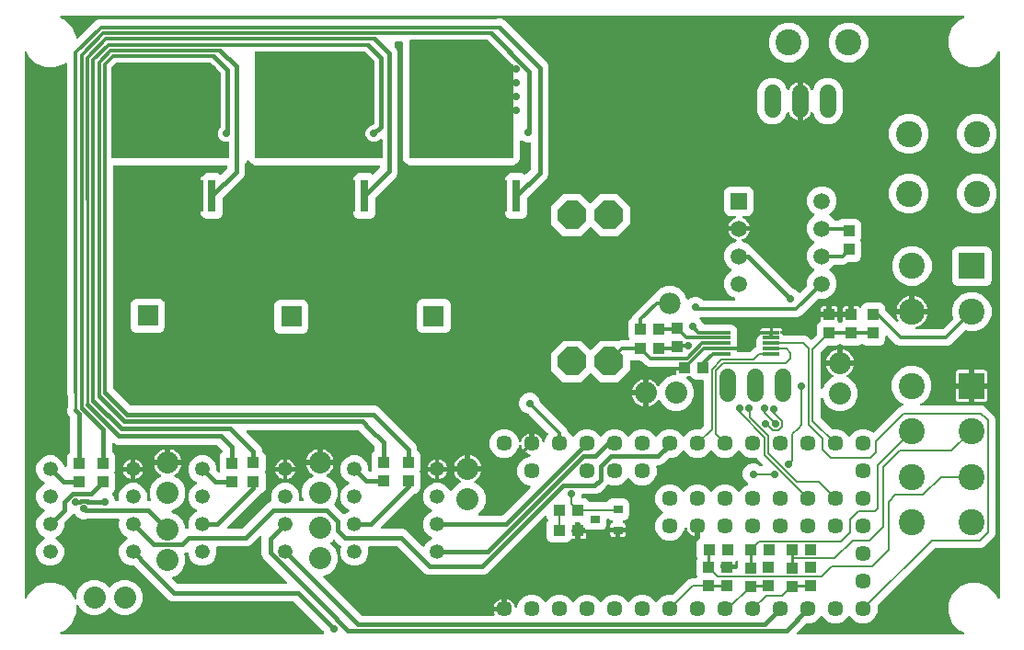
<source format=gbr>
G04 EAGLE Gerber RS-274X export*
G75*
%MOMM*%
%FSLAX34Y34*%
%LPD*%
%AMOC8*
5,1,8,0,0,1.08239X$1,22.5*%
G01*
%ADD10C,2.032000*%
%ADD11C,1.343400*%
%ADD12R,8.000000X3.000000*%
%ADD13R,0.800000X3.000000*%
%ADD14R,7.500000X7.650000*%
%ADD15C,1.981200*%
%ADD16C,1.930400*%
%ADD17R,1.930400X1.930400*%
%ADD18R,1.100000X1.000000*%
%ADD19R,1.000000X1.100000*%
%ADD20P,2.841274X8X292.500000*%
%ADD21C,1.524000*%
%ADD22C,1.447800*%
%ADD23C,2.400000*%
%ADD24R,2.400000X2.400000*%
%ADD25R,1.498600X1.498600*%
%ADD26C,1.498600*%
%ADD27R,1.500000X0.300000*%
%ADD28R,0.900000X0.800000*%
%ADD29C,0.955600*%
%ADD30C,0.705600*%
%ADD31C,0.152400*%
%ADD32C,0.812800*%
%ADD33C,0.304800*%
%ADD34C,0.609600*%
%ADD35C,0.203200*%
%ADD36C,0.406400*%
%ADD37C,0.254000*%
%ADD38C,0.355600*%
%ADD39C,0.406400*%
%ADD40C,0.203200*%

G36*
X189012Y586378D02*
X189012Y586378D01*
X188952Y586315D01*
X188926Y586265D01*
X188893Y586221D01*
X188862Y586139D01*
X188822Y586062D01*
X188814Y586014D01*
X188792Y585955D01*
X188780Y585808D01*
X188767Y585730D01*
X188767Y571337D01*
X187839Y569096D01*
X186124Y567381D01*
X183883Y566453D01*
X173457Y566453D01*
X171216Y567381D01*
X169501Y569096D01*
X169448Y569226D01*
X168573Y571337D01*
X168573Y603763D01*
X169448Y605874D01*
X169501Y606004D01*
X171216Y607719D01*
X173457Y608647D01*
X183883Y608647D01*
X186202Y607686D01*
X186231Y607678D01*
X186257Y607665D01*
X186384Y607636D01*
X186509Y607602D01*
X186538Y607602D01*
X186567Y607595D01*
X186697Y607599D01*
X186827Y607597D01*
X186856Y607604D01*
X186885Y607605D01*
X187010Y607641D01*
X187136Y607671D01*
X187162Y607685D01*
X187191Y607693D01*
X187302Y607759D01*
X187417Y607820D01*
X187439Y607840D01*
X187465Y607855D01*
X187585Y607961D01*
X192414Y612789D01*
X192474Y612868D01*
X192542Y612940D01*
X192571Y612993D01*
X192608Y613041D01*
X192648Y613132D01*
X192696Y613218D01*
X192711Y613277D01*
X192735Y613332D01*
X192750Y613430D01*
X192775Y613526D01*
X192781Y613626D01*
X192785Y613646D01*
X192783Y613659D01*
X192785Y613687D01*
X192785Y614934D01*
X192770Y615052D01*
X192763Y615171D01*
X192750Y615209D01*
X192745Y615250D01*
X192702Y615360D01*
X192665Y615473D01*
X192643Y615508D01*
X192628Y615545D01*
X192559Y615641D01*
X192495Y615742D01*
X192465Y615770D01*
X192442Y615803D01*
X192350Y615879D01*
X192263Y615960D01*
X192228Y615980D01*
X192197Y616005D01*
X192089Y616056D01*
X191985Y616114D01*
X191945Y616124D01*
X191909Y616141D01*
X191792Y616163D01*
X191677Y616193D01*
X191617Y616197D01*
X191597Y616201D01*
X191576Y616199D01*
X191516Y616203D01*
X89154Y616203D01*
X89036Y616188D01*
X88917Y616181D01*
X88879Y616168D01*
X88838Y616163D01*
X88728Y616120D01*
X88615Y616083D01*
X88580Y616061D01*
X88543Y616046D01*
X88447Y615977D01*
X88346Y615913D01*
X88318Y615883D01*
X88285Y615860D01*
X88209Y615768D01*
X88128Y615681D01*
X88108Y615646D01*
X88083Y615615D01*
X88032Y615507D01*
X87974Y615403D01*
X87964Y615363D01*
X87947Y615327D01*
X87925Y615210D01*
X87895Y615095D01*
X87891Y615035D01*
X87887Y615015D01*
X87889Y614994D01*
X87885Y614934D01*
X87885Y411077D01*
X87897Y410990D01*
X87900Y410903D01*
X87917Y410850D01*
X87925Y410795D01*
X87960Y410715D01*
X87987Y410632D01*
X88015Y410593D01*
X88041Y410536D01*
X88137Y410422D01*
X88182Y410359D01*
X88256Y410285D01*
X88256Y410284D01*
X103325Y395215D01*
X103404Y395155D01*
X103476Y395087D01*
X103529Y395058D01*
X103577Y395021D01*
X103668Y394981D01*
X103754Y394933D01*
X103813Y394918D01*
X103868Y394894D01*
X103966Y394879D01*
X104062Y394854D01*
X104162Y394848D01*
X104183Y394844D01*
X104195Y394846D01*
X104223Y394844D01*
X328642Y394844D01*
X331630Y393606D01*
X366301Y358935D01*
X367539Y355947D01*
X367539Y354029D01*
X367551Y353931D01*
X367554Y353832D01*
X367571Y353774D01*
X367579Y353714D01*
X367615Y353621D01*
X367643Y353526D01*
X367673Y353474D01*
X367696Y353418D01*
X367754Y353338D01*
X367804Y353252D01*
X367870Y353177D01*
X367882Y353161D01*
X367892Y353153D01*
X367910Y353132D01*
X369579Y351464D01*
X370507Y349223D01*
X370507Y335797D01*
X369968Y334496D01*
X369941Y334400D01*
X369906Y334308D01*
X369900Y334247D01*
X369884Y334189D01*
X369882Y334090D01*
X369871Y333992D01*
X369880Y333932D01*
X369879Y333871D01*
X369902Y333775D01*
X369916Y333677D01*
X369948Y333582D01*
X369953Y333562D01*
X369959Y333551D01*
X369968Y333524D01*
X370507Y332223D01*
X370507Y318797D01*
X369579Y316556D01*
X367864Y314841D01*
X365623Y313913D01*
X365305Y313913D01*
X365207Y313901D01*
X365108Y313898D01*
X365049Y313881D01*
X364989Y313873D01*
X364897Y313837D01*
X364802Y313809D01*
X364750Y313779D01*
X364694Y313756D01*
X364614Y313698D01*
X364528Y313648D01*
X364453Y313582D01*
X364436Y313570D01*
X364428Y313560D01*
X364407Y313542D01*
X334211Y283345D01*
X334126Y283236D01*
X334037Y283129D01*
X334029Y283110D01*
X334016Y283094D01*
X333961Y282966D01*
X333902Y282841D01*
X333898Y282821D01*
X333890Y282802D01*
X333868Y282664D01*
X333842Y282528D01*
X333843Y282508D01*
X333840Y282488D01*
X333853Y282349D01*
X333862Y282211D01*
X333868Y282192D01*
X333870Y282172D01*
X333917Y282040D01*
X333960Y281909D01*
X333971Y281891D01*
X333978Y281872D01*
X334056Y281757D01*
X334130Y281640D01*
X334145Y281626D01*
X334156Y281609D01*
X334260Y281517D01*
X334362Y281422D01*
X334379Y281412D01*
X334395Y281399D01*
X334518Y281335D01*
X334640Y281268D01*
X334660Y281263D01*
X334678Y281254D01*
X334814Y281224D01*
X334948Y281189D01*
X334976Y281187D01*
X334988Y281184D01*
X335009Y281185D01*
X335109Y281179D01*
X354677Y281179D01*
X357665Y279941D01*
X372451Y265155D01*
X372490Y265125D01*
X372523Y265088D01*
X372615Y265028D01*
X372702Y264960D01*
X372748Y264940D01*
X372789Y264913D01*
X372893Y264878D01*
X372994Y264834D01*
X373043Y264826D01*
X373090Y264810D01*
X373199Y264801D01*
X373308Y264784D01*
X373357Y264789D01*
X373407Y264785D01*
X373515Y264803D01*
X373624Y264814D01*
X373671Y264831D01*
X373720Y264839D01*
X373820Y264884D01*
X373924Y264921D01*
X373965Y264949D01*
X374010Y264970D01*
X374096Y265038D01*
X374187Y265100D01*
X374220Y265137D01*
X374259Y265168D01*
X374325Y265256D01*
X374397Y265338D01*
X374420Y265383D01*
X374450Y265422D01*
X374521Y265567D01*
X375199Y267204D01*
X378804Y270809D01*
X380408Y271473D01*
X380528Y271542D01*
X380651Y271607D01*
X380666Y271621D01*
X380684Y271631D01*
X380784Y271728D01*
X380887Y271821D01*
X380898Y271838D01*
X380912Y271852D01*
X380985Y271970D01*
X381061Y272087D01*
X381068Y272106D01*
X381079Y272123D01*
X381119Y272256D01*
X381165Y272388D01*
X381166Y272408D01*
X381172Y272427D01*
X381179Y272566D01*
X381190Y272705D01*
X381186Y272725D01*
X381187Y272745D01*
X381159Y272881D01*
X381135Y273018D01*
X381127Y273037D01*
X381123Y273056D01*
X381062Y273181D01*
X381005Y273308D01*
X380992Y273324D01*
X380983Y273342D01*
X380893Y273448D01*
X380806Y273556D01*
X380790Y273569D01*
X380777Y273584D01*
X380663Y273664D01*
X380552Y273748D01*
X380527Y273760D01*
X380517Y273767D01*
X380498Y273774D01*
X380408Y273819D01*
X378804Y274483D01*
X375199Y278088D01*
X373248Y282797D01*
X373248Y287895D01*
X375199Y292604D01*
X378804Y296209D01*
X380408Y296873D01*
X380528Y296942D01*
X380651Y297007D01*
X380666Y297021D01*
X380684Y297031D01*
X380784Y297128D01*
X380887Y297221D01*
X380898Y297238D01*
X380912Y297252D01*
X380985Y297370D01*
X381061Y297487D01*
X381068Y297506D01*
X381079Y297523D01*
X381119Y297656D01*
X381165Y297788D01*
X381166Y297808D01*
X381172Y297827D01*
X381179Y297966D01*
X381190Y298105D01*
X381186Y298125D01*
X381187Y298145D01*
X381159Y298281D01*
X381135Y298418D01*
X381127Y298437D01*
X381123Y298456D01*
X381062Y298581D01*
X381005Y298708D01*
X380992Y298724D01*
X380983Y298742D01*
X380893Y298848D01*
X380806Y298956D01*
X380790Y298969D01*
X380777Y298984D01*
X380663Y299064D01*
X380552Y299148D01*
X380527Y299160D01*
X380517Y299167D01*
X380498Y299174D01*
X380408Y299219D01*
X378804Y299883D01*
X375199Y303488D01*
X373248Y308197D01*
X373248Y313295D01*
X375199Y318004D01*
X378804Y321609D01*
X383513Y323560D01*
X388611Y323560D01*
X393320Y321609D01*
X396925Y318004D01*
X397447Y316743D01*
X397516Y316622D01*
X397581Y316499D01*
X397595Y316484D01*
X397605Y316467D01*
X397702Y316367D01*
X397795Y316264D01*
X397812Y316253D01*
X397826Y316238D01*
X397945Y316166D01*
X398061Y316089D01*
X398080Y316083D01*
X398097Y316072D01*
X398230Y316031D01*
X398362Y315986D01*
X398382Y315985D01*
X398401Y315979D01*
X398540Y315972D01*
X398679Y315961D01*
X398699Y315964D01*
X398719Y315963D01*
X398855Y315992D01*
X398992Y316015D01*
X399011Y316024D01*
X399030Y316028D01*
X399156Y316089D01*
X399282Y316146D01*
X399298Y316159D01*
X399316Y316167D01*
X399422Y316258D01*
X399531Y316344D01*
X399543Y316361D01*
X399558Y316374D01*
X399638Y316487D01*
X399722Y316599D01*
X399734Y316624D01*
X399741Y316634D01*
X399748Y316653D01*
X399793Y316743D01*
X400238Y317819D01*
X404811Y322392D01*
X407243Y323399D01*
X407321Y323443D01*
X407403Y323479D01*
X407458Y323522D01*
X407519Y323557D01*
X407584Y323619D01*
X407654Y323674D01*
X407697Y323729D01*
X407748Y323778D01*
X407795Y323854D01*
X407849Y323925D01*
X407877Y323989D01*
X407914Y324049D01*
X407940Y324135D01*
X407976Y324217D01*
X407987Y324286D01*
X408008Y324353D01*
X408012Y324442D01*
X408026Y324531D01*
X408019Y324601D01*
X408023Y324671D01*
X408005Y324758D01*
X407996Y324848D01*
X407973Y324913D01*
X407958Y324982D01*
X407919Y325063D01*
X407889Y325147D01*
X407849Y325205D01*
X407819Y325268D01*
X407760Y325336D01*
X407710Y325410D01*
X407658Y325456D01*
X407612Y325510D01*
X407539Y325561D01*
X407472Y325621D01*
X407382Y325674D01*
X405746Y326862D01*
X404332Y328276D01*
X403157Y329893D01*
X402250Y331675D01*
X401632Y333576D01*
X401563Y334011D01*
X412750Y334011D01*
X412868Y334026D01*
X412987Y334033D01*
X413025Y334046D01*
X413065Y334051D01*
X413176Y334094D01*
X413289Y334131D01*
X413323Y334153D01*
X413361Y334168D01*
X413457Y334238D01*
X413558Y334301D01*
X413586Y334331D01*
X413618Y334354D01*
X413694Y334446D01*
X413776Y334533D01*
X413795Y334568D01*
X413821Y334599D01*
X413872Y334707D01*
X413929Y334811D01*
X413940Y334851D01*
X413957Y334887D01*
X413979Y335004D01*
X414009Y335119D01*
X414013Y335180D01*
X414017Y335200D01*
X414015Y335220D01*
X414019Y335280D01*
X414019Y336551D01*
X414021Y336551D01*
X414021Y335280D01*
X414036Y335162D01*
X414043Y335043D01*
X414056Y335005D01*
X414061Y334964D01*
X414105Y334854D01*
X414141Y334741D01*
X414163Y334706D01*
X414178Y334669D01*
X414248Y334573D01*
X414311Y334472D01*
X414341Y334444D01*
X414365Y334411D01*
X414456Y334336D01*
X414543Y334254D01*
X414578Y334234D01*
X414610Y334209D01*
X414717Y334158D01*
X414822Y334100D01*
X414861Y334090D01*
X414897Y334073D01*
X415014Y334051D01*
X415129Y334021D01*
X415190Y334017D01*
X415210Y334013D01*
X415230Y334015D01*
X415290Y334011D01*
X426477Y334011D01*
X426408Y333576D01*
X425790Y331675D01*
X424883Y329893D01*
X423708Y328276D01*
X422294Y326862D01*
X420617Y325644D01*
X420553Y325610D01*
X420502Y325563D01*
X420444Y325524D01*
X420384Y325457D01*
X420318Y325396D01*
X420280Y325338D01*
X420233Y325286D01*
X420193Y325206D01*
X420143Y325131D01*
X420121Y325065D01*
X420089Y325002D01*
X420069Y324915D01*
X420040Y324830D01*
X420034Y324760D01*
X420019Y324692D01*
X420022Y324602D01*
X420015Y324513D01*
X420027Y324444D01*
X420029Y324374D01*
X420054Y324288D01*
X420069Y324200D01*
X420098Y324136D01*
X420117Y324069D01*
X420163Y323991D01*
X420200Y323910D01*
X420243Y323855D01*
X420279Y323795D01*
X420342Y323731D01*
X420398Y323661D01*
X420454Y323619D01*
X420504Y323570D01*
X420581Y323524D01*
X420652Y323470D01*
X420764Y323415D01*
X420777Y323407D01*
X420784Y323405D01*
X420797Y323399D01*
X423229Y322392D01*
X427802Y317819D01*
X430277Y311844D01*
X430277Y305376D01*
X427802Y299401D01*
X424042Y295641D01*
X423957Y295532D01*
X423868Y295425D01*
X423859Y295406D01*
X423847Y295390D01*
X423792Y295262D01*
X423733Y295137D01*
X423729Y295117D01*
X423721Y295098D01*
X423699Y294960D01*
X423673Y294824D01*
X423674Y294804D01*
X423671Y294784D01*
X423684Y294645D01*
X423693Y294507D01*
X423699Y294488D01*
X423701Y294468D01*
X423748Y294336D01*
X423791Y294205D01*
X423801Y294187D01*
X423808Y294168D01*
X423886Y294053D01*
X423961Y293936D01*
X423975Y293922D01*
X423987Y293905D01*
X424091Y293813D01*
X424192Y293718D01*
X424210Y293708D01*
X424225Y293695D01*
X424349Y293631D01*
X424471Y293564D01*
X424490Y293559D01*
X424508Y293550D01*
X424644Y293520D01*
X424779Y293485D01*
X424807Y293483D01*
X424819Y293480D01*
X424839Y293481D01*
X424939Y293475D01*
X445553Y293475D01*
X445651Y293487D01*
X445750Y293490D01*
X445809Y293507D01*
X445869Y293515D01*
X445961Y293551D01*
X446056Y293579D01*
X446108Y293609D01*
X446164Y293632D01*
X446244Y293690D01*
X446330Y293740D01*
X446405Y293806D01*
X446422Y293818D01*
X446430Y293828D01*
X446451Y293846D01*
X471502Y318898D01*
X471587Y319007D01*
X471676Y319114D01*
X471684Y319133D01*
X471697Y319149D01*
X471752Y319277D01*
X471811Y319402D01*
X471815Y319422D01*
X471823Y319441D01*
X471845Y319579D01*
X471871Y319715D01*
X471870Y319735D01*
X471873Y319755D01*
X471860Y319894D01*
X471851Y320032D01*
X471845Y320051D01*
X471843Y320071D01*
X471796Y320203D01*
X471753Y320334D01*
X471742Y320352D01*
X471735Y320371D01*
X471657Y320486D01*
X471583Y320603D01*
X471568Y320617D01*
X471557Y320634D01*
X471453Y320726D01*
X471351Y320821D01*
X471334Y320831D01*
X471318Y320844D01*
X471195Y320907D01*
X471073Y320975D01*
X471053Y320980D01*
X471035Y320989D01*
X470899Y321019D01*
X470765Y321054D01*
X470737Y321056D01*
X470725Y321059D01*
X470704Y321058D01*
X470604Y321064D01*
X470447Y321064D01*
X465546Y323094D01*
X461794Y326846D01*
X459764Y331747D01*
X459764Y337053D01*
X461794Y341954D01*
X465546Y345706D01*
X470447Y347736D01*
X470627Y347736D01*
X470687Y347743D01*
X470747Y347741D01*
X470844Y347763D01*
X470943Y347776D01*
X470999Y347798D01*
X471057Y347811D01*
X471146Y347856D01*
X471238Y347893D01*
X471287Y347928D01*
X471340Y347955D01*
X471415Y348021D01*
X471496Y348079D01*
X471534Y348126D01*
X471579Y348165D01*
X471635Y348248D01*
X471698Y348324D01*
X471724Y348379D01*
X471758Y348428D01*
X471792Y348522D01*
X471834Y348612D01*
X471845Y348671D01*
X471866Y348728D01*
X471875Y348827D01*
X471894Y348924D01*
X471890Y348984D01*
X471896Y349044D01*
X471880Y349143D01*
X471874Y349242D01*
X471856Y349299D01*
X471846Y349358D01*
X471807Y349450D01*
X471776Y349544D01*
X471744Y349595D01*
X471720Y349650D01*
X471659Y349729D01*
X471606Y349813D01*
X471562Y349854D01*
X471525Y349902D01*
X471447Y349963D01*
X471374Y350031D01*
X471322Y350060D01*
X471274Y350097D01*
X471183Y350137D01*
X471096Y350185D01*
X471038Y350200D01*
X470982Y350223D01*
X470825Y350259D01*
X470810Y350261D01*
X469346Y350737D01*
X467974Y351436D01*
X466729Y352340D01*
X465640Y353429D01*
X464736Y354674D01*
X464037Y356046D01*
X463561Y357510D01*
X463559Y357525D01*
X463542Y357583D01*
X463534Y357643D01*
X463498Y357735D01*
X463470Y357831D01*
X463439Y357883D01*
X463417Y357938D01*
X463359Y358019D01*
X463308Y358105D01*
X463266Y358147D01*
X463231Y358196D01*
X463154Y358259D01*
X463084Y358330D01*
X463032Y358360D01*
X462986Y358398D01*
X462895Y358441D01*
X462810Y358492D01*
X462752Y358508D01*
X462698Y358534D01*
X462600Y358553D01*
X462505Y358581D01*
X462444Y358583D01*
X462385Y358594D01*
X462286Y358588D01*
X462187Y358591D01*
X462128Y358578D01*
X462068Y358574D01*
X461974Y358543D01*
X461876Y358522D01*
X461823Y358494D01*
X461766Y358476D01*
X461681Y358423D01*
X461593Y358378D01*
X461548Y358338D01*
X461497Y358306D01*
X461429Y358233D01*
X461354Y358168D01*
X461320Y358118D01*
X461279Y358074D01*
X461231Y357987D01*
X461175Y357905D01*
X461154Y357848D01*
X461125Y357796D01*
X461101Y357699D01*
X461067Y357606D01*
X461061Y357546D01*
X461046Y357488D01*
X461036Y357327D01*
X461036Y357147D01*
X459006Y352246D01*
X455254Y348494D01*
X450353Y346464D01*
X445047Y346464D01*
X440146Y348494D01*
X436394Y352246D01*
X434364Y357147D01*
X434364Y362453D01*
X436394Y367354D01*
X440146Y371106D01*
X445047Y373136D01*
X450353Y373136D01*
X455254Y371106D01*
X459006Y367354D01*
X461036Y362453D01*
X461036Y362273D01*
X461043Y362213D01*
X461041Y362153D01*
X461063Y362056D01*
X461076Y361957D01*
X461098Y361901D01*
X461111Y361843D01*
X461156Y361754D01*
X461193Y361662D01*
X461228Y361613D01*
X461255Y361560D01*
X461321Y361485D01*
X461379Y361404D01*
X461426Y361366D01*
X461465Y361321D01*
X461548Y361265D01*
X461624Y361202D01*
X461679Y361176D01*
X461728Y361142D01*
X461822Y361108D01*
X461912Y361066D01*
X461971Y361055D01*
X462028Y361034D01*
X462127Y361025D01*
X462224Y361006D01*
X462284Y361010D01*
X462344Y361004D01*
X462443Y361020D01*
X462542Y361026D01*
X462599Y361044D01*
X462658Y361054D01*
X462750Y361093D01*
X462844Y361124D01*
X462895Y361156D01*
X462950Y361180D01*
X463029Y361241D01*
X463113Y361294D01*
X463154Y361338D01*
X463202Y361375D01*
X463263Y361453D01*
X463331Y361526D01*
X463360Y361578D01*
X463397Y361626D01*
X463437Y361717D01*
X463485Y361804D01*
X463500Y361862D01*
X463523Y361918D01*
X463559Y362075D01*
X463561Y362090D01*
X464037Y363554D01*
X464736Y364926D01*
X465640Y366171D01*
X466729Y367260D01*
X467974Y368164D01*
X469346Y368863D01*
X470688Y369299D01*
X470688Y360943D01*
X470703Y360825D01*
X470710Y360706D01*
X470722Y360668D01*
X470728Y360628D01*
X470771Y360517D01*
X470808Y360404D01*
X470830Y360370D01*
X470845Y360332D01*
X470914Y360236D01*
X470978Y360135D01*
X471008Y360107D01*
X471031Y360075D01*
X471123Y359999D01*
X471210Y359917D01*
X471245Y359898D01*
X471276Y359872D01*
X471384Y359821D01*
X471488Y359764D01*
X471528Y359754D01*
X471564Y359736D01*
X471681Y359714D01*
X471796Y359684D01*
X471856Y359680D01*
X471876Y359677D01*
X471897Y359678D01*
X471957Y359674D01*
X474243Y359674D01*
X474361Y359689D01*
X474480Y359696D01*
X474518Y359709D01*
X474559Y359714D01*
X474669Y359758D01*
X474782Y359794D01*
X474817Y359816D01*
X474854Y359831D01*
X474950Y359901D01*
X475051Y359964D01*
X475079Y359994D01*
X475112Y360018D01*
X475188Y360109D01*
X475269Y360196D01*
X475289Y360231D01*
X475314Y360263D01*
X475365Y360370D01*
X475423Y360475D01*
X475433Y360514D01*
X475450Y360550D01*
X475472Y360667D01*
X475502Y360783D01*
X475506Y360843D01*
X475510Y360863D01*
X475508Y360883D01*
X475512Y360943D01*
X475512Y369299D01*
X476854Y368863D01*
X478226Y368164D01*
X479471Y367260D01*
X480560Y366171D01*
X481464Y364926D01*
X482163Y363554D01*
X482639Y362090D01*
X482641Y362075D01*
X482658Y362017D01*
X482666Y361957D01*
X482702Y361865D01*
X482730Y361769D01*
X482761Y361717D01*
X482783Y361662D01*
X482841Y361581D01*
X482892Y361495D01*
X482934Y361453D01*
X482969Y361404D01*
X483046Y361341D01*
X483117Y361270D01*
X483168Y361240D01*
X483214Y361202D01*
X483305Y361159D01*
X483390Y361108D01*
X483448Y361092D01*
X483502Y361066D01*
X483600Y361047D01*
X483696Y361019D01*
X483756Y361018D01*
X483815Y361006D01*
X483914Y361012D01*
X484013Y361009D01*
X484072Y361022D01*
X484132Y361026D01*
X484226Y361057D01*
X484324Y361078D01*
X484377Y361106D01*
X484434Y361124D01*
X484519Y361177D01*
X484607Y361222D01*
X484652Y361262D01*
X484703Y361294D01*
X484771Y361367D01*
X484846Y361433D01*
X484880Y361482D01*
X484921Y361526D01*
X484969Y361613D01*
X485025Y361695D01*
X485046Y361752D01*
X485075Y361804D01*
X485099Y361901D01*
X485133Y361994D01*
X485139Y362054D01*
X485154Y362112D01*
X485164Y362273D01*
X485164Y362453D01*
X487194Y367354D01*
X487579Y367739D01*
X487652Y367833D01*
X487731Y367922D01*
X487749Y367958D01*
X487774Y367990D01*
X487821Y368099D01*
X487875Y368205D01*
X487884Y368244D01*
X487900Y368282D01*
X487919Y368400D01*
X487945Y368515D01*
X487944Y368556D01*
X487950Y368596D01*
X487939Y368714D01*
X487935Y368833D01*
X487924Y368872D01*
X487920Y368912D01*
X487880Y369025D01*
X487847Y369139D01*
X487826Y369174D01*
X487813Y369212D01*
X487746Y369310D01*
X487685Y369413D01*
X487646Y369458D01*
X487634Y369475D01*
X487619Y369488D01*
X487579Y369534D01*
X470389Y386724D01*
X470311Y386784D01*
X470239Y386852D01*
X470186Y386881D01*
X470138Y386918D01*
X470047Y386958D01*
X469960Y387006D01*
X469902Y387021D01*
X469846Y387045D01*
X469748Y387060D01*
X469652Y387085D01*
X469552Y387091D01*
X469532Y387095D01*
X469520Y387093D01*
X469492Y387095D01*
X469255Y387095D01*
X465718Y388561D01*
X463011Y391268D01*
X461545Y394805D01*
X461545Y398635D01*
X463011Y402172D01*
X465718Y404879D01*
X467124Y405462D01*
X467125Y405462D01*
X469256Y406345D01*
X473084Y406345D01*
X475215Y405462D01*
X475216Y405462D01*
X476622Y404879D01*
X479329Y402172D01*
X480795Y398635D01*
X480795Y398398D01*
X480807Y398300D01*
X480810Y398201D01*
X480816Y398181D01*
X480817Y398163D01*
X480829Y398126D01*
X480835Y398083D01*
X480871Y397991D01*
X480899Y397896D01*
X480910Y397876D01*
X480915Y397861D01*
X480935Y397829D01*
X480952Y397787D01*
X481010Y397707D01*
X481060Y397622D01*
X481082Y397596D01*
X481085Y397592D01*
X481092Y397586D01*
X481126Y397546D01*
X481138Y397530D01*
X481148Y397522D01*
X481166Y397501D01*
X504961Y373707D01*
X505930Y371366D01*
X505935Y371358D01*
X505937Y371349D01*
X506013Y371221D01*
X506088Y371090D01*
X506094Y371083D01*
X506099Y371075D01*
X506205Y370954D01*
X509806Y367354D01*
X510027Y366818D01*
X510096Y366698D01*
X510161Y366575D01*
X510175Y366560D01*
X510185Y366542D01*
X510282Y366442D01*
X510375Y366339D01*
X510392Y366328D01*
X510406Y366314D01*
X510525Y366241D01*
X510641Y366165D01*
X510660Y366158D01*
X510677Y366148D01*
X510810Y366107D01*
X510942Y366061D01*
X510962Y366060D01*
X510981Y366054D01*
X511120Y366047D01*
X511259Y366036D01*
X511279Y366040D01*
X511299Y366039D01*
X511435Y366067D01*
X511572Y366091D01*
X511591Y366099D01*
X511610Y366103D01*
X511735Y366164D01*
X511862Y366221D01*
X511878Y366234D01*
X511896Y366243D01*
X512002Y366333D01*
X512110Y366420D01*
X512123Y366436D01*
X512138Y366449D01*
X512218Y366563D01*
X512302Y366674D01*
X512314Y366699D01*
X512321Y366709D01*
X512328Y366728D01*
X512373Y366818D01*
X512595Y367354D01*
X516346Y371106D01*
X521247Y373136D01*
X526553Y373136D01*
X531454Y371106D01*
X535206Y367354D01*
X535427Y366818D01*
X535496Y366698D01*
X535561Y366575D01*
X535575Y366560D01*
X535585Y366542D01*
X535682Y366442D01*
X535775Y366339D01*
X535792Y366328D01*
X535806Y366314D01*
X535925Y366241D01*
X536041Y366165D01*
X536060Y366158D01*
X536077Y366148D01*
X536210Y366107D01*
X536342Y366061D01*
X536362Y366060D01*
X536381Y366054D01*
X536520Y366047D01*
X536659Y366036D01*
X536679Y366040D01*
X536699Y366039D01*
X536835Y366067D01*
X536972Y366091D01*
X536991Y366099D01*
X537010Y366103D01*
X537135Y366164D01*
X537262Y366221D01*
X537278Y366234D01*
X537296Y366243D01*
X537402Y366333D01*
X537510Y366420D01*
X537523Y366436D01*
X537538Y366449D01*
X537618Y366563D01*
X537702Y366674D01*
X537714Y366699D01*
X537721Y366709D01*
X537728Y366728D01*
X537773Y366818D01*
X537995Y367354D01*
X541746Y371106D01*
X546647Y373136D01*
X551953Y373136D01*
X556854Y371106D01*
X560606Y367354D01*
X560827Y366818D01*
X560896Y366698D01*
X560961Y366575D01*
X560975Y366560D01*
X560985Y366542D01*
X561082Y366442D01*
X561175Y366339D01*
X561192Y366328D01*
X561206Y366314D01*
X561325Y366241D01*
X561441Y366165D01*
X561460Y366158D01*
X561477Y366148D01*
X561610Y366107D01*
X561742Y366061D01*
X561762Y366060D01*
X561781Y366054D01*
X561920Y366047D01*
X562059Y366036D01*
X562079Y366040D01*
X562099Y366039D01*
X562235Y366067D01*
X562372Y366091D01*
X562391Y366099D01*
X562410Y366103D01*
X562535Y366164D01*
X562662Y366221D01*
X562678Y366234D01*
X562696Y366243D01*
X562802Y366333D01*
X562910Y366420D01*
X562923Y366436D01*
X562938Y366449D01*
X563018Y366563D01*
X563102Y366674D01*
X563114Y366699D01*
X563121Y366709D01*
X563128Y366728D01*
X563173Y366818D01*
X563395Y367354D01*
X567146Y371106D01*
X572047Y373136D01*
X577353Y373136D01*
X582254Y371106D01*
X586006Y367354D01*
X586227Y366818D01*
X586296Y366698D01*
X586361Y366575D01*
X586375Y366560D01*
X586385Y366542D01*
X586482Y366442D01*
X586575Y366339D01*
X586592Y366328D01*
X586606Y366314D01*
X586725Y366241D01*
X586841Y366165D01*
X586860Y366158D01*
X586877Y366148D01*
X587010Y366107D01*
X587142Y366061D01*
X587162Y366060D01*
X587181Y366054D01*
X587320Y366047D01*
X587459Y366036D01*
X587479Y366040D01*
X587499Y366039D01*
X587635Y366067D01*
X587772Y366091D01*
X587791Y366099D01*
X587810Y366103D01*
X587935Y366164D01*
X588062Y366221D01*
X588078Y366234D01*
X588096Y366243D01*
X588202Y366333D01*
X588310Y366420D01*
X588323Y366436D01*
X588338Y366449D01*
X588418Y366563D01*
X588502Y366674D01*
X588514Y366699D01*
X588521Y366709D01*
X588528Y366728D01*
X588573Y366818D01*
X588795Y367354D01*
X592546Y371106D01*
X597447Y373136D01*
X602753Y373136D01*
X607654Y371106D01*
X611406Y367354D01*
X611627Y366818D01*
X611696Y366698D01*
X611761Y366575D01*
X611775Y366560D01*
X611785Y366542D01*
X611882Y366442D01*
X611975Y366339D01*
X611992Y366328D01*
X612006Y366314D01*
X612125Y366241D01*
X612241Y366165D01*
X612260Y366158D01*
X612277Y366148D01*
X612410Y366107D01*
X612542Y366061D01*
X612562Y366060D01*
X612581Y366054D01*
X612720Y366047D01*
X612859Y366036D01*
X612879Y366040D01*
X612899Y366039D01*
X613035Y366067D01*
X613172Y366091D01*
X613191Y366099D01*
X613210Y366103D01*
X613335Y366164D01*
X613462Y366221D01*
X613478Y366234D01*
X613496Y366243D01*
X613602Y366333D01*
X613710Y366420D01*
X613723Y366436D01*
X613738Y366449D01*
X613818Y366563D01*
X613902Y366674D01*
X613914Y366699D01*
X613921Y366709D01*
X613928Y366728D01*
X613973Y366818D01*
X614195Y367354D01*
X617946Y371106D01*
X622847Y373136D01*
X628251Y373136D01*
X628349Y373148D01*
X628448Y373151D01*
X628507Y373168D01*
X628567Y373176D01*
X628659Y373212D01*
X628754Y373240D01*
X628806Y373270D01*
X628862Y373293D01*
X628942Y373351D01*
X629028Y373401D01*
X629103Y373467D01*
X629120Y373479D01*
X629127Y373489D01*
X629149Y373507D01*
X631326Y375684D01*
X631386Y375763D01*
X631454Y375835D01*
X631483Y375888D01*
X631520Y375936D01*
X631560Y376027D01*
X631608Y376113D01*
X631623Y376172D01*
X631647Y376228D01*
X631662Y376326D01*
X631687Y376421D01*
X631693Y376521D01*
X631697Y376542D01*
X631695Y376554D01*
X631697Y376582D01*
X631697Y416894D01*
X631682Y417012D01*
X631675Y417131D01*
X631662Y417169D01*
X631657Y417210D01*
X631614Y417320D01*
X631577Y417433D01*
X631555Y417468D01*
X631540Y417505D01*
X631471Y417601D01*
X631407Y417702D01*
X631377Y417730D01*
X631354Y417763D01*
X631262Y417839D01*
X631175Y417920D01*
X631140Y417940D01*
X631109Y417965D01*
X631001Y418016D01*
X630897Y418074D01*
X630857Y418084D01*
X630821Y418101D01*
X630704Y418123D01*
X630589Y418153D01*
X630529Y418157D01*
X630509Y418161D01*
X630488Y418159D01*
X630428Y418163D01*
X624087Y418163D01*
X621846Y419091D01*
X620131Y420806D01*
X620078Y420936D01*
X620063Y420961D01*
X620054Y420989D01*
X619985Y421099D01*
X619920Y421212D01*
X619900Y421233D01*
X619884Y421258D01*
X619789Y421347D01*
X619699Y421440D01*
X619674Y421456D01*
X619652Y421476D01*
X619539Y421539D01*
X619428Y421607D01*
X619400Y421615D01*
X619374Y421630D01*
X619248Y421662D01*
X619124Y421700D01*
X619095Y421702D01*
X619066Y421709D01*
X618905Y421719D01*
X616525Y421719D01*
X616388Y421702D01*
X616249Y421689D01*
X616230Y421682D01*
X616210Y421679D01*
X616081Y421628D01*
X615950Y421581D01*
X615933Y421570D01*
X615914Y421562D01*
X615801Y421481D01*
X615687Y421403D01*
X615673Y421387D01*
X615657Y421376D01*
X615568Y421268D01*
X615476Y421164D01*
X615467Y421146D01*
X615454Y421131D01*
X615395Y421004D01*
X615332Y420881D01*
X615327Y420861D01*
X615319Y420843D01*
X615292Y420707D01*
X615262Y420571D01*
X615263Y420550D01*
X615259Y420531D01*
X615267Y420392D01*
X615272Y420253D01*
X615277Y420233D01*
X615279Y420213D01*
X615321Y420081D01*
X615360Y419947D01*
X615370Y419930D01*
X615377Y419911D01*
X615451Y419793D01*
X615522Y419673D01*
X615540Y419652D01*
X615547Y419642D01*
X615562Y419628D01*
X615628Y419553D01*
X619572Y415609D01*
X622047Y409634D01*
X622047Y403166D01*
X619572Y397191D01*
X614999Y392618D01*
X609024Y390143D01*
X602556Y390143D01*
X596581Y392618D01*
X592008Y397191D01*
X591001Y399623D01*
X590957Y399701D01*
X590921Y399783D01*
X590878Y399839D01*
X590843Y399899D01*
X590781Y399964D01*
X590726Y400035D01*
X590671Y400078D01*
X590622Y400128D01*
X590546Y400175D01*
X590475Y400230D01*
X590411Y400257D01*
X590351Y400294D01*
X590265Y400320D01*
X590183Y400356D01*
X590114Y400367D01*
X590047Y400388D01*
X589957Y400392D01*
X589869Y400406D01*
X589799Y400399D01*
X589729Y400403D01*
X589641Y400385D01*
X589552Y400376D01*
X589486Y400353D01*
X589418Y400338D01*
X589337Y400299D01*
X589253Y400269D01*
X589195Y400229D01*
X589132Y400199D01*
X589064Y400140D01*
X588990Y400090D01*
X588943Y400038D01*
X588890Y399992D01*
X588839Y399919D01*
X588779Y399852D01*
X588726Y399762D01*
X587538Y398126D01*
X586124Y396712D01*
X584507Y395537D01*
X582725Y394630D01*
X580824Y394012D01*
X580389Y393943D01*
X580389Y405130D01*
X580374Y405248D01*
X580367Y405367D01*
X580354Y405405D01*
X580349Y405445D01*
X580306Y405556D01*
X580269Y405669D01*
X580247Y405703D01*
X580232Y405741D01*
X580162Y405837D01*
X580099Y405938D01*
X580069Y405966D01*
X580045Y405998D01*
X579954Y406074D01*
X579867Y406156D01*
X579832Y406175D01*
X579801Y406201D01*
X579693Y406252D01*
X579589Y406309D01*
X579549Y406320D01*
X579513Y406337D01*
X579396Y406359D01*
X579281Y406389D01*
X579220Y406393D01*
X579200Y406397D01*
X579180Y406395D01*
X579120Y406399D01*
X577849Y406399D01*
X577849Y406401D01*
X579120Y406401D01*
X579238Y406416D01*
X579357Y406423D01*
X579395Y406436D01*
X579435Y406441D01*
X579546Y406485D01*
X579659Y406521D01*
X579694Y406543D01*
X579731Y406558D01*
X579827Y406628D01*
X579928Y406691D01*
X579956Y406721D01*
X579989Y406745D01*
X580064Y406836D01*
X580146Y406923D01*
X580166Y406958D01*
X580191Y406990D01*
X580242Y407097D01*
X580300Y407202D01*
X580310Y407241D01*
X580327Y407277D01*
X580349Y407394D01*
X580379Y407509D01*
X580383Y407570D01*
X580387Y407590D01*
X580385Y407610D01*
X580389Y407670D01*
X580389Y418857D01*
X580824Y418788D01*
X582725Y418170D01*
X584507Y417263D01*
X586124Y416088D01*
X587538Y414674D01*
X588756Y412997D01*
X588790Y412933D01*
X588837Y412882D01*
X588876Y412824D01*
X588943Y412765D01*
X589004Y412698D01*
X589062Y412660D01*
X589114Y412613D01*
X589194Y412573D01*
X589269Y412523D01*
X589335Y412501D01*
X589397Y412469D01*
X589485Y412449D01*
X589570Y412420D01*
X589640Y412414D01*
X589708Y412399D01*
X589797Y412402D01*
X589887Y412395D01*
X589956Y412407D01*
X590026Y412409D01*
X590112Y412434D01*
X590200Y412449D01*
X590264Y412478D01*
X590331Y412497D01*
X590409Y412543D01*
X590490Y412580D01*
X590545Y412623D01*
X590605Y412659D01*
X590669Y412722D01*
X590739Y412778D01*
X590781Y412834D01*
X590830Y412883D01*
X590876Y412961D01*
X590930Y413032D01*
X590985Y413144D01*
X590992Y413157D01*
X590994Y413164D01*
X591001Y413177D01*
X592008Y415609D01*
X596581Y420182D01*
X602556Y422657D01*
X604490Y422657D01*
X604608Y422672D01*
X604727Y422679D01*
X604765Y422692D01*
X604806Y422697D01*
X604916Y422740D01*
X605029Y422777D01*
X605064Y422799D01*
X605101Y422814D01*
X605197Y422883D01*
X605298Y422947D01*
X605326Y422977D01*
X605359Y423000D01*
X605435Y423092D01*
X605516Y423179D01*
X605536Y423214D01*
X605561Y423245D01*
X605612Y423353D01*
X605670Y423457D01*
X605680Y423497D01*
X605697Y423533D01*
X605719Y423650D01*
X605749Y423765D01*
X605753Y423825D01*
X605757Y423845D01*
X605755Y423866D01*
X605759Y423926D01*
X605759Y426761D01*
X612570Y426761D01*
X612688Y426776D01*
X612807Y426783D01*
X612845Y426795D01*
X612885Y426801D01*
X612996Y426844D01*
X613109Y426881D01*
X613143Y426903D01*
X613181Y426918D01*
X613277Y426987D01*
X613378Y427051D01*
X613406Y427081D01*
X613438Y427104D01*
X613514Y427196D01*
X613596Y427283D01*
X613615Y427318D01*
X613641Y427349D01*
X613692Y427457D01*
X613749Y427561D01*
X613759Y427601D01*
X613777Y427637D01*
X613799Y427754D01*
X613829Y427869D01*
X613833Y427929D01*
X613836Y427949D01*
X613835Y427970D01*
X613839Y428030D01*
X613839Y429260D01*
X613824Y429378D01*
X613817Y429497D01*
X613804Y429535D01*
X613799Y429576D01*
X613755Y429686D01*
X613719Y429799D01*
X613697Y429834D01*
X613682Y429871D01*
X613612Y429967D01*
X613549Y430068D01*
X613519Y430096D01*
X613495Y430129D01*
X613404Y430205D01*
X613317Y430286D01*
X613282Y430306D01*
X613250Y430331D01*
X613143Y430382D01*
X613038Y430440D01*
X612999Y430450D01*
X612963Y430467D01*
X612846Y430489D01*
X612730Y430519D01*
X612670Y430523D01*
X612650Y430527D01*
X612630Y430525D01*
X612570Y430529D01*
X580534Y430529D01*
X577733Y431689D01*
X573851Y435572D01*
X573773Y435632D01*
X573701Y435700D01*
X573648Y435729D01*
X573600Y435766D01*
X573509Y435806D01*
X573422Y435854D01*
X573364Y435869D01*
X573308Y435893D01*
X573210Y435908D01*
X573114Y435933D01*
X573014Y435939D01*
X572994Y435943D01*
X572982Y435941D01*
X572954Y435943D01*
X566447Y435943D01*
X564977Y436552D01*
X564929Y436566D01*
X564884Y436587D01*
X564776Y436607D01*
X564670Y436636D01*
X564620Y436637D01*
X564571Y436646D01*
X564462Y436640D01*
X564352Y436641D01*
X564304Y436630D01*
X564254Y436627D01*
X564150Y436593D01*
X564043Y436567D01*
X563999Y436544D01*
X563952Y436529D01*
X563859Y436470D01*
X563762Y436419D01*
X563725Y436385D01*
X563683Y436359D01*
X563608Y436278D01*
X563526Y436205D01*
X563499Y436163D01*
X563465Y436127D01*
X563412Y436031D01*
X563352Y435939D01*
X563335Y435892D01*
X563311Y435848D01*
X563284Y435742D01*
X563248Y435638D01*
X563244Y435589D01*
X563232Y435540D01*
X563222Y435380D01*
X563222Y427338D01*
X551962Y416078D01*
X536038Y416078D01*
X527898Y424219D01*
X527803Y424292D01*
X527714Y424371D01*
X527678Y424389D01*
X527646Y424414D01*
X527537Y424461D01*
X527431Y424515D01*
X527392Y424524D01*
X527354Y424540D01*
X527237Y424559D01*
X527121Y424585D01*
X527080Y424584D01*
X527040Y424590D01*
X526922Y424579D01*
X526803Y424575D01*
X526764Y424564D01*
X526724Y424560D01*
X526611Y424520D01*
X526497Y424487D01*
X526463Y424466D01*
X526424Y424453D01*
X526326Y424386D01*
X526223Y424325D01*
X526178Y424285D01*
X526161Y424274D01*
X526148Y424259D01*
X526103Y424219D01*
X517962Y416078D01*
X502038Y416078D01*
X490778Y427338D01*
X490778Y443262D01*
X502038Y454522D01*
X517962Y454522D01*
X526103Y446381D01*
X526197Y446308D01*
X526286Y446229D01*
X526322Y446211D01*
X526354Y446186D01*
X526463Y446139D01*
X526569Y446085D01*
X526608Y446076D01*
X526646Y446060D01*
X526763Y446041D01*
X526879Y446015D01*
X526920Y446016D01*
X526960Y446010D01*
X527078Y446021D01*
X527197Y446025D01*
X527236Y446036D01*
X527276Y446040D01*
X527389Y446080D01*
X527503Y446113D01*
X527538Y446134D01*
X527576Y446147D01*
X527674Y446214D01*
X527777Y446275D01*
X527822Y446315D01*
X527839Y446326D01*
X527852Y446341D01*
X527898Y446381D01*
X536038Y454522D01*
X551965Y454522D01*
X551969Y454517D01*
X552075Y454442D01*
X552178Y454362D01*
X552205Y454350D01*
X552229Y454333D01*
X552350Y454287D01*
X552470Y454236D01*
X552499Y454231D01*
X552526Y454221D01*
X552655Y454206D01*
X552784Y454186D01*
X552813Y454189D01*
X552842Y454185D01*
X552971Y454204D01*
X553100Y454216D01*
X553128Y454226D01*
X553157Y454230D01*
X553310Y454282D01*
X554224Y454661D01*
X561298Y454661D01*
X561348Y454667D01*
X561397Y454665D01*
X561505Y454687D01*
X561614Y454701D01*
X561660Y454719D01*
X561709Y454729D01*
X561807Y454777D01*
X561910Y454818D01*
X561950Y454847D01*
X561994Y454869D01*
X562078Y454940D01*
X562167Y455004D01*
X562199Y455043D01*
X562236Y455075D01*
X562300Y455165D01*
X562370Y455249D01*
X562391Y455294D01*
X562420Y455335D01*
X562459Y455438D01*
X562505Y455537D01*
X562515Y455586D01*
X562532Y455632D01*
X562544Y455742D01*
X562565Y455849D01*
X562562Y455899D01*
X562568Y455948D01*
X562552Y456057D01*
X562545Y456167D01*
X562530Y456214D01*
X562523Y456263D01*
X562471Y456416D01*
X561563Y458607D01*
X561563Y471033D01*
X562491Y473274D01*
X564206Y474989D01*
X565016Y475324D01*
X565102Y475373D01*
X565192Y475414D01*
X565240Y475451D01*
X565292Y475481D01*
X565363Y475550D01*
X565441Y475612D01*
X565477Y475661D01*
X565521Y475703D01*
X565572Y475787D01*
X565632Y475866D01*
X565676Y475956D01*
X565687Y475974D01*
X565690Y475986D01*
X565703Y476011D01*
X566699Y478417D01*
X583943Y495661D01*
X585161Y496165D01*
X585247Y496214D01*
X585338Y496255D01*
X585385Y496293D01*
X585438Y496323D01*
X585509Y496392D01*
X585586Y496453D01*
X585623Y496502D01*
X585666Y496544D01*
X585718Y496628D01*
X585777Y496708D01*
X585822Y496798D01*
X585832Y496815D01*
X585836Y496827D01*
X585848Y496852D01*
X586434Y498265D01*
X590935Y502766D01*
X596817Y505203D01*
X603183Y505203D01*
X609065Y502766D01*
X613566Y498265D01*
X615627Y493290D01*
X615652Y493247D01*
X615668Y493200D01*
X615730Y493110D01*
X615785Y493014D01*
X615819Y492978D01*
X615847Y492937D01*
X615929Y492865D01*
X616006Y492786D01*
X616048Y492760D01*
X616085Y492727D01*
X616183Y492677D01*
X616277Y492619D01*
X616324Y492605D01*
X616369Y492582D01*
X616476Y492558D01*
X616581Y492526D01*
X616630Y492523D01*
X616679Y492513D01*
X616789Y492516D01*
X616899Y492511D01*
X616947Y492521D01*
X616997Y492522D01*
X617102Y492553D01*
X617210Y492575D01*
X617255Y492597D01*
X617302Y492611D01*
X617397Y492666D01*
X617496Y492715D01*
X617534Y492747D01*
X617576Y492772D01*
X617697Y492879D01*
X618118Y493299D01*
X621655Y494765D01*
X625485Y494765D01*
X629022Y493299D01*
X630431Y491890D01*
X630509Y491830D01*
X630581Y491762D01*
X630634Y491733D01*
X630682Y491696D01*
X630773Y491656D01*
X630860Y491608D01*
X630918Y491593D01*
X630974Y491569D01*
X631072Y491554D01*
X631168Y491529D01*
X631268Y491523D01*
X631288Y491519D01*
X631300Y491521D01*
X631328Y491519D01*
X659234Y491519D01*
X659303Y491527D01*
X659373Y491526D01*
X659461Y491547D01*
X659550Y491559D01*
X659615Y491584D01*
X659683Y491601D01*
X659762Y491643D01*
X659845Y491676D01*
X659902Y491717D01*
X659964Y491749D01*
X660030Y491810D01*
X660103Y491862D01*
X660147Y491916D01*
X660199Y491963D01*
X660248Y492038D01*
X660306Y492107D01*
X660335Y492171D01*
X660374Y492229D01*
X660403Y492314D01*
X660441Y492395D01*
X660454Y492464D01*
X660477Y492530D01*
X660484Y492619D01*
X660501Y492707D01*
X660497Y492777D01*
X660502Y492847D01*
X660487Y492935D01*
X660481Y493025D01*
X660460Y493091D01*
X660448Y493160D01*
X660411Y493242D01*
X660383Y493327D01*
X660346Y493386D01*
X660317Y493450D01*
X660261Y493520D01*
X660213Y493596D01*
X660162Y493644D01*
X660119Y493698D01*
X660047Y493753D01*
X659981Y493814D01*
X659920Y493848D01*
X659864Y493890D01*
X659720Y493961D01*
X656102Y495459D01*
X652279Y499282D01*
X650210Y504277D01*
X650210Y509683D01*
X652279Y514678D01*
X656102Y518501D01*
X656118Y518507D01*
X656239Y518576D01*
X656362Y518641D01*
X656377Y518655D01*
X656394Y518665D01*
X656494Y518762D01*
X656597Y518855D01*
X656608Y518872D01*
X656623Y518886D01*
X656695Y519005D01*
X656772Y519121D01*
X656778Y519140D01*
X656789Y519157D01*
X656830Y519290D01*
X656875Y519422D01*
X656876Y519442D01*
X656882Y519461D01*
X656889Y519600D01*
X656900Y519739D01*
X656897Y519759D01*
X656898Y519779D01*
X656869Y519916D01*
X656846Y520052D01*
X656837Y520071D01*
X656833Y520090D01*
X656772Y520216D01*
X656715Y520342D01*
X656702Y520358D01*
X656694Y520376D01*
X656603Y520482D01*
X656516Y520591D01*
X656500Y520603D01*
X656487Y520618D01*
X656373Y520698D01*
X656262Y520782D01*
X656237Y520794D01*
X656227Y520801D01*
X656208Y520808D01*
X656118Y520853D01*
X656102Y520859D01*
X652279Y524682D01*
X650210Y529677D01*
X650210Y535083D01*
X652279Y540078D01*
X656102Y543901D01*
X660812Y545852D01*
X660837Y545866D01*
X660866Y545876D01*
X660975Y545945D01*
X661088Y546009D01*
X661109Y546030D01*
X661134Y546046D01*
X661223Y546140D01*
X661316Y546230D01*
X661332Y546256D01*
X661352Y546278D01*
X661415Y546391D01*
X661482Y546501D01*
X661491Y546530D01*
X661506Y546556D01*
X661538Y546682D01*
X661576Y546805D01*
X661577Y546835D01*
X661585Y546864D01*
X661585Y546994D01*
X661591Y547123D01*
X661585Y547152D01*
X661585Y547182D01*
X661553Y547308D01*
X661527Y547435D01*
X661514Y547461D01*
X661506Y547490D01*
X661444Y547604D01*
X661387Y547720D01*
X661368Y547743D01*
X661353Y547769D01*
X661265Y547863D01*
X661181Y547962D01*
X661156Y547979D01*
X661136Y548001D01*
X661027Y548071D01*
X660921Y548145D01*
X660893Y548156D01*
X660868Y548172D01*
X660718Y548231D01*
X659948Y548481D01*
X658541Y549198D01*
X657263Y550127D01*
X656147Y551243D01*
X655218Y552521D01*
X654501Y553928D01*
X654054Y555304D01*
X662593Y555304D01*
X662712Y555319D01*
X662830Y555327D01*
X662869Y555339D01*
X662909Y555344D01*
X663020Y555388D01*
X663133Y555425D01*
X663167Y555446D01*
X663205Y555461D01*
X663301Y555531D01*
X663401Y555595D01*
X663429Y555624D01*
X663462Y555648D01*
X663538Y555740D01*
X663619Y555826D01*
X663639Y555862D01*
X663665Y555893D01*
X663715Y556001D01*
X663773Y556105D01*
X663783Y556144D01*
X663800Y556181D01*
X663803Y556194D01*
X663821Y556147D01*
X663858Y556034D01*
X663879Y556000D01*
X663894Y555962D01*
X663964Y555866D01*
X664028Y555765D01*
X664057Y555738D01*
X664081Y555705D01*
X664173Y555629D01*
X664260Y555547D01*
X664295Y555528D01*
X664326Y555502D01*
X664434Y555451D01*
X664538Y555394D01*
X664577Y555384D01*
X664614Y555367D01*
X664731Y555344D01*
X664846Y555314D01*
X664906Y555311D01*
X664926Y555307D01*
X664947Y555308D01*
X665007Y555304D01*
X673546Y555304D01*
X673099Y553928D01*
X672382Y552521D01*
X671453Y551243D01*
X670337Y550127D01*
X669059Y549198D01*
X667652Y548481D01*
X666882Y548231D01*
X666855Y548219D01*
X666826Y548212D01*
X666711Y548151D01*
X666594Y548096D01*
X666571Y548077D01*
X666545Y548063D01*
X666449Y547976D01*
X666349Y547893D01*
X666332Y547869D01*
X666309Y547849D01*
X666238Y547741D01*
X666162Y547636D01*
X666151Y547608D01*
X666135Y547583D01*
X666093Y547461D01*
X666045Y547340D01*
X666041Y547311D01*
X666032Y547282D01*
X666021Y547153D01*
X666005Y547025D01*
X666009Y546995D01*
X666006Y546965D01*
X666029Y546837D01*
X666045Y546709D01*
X666056Y546682D01*
X666061Y546652D01*
X666114Y546534D01*
X666161Y546414D01*
X666179Y546389D01*
X666191Y546362D01*
X666272Y546261D01*
X666348Y546156D01*
X666371Y546137D01*
X666390Y546114D01*
X666494Y546036D01*
X666593Y545953D01*
X666620Y545940D01*
X666644Y545922D01*
X666788Y545852D01*
X671498Y543901D01*
X675321Y540078D01*
X675344Y540022D01*
X675393Y539936D01*
X675434Y539845D01*
X675472Y539798D01*
X675502Y539746D01*
X675570Y539674D01*
X675632Y539597D01*
X675681Y539561D01*
X675723Y539517D01*
X675807Y539465D01*
X675886Y539406D01*
X675976Y539362D01*
X675994Y539351D01*
X676006Y539347D01*
X676031Y539335D01*
X676185Y539271D01*
X712862Y502594D01*
X712869Y502588D01*
X712875Y502581D01*
X712995Y502491D01*
X713113Y502399D01*
X713122Y502395D01*
X713129Y502390D01*
X713274Y502319D01*
X716652Y500919D01*
X718730Y498842D01*
X718824Y498768D01*
X718913Y498690D01*
X718949Y498671D01*
X718981Y498647D01*
X719091Y498599D01*
X719196Y498545D01*
X719236Y498536D01*
X719273Y498520D01*
X719391Y498502D01*
X719507Y498476D01*
X719547Y498477D01*
X719587Y498470D01*
X719706Y498482D01*
X719825Y498485D01*
X719863Y498496D01*
X719904Y498500D01*
X720016Y498541D01*
X720130Y498574D01*
X720165Y498594D01*
X720203Y498608D01*
X720301Y498675D01*
X720404Y498735D01*
X720449Y498775D01*
X720466Y498786D01*
X720480Y498802D01*
X720525Y498842D01*
X726039Y504355D01*
X726099Y504433D01*
X726167Y504506D01*
X726196Y504559D01*
X726233Y504606D01*
X726273Y504697D01*
X726321Y504784D01*
X726336Y504843D01*
X726360Y504898D01*
X726375Y504996D01*
X726400Y505092D01*
X726406Y505192D01*
X726410Y505212D01*
X726408Y505225D01*
X726410Y505253D01*
X726410Y509683D01*
X728479Y514678D01*
X732302Y518501D01*
X732318Y518507D01*
X732438Y518576D01*
X732562Y518641D01*
X732577Y518655D01*
X732594Y518665D01*
X732694Y518761D01*
X732797Y518855D01*
X732808Y518872D01*
X732822Y518886D01*
X732895Y519005D01*
X732972Y519121D01*
X732978Y519140D01*
X732989Y519157D01*
X733030Y519290D01*
X733075Y519422D01*
X733076Y519442D01*
X733082Y519461D01*
X733089Y519600D01*
X733100Y519739D01*
X733097Y519759D01*
X733098Y519779D01*
X733069Y519915D01*
X733046Y520052D01*
X733037Y520070D01*
X733033Y520090D01*
X732972Y520215D01*
X732915Y520342D01*
X732902Y520358D01*
X732894Y520376D01*
X732804Y520481D01*
X732717Y520590D01*
X732700Y520603D01*
X732687Y520618D01*
X732574Y520698D01*
X732462Y520782D01*
X732437Y520794D01*
X732427Y520801D01*
X732408Y520808D01*
X732318Y520853D01*
X732302Y520859D01*
X728479Y524682D01*
X726410Y529677D01*
X726410Y535083D01*
X728479Y540078D01*
X732302Y543901D01*
X732318Y543907D01*
X732438Y543976D01*
X732561Y544041D01*
X732577Y544055D01*
X732594Y544065D01*
X732694Y544162D01*
X732797Y544255D01*
X732808Y544272D01*
X732822Y544286D01*
X732895Y544405D01*
X732972Y544521D01*
X732978Y544540D01*
X732989Y544557D01*
X733030Y544690D01*
X733075Y544822D01*
X733076Y544842D01*
X733082Y544861D01*
X733089Y545000D01*
X733100Y545139D01*
X733097Y545159D01*
X733098Y545179D01*
X733069Y545315D01*
X733046Y545452D01*
X733037Y545470D01*
X733033Y545490D01*
X732972Y545615D01*
X732915Y545742D01*
X732902Y545758D01*
X732894Y545776D01*
X732803Y545882D01*
X732717Y545990D01*
X732700Y546003D01*
X732687Y546018D01*
X732574Y546098D01*
X732462Y546182D01*
X732437Y546194D01*
X732427Y546201D01*
X732408Y546208D01*
X732318Y546253D01*
X732302Y546259D01*
X728479Y550082D01*
X726410Y555077D01*
X726410Y560483D01*
X728479Y565478D01*
X732302Y569301D01*
X732318Y569307D01*
X732438Y569376D01*
X732561Y569441D01*
X732577Y569455D01*
X732594Y569465D01*
X732694Y569562D01*
X732797Y569655D01*
X732808Y569672D01*
X732822Y569686D01*
X732895Y569805D01*
X732972Y569921D01*
X732978Y569940D01*
X732989Y569957D01*
X733030Y570090D01*
X733075Y570222D01*
X733076Y570242D01*
X733082Y570261D01*
X733089Y570400D01*
X733100Y570539D01*
X733097Y570559D01*
X733098Y570579D01*
X733069Y570715D01*
X733046Y570852D01*
X733037Y570870D01*
X733033Y570890D01*
X732972Y571015D01*
X732915Y571142D01*
X732902Y571158D01*
X732894Y571176D01*
X732803Y571282D01*
X732717Y571390D01*
X732700Y571403D01*
X732687Y571418D01*
X732573Y571498D01*
X732462Y571582D01*
X732437Y571594D01*
X732427Y571601D01*
X732408Y571608D01*
X732318Y571653D01*
X732302Y571659D01*
X728479Y575482D01*
X726410Y580477D01*
X726410Y585883D01*
X728479Y590878D01*
X732302Y594701D01*
X737297Y596770D01*
X742703Y596770D01*
X747698Y594701D01*
X751521Y590878D01*
X753590Y585883D01*
X753590Y580477D01*
X751521Y575482D01*
X747698Y571659D01*
X747682Y571653D01*
X747561Y571584D01*
X747438Y571519D01*
X747423Y571505D01*
X747406Y571495D01*
X747306Y571398D01*
X747203Y571305D01*
X747192Y571288D01*
X747177Y571274D01*
X747105Y571155D01*
X747028Y571039D01*
X747022Y571020D01*
X747011Y571003D01*
X746970Y570870D01*
X746925Y570738D01*
X746924Y570718D01*
X746918Y570699D01*
X746911Y570560D01*
X746900Y570421D01*
X746903Y570401D01*
X746902Y570381D01*
X746931Y570245D01*
X746954Y570108D01*
X746963Y570089D01*
X746967Y570070D01*
X747028Y569945D01*
X747085Y569818D01*
X747098Y569802D01*
X747107Y569784D01*
X747197Y569678D01*
X747284Y569569D01*
X747300Y569557D01*
X747313Y569542D01*
X747427Y569462D01*
X747538Y569378D01*
X747563Y569366D01*
X747573Y569359D01*
X747592Y569352D01*
X747682Y569307D01*
X747698Y569301D01*
X751226Y565772D01*
X751305Y565712D01*
X751377Y565644D01*
X751430Y565615D01*
X751478Y565578D01*
X751569Y565538D01*
X751655Y565490D01*
X751714Y565475D01*
X751769Y565451D01*
X751867Y565436D01*
X751963Y565411D01*
X752063Y565405D01*
X752084Y565401D01*
X752096Y565403D01*
X752124Y565401D01*
X755193Y565401D01*
X755291Y565413D01*
X755390Y565416D01*
X755448Y565433D01*
X755508Y565441D01*
X755601Y565477D01*
X755696Y565505D01*
X755748Y565535D01*
X755804Y565558D01*
X755884Y565616D01*
X755970Y565666D01*
X756045Y565732D01*
X756061Y565744D01*
X756069Y565754D01*
X756090Y565772D01*
X756466Y566149D01*
X758707Y567077D01*
X771133Y567077D01*
X773374Y566149D01*
X775089Y564434D01*
X776017Y562193D01*
X776017Y548767D01*
X775478Y547466D01*
X775451Y547370D01*
X775416Y547278D01*
X775410Y547217D01*
X775394Y547159D01*
X775392Y547060D01*
X775381Y546962D01*
X775390Y546902D01*
X775389Y546841D01*
X775412Y546745D01*
X775426Y546647D01*
X775458Y546552D01*
X775463Y546532D01*
X775469Y546521D01*
X775478Y546494D01*
X776017Y545193D01*
X776017Y531767D01*
X775089Y529526D01*
X773374Y527811D01*
X771133Y526883D01*
X764626Y526883D01*
X764528Y526871D01*
X764429Y526868D01*
X764371Y526851D01*
X764311Y526843D01*
X764219Y526807D01*
X764124Y526779D01*
X764071Y526749D01*
X764015Y526726D01*
X763935Y526668D01*
X763850Y526618D01*
X763774Y526552D01*
X763758Y526540D01*
X763750Y526530D01*
X763729Y526511D01*
X763137Y525919D01*
X760336Y524759D01*
X752124Y524759D01*
X752026Y524747D01*
X751927Y524744D01*
X751868Y524727D01*
X751808Y524719D01*
X751716Y524683D01*
X751621Y524655D01*
X751569Y524625D01*
X751513Y524602D01*
X751433Y524544D01*
X751347Y524494D01*
X751272Y524428D01*
X751255Y524416D01*
X751247Y524406D01*
X751226Y524388D01*
X747698Y520859D01*
X747682Y520853D01*
X747561Y520784D01*
X747438Y520719D01*
X747423Y520705D01*
X747406Y520695D01*
X747306Y520598D01*
X747203Y520505D01*
X747192Y520488D01*
X747177Y520474D01*
X747105Y520355D01*
X747028Y520239D01*
X747022Y520220D01*
X747011Y520203D01*
X746970Y520070D01*
X746925Y519938D01*
X746924Y519918D01*
X746918Y519899D01*
X746911Y519760D01*
X746900Y519621D01*
X746903Y519601D01*
X746902Y519581D01*
X746931Y519444D01*
X746954Y519308D01*
X746963Y519289D01*
X746967Y519270D01*
X747028Y519144D01*
X747085Y519018D01*
X747098Y519002D01*
X747106Y518984D01*
X747197Y518878D01*
X747284Y518769D01*
X747300Y518757D01*
X747313Y518742D01*
X747427Y518662D01*
X747538Y518578D01*
X747563Y518566D01*
X747573Y518559D01*
X747592Y518552D01*
X747682Y518507D01*
X747698Y518501D01*
X751521Y514678D01*
X753590Y509683D01*
X753590Y504277D01*
X751521Y499282D01*
X747698Y495459D01*
X742703Y493390D01*
X737154Y493390D01*
X737056Y493378D01*
X736957Y493375D01*
X736899Y493358D01*
X736838Y493350D01*
X736746Y493314D01*
X736651Y493286D01*
X736599Y493256D01*
X736543Y493233D01*
X736463Y493175D01*
X736377Y493125D01*
X736302Y493059D01*
X736285Y493047D01*
X736278Y493037D01*
X736257Y493019D01*
X720675Y477437D01*
X717875Y476277D01*
X628788Y476277D01*
X628650Y476260D01*
X628512Y476247D01*
X628493Y476240D01*
X628473Y476237D01*
X628344Y476186D01*
X628213Y476139D01*
X628196Y476128D01*
X628177Y476120D01*
X628065Y476039D01*
X627950Y475961D01*
X627936Y475945D01*
X627920Y475934D01*
X627831Y475826D01*
X627739Y475722D01*
X627730Y475704D01*
X627717Y475689D01*
X627658Y475563D01*
X627595Y475439D01*
X627590Y475419D01*
X627581Y475401D01*
X627555Y475264D01*
X627525Y475129D01*
X627526Y475108D01*
X627522Y475089D01*
X627530Y474950D01*
X627535Y474811D01*
X627540Y474791D01*
X627541Y474771D01*
X627584Y474639D01*
X627623Y474505D01*
X627633Y474488D01*
X627639Y474469D01*
X627714Y474351D01*
X627785Y474231D01*
X627803Y474210D01*
X627810Y474200D01*
X627825Y474186D01*
X627891Y474111D01*
X629189Y472812D01*
X630137Y470524D01*
X630152Y470499D01*
X630161Y470471D01*
X630230Y470361D01*
X630295Y470248D01*
X630315Y470227D01*
X630331Y470202D01*
X630426Y470113D01*
X630516Y470020D01*
X630541Y470004D01*
X630563Y469984D01*
X630676Y469921D01*
X630787Y469853D01*
X630815Y469845D01*
X630841Y469830D01*
X630967Y469798D01*
X631091Y469760D01*
X631120Y469758D01*
X631149Y469751D01*
X631310Y469741D01*
X650026Y469741D01*
X650067Y469729D01*
X650076Y469729D01*
X650086Y469727D01*
X650246Y469717D01*
X657133Y469717D01*
X659374Y468789D01*
X661089Y467074D01*
X662017Y464833D01*
X662017Y449407D01*
X661271Y447606D01*
X661244Y447510D01*
X661209Y447418D01*
X661203Y447357D01*
X661187Y447299D01*
X661185Y447200D01*
X661174Y447102D01*
X661182Y447042D01*
X661182Y446981D01*
X661205Y446885D01*
X661218Y446787D01*
X661251Y446692D01*
X661256Y446672D01*
X661261Y446661D01*
X661271Y446634D01*
X662040Y444776D01*
X662055Y444751D01*
X662064Y444723D01*
X662133Y444613D01*
X662198Y444500D01*
X662218Y444479D01*
X662234Y444454D01*
X662329Y444365D01*
X662419Y444272D01*
X662444Y444256D01*
X662466Y444236D01*
X662579Y444173D01*
X662690Y444105D01*
X662718Y444097D01*
X662744Y444082D01*
X662870Y444050D01*
X662994Y444012D01*
X663023Y444010D01*
X663052Y444003D01*
X663213Y443993D01*
X673438Y443993D01*
X673536Y444005D01*
X673635Y444008D01*
X673694Y444025D01*
X673754Y444033D01*
X673846Y444069D01*
X673941Y444097D01*
X673993Y444127D01*
X674049Y444150D01*
X674129Y444208D01*
X674215Y444258D01*
X674290Y444324D01*
X674307Y444336D01*
X674314Y444346D01*
X674336Y444364D01*
X678121Y448150D01*
X679040Y448530D01*
X679065Y448545D01*
X679093Y448554D01*
X679203Y448624D01*
X679316Y448688D01*
X679337Y448709D01*
X679362Y448724D01*
X679451Y448819D01*
X679544Y448909D01*
X679560Y448934D01*
X679580Y448956D01*
X679643Y449070D01*
X679711Y449180D01*
X679719Y449209D01*
X679734Y449234D01*
X679766Y449360D01*
X679804Y449484D01*
X679806Y449514D01*
X679813Y449542D01*
X679823Y449703D01*
X679823Y454833D01*
X680751Y457074D01*
X682466Y458789D01*
X682621Y458852D01*
X682652Y458870D01*
X682687Y458882D01*
X682790Y458949D01*
X682897Y459010D01*
X682923Y459035D01*
X682954Y459055D01*
X683037Y459145D01*
X683125Y459231D01*
X683145Y459262D01*
X683169Y459289D01*
X683227Y459397D01*
X683292Y459502D01*
X683302Y459537D01*
X683320Y459569D01*
X683349Y459689D01*
X683385Y459806D01*
X683387Y459843D01*
X683396Y459878D01*
X683395Y460001D01*
X683400Y460124D01*
X683393Y460160D01*
X683393Y460196D01*
X683379Y460263D01*
X683379Y460851D01*
X684362Y460851D01*
X684429Y460859D01*
X684497Y460858D01*
X684586Y460879D01*
X684677Y460890D01*
X684740Y460915D01*
X684806Y460931D01*
X684953Y460997D01*
X684954Y460997D01*
X684963Y461003D01*
X684973Y461007D01*
X684973Y461008D01*
X684974Y461008D01*
X685092Y461094D01*
X685214Y461179D01*
X685222Y461188D01*
X685231Y461195D01*
X685325Y461309D01*
X685421Y461420D01*
X685427Y461431D01*
X685434Y461440D01*
X685497Y461573D01*
X685562Y461706D01*
X685565Y461717D01*
X685569Y461727D01*
X685597Y461872D01*
X685628Y462017D01*
X685627Y462028D01*
X685629Y462040D01*
X685620Y462187D01*
X685614Y462335D01*
X685610Y462346D01*
X685609Y462357D01*
X685564Y462497D01*
X685521Y462639D01*
X685515Y462649D01*
X685511Y462660D01*
X685432Y462784D01*
X685356Y462911D01*
X685347Y462919D01*
X685341Y462928D01*
X685233Y463030D01*
X685128Y463133D01*
X685118Y463138D01*
X685110Y463146D01*
X684980Y463218D01*
X684852Y463291D01*
X684841Y463294D01*
X684831Y463300D01*
X684688Y463337D01*
X684546Y463376D01*
X684534Y463376D01*
X684523Y463379D01*
X684363Y463389D01*
X683379Y463389D01*
X683379Y463954D01*
X683552Y464601D01*
X683887Y465180D01*
X684360Y465653D01*
X684939Y465988D01*
X685586Y466161D01*
X692151Y466161D01*
X692151Y462120D01*
X692166Y462002D01*
X692173Y461883D01*
X692185Y461845D01*
X692190Y461805D01*
X692234Y461694D01*
X692271Y461581D01*
X692293Y461547D01*
X692307Y461509D01*
X692377Y461413D01*
X692441Y461312D01*
X692471Y461284D01*
X692494Y461252D01*
X692586Y461176D01*
X692673Y461094D01*
X692708Y461075D01*
X692739Y461049D01*
X692847Y460998D01*
X692951Y460941D01*
X692990Y460931D01*
X693027Y460913D01*
X693144Y460891D01*
X693259Y460861D01*
X693319Y460857D01*
X693339Y460854D01*
X693340Y460854D01*
X693360Y460855D01*
X693420Y460851D01*
X693538Y460866D01*
X693657Y460873D01*
X693695Y460886D01*
X693736Y460891D01*
X693846Y460935D01*
X693960Y460971D01*
X693994Y460993D01*
X694031Y461008D01*
X694128Y461078D01*
X694228Y461142D01*
X694256Y461171D01*
X694289Y461195D01*
X694365Y461287D01*
X694446Y461373D01*
X694466Y461409D01*
X694492Y461440D01*
X694542Y461547D01*
X694600Y461652D01*
X694610Y461691D01*
X694627Y461727D01*
X694649Y461844D01*
X694679Y461960D01*
X694683Y462020D01*
X694687Y462040D01*
X694686Y462060D01*
X694689Y462120D01*
X694689Y466161D01*
X701254Y466161D01*
X701901Y465988D01*
X702480Y465653D01*
X702953Y465180D01*
X703288Y464601D01*
X703461Y463954D01*
X703461Y463389D01*
X702477Y463389D01*
X702466Y463388D01*
X702455Y463389D01*
X702309Y463368D01*
X702162Y463350D01*
X702151Y463345D01*
X702140Y463344D01*
X702004Y463287D01*
X701866Y463233D01*
X701857Y463226D01*
X701846Y463221D01*
X701727Y463132D01*
X701609Y463046D01*
X701602Y463037D01*
X701592Y463030D01*
X701500Y462914D01*
X701406Y462801D01*
X701401Y462790D01*
X701394Y462781D01*
X701333Y462646D01*
X701271Y462513D01*
X701268Y462502D01*
X701264Y462491D01*
X701238Y462345D01*
X701211Y462201D01*
X701212Y462189D01*
X701210Y462178D01*
X701221Y462030D01*
X701231Y461883D01*
X701234Y461872D01*
X701235Y461861D01*
X701283Y461720D01*
X701329Y461581D01*
X701335Y461571D01*
X701338Y461560D01*
X701420Y461437D01*
X701499Y461312D01*
X701507Y461304D01*
X701513Y461295D01*
X701623Y461195D01*
X701730Y461094D01*
X701740Y461089D01*
X701749Y461081D01*
X701886Y460997D01*
X701887Y460997D01*
X701950Y460973D01*
X702009Y460941D01*
X702009Y460940D01*
X702098Y460917D01*
X702185Y460885D01*
X702252Y460878D01*
X702317Y460861D01*
X702478Y460851D01*
X703461Y460851D01*
X703461Y460502D01*
X703476Y460384D01*
X703483Y460265D01*
X703496Y460227D01*
X703501Y460186D01*
X703544Y460076D01*
X703581Y459963D01*
X703603Y459928D01*
X703618Y459891D01*
X703687Y459795D01*
X703751Y459694D01*
X703781Y459666D01*
X703804Y459633D01*
X703896Y459557D01*
X703983Y459476D01*
X704018Y459456D01*
X704049Y459431D01*
X704157Y459380D01*
X704261Y459322D01*
X704301Y459312D01*
X704337Y459295D01*
X704454Y459273D01*
X704569Y459243D01*
X704629Y459239D01*
X704649Y459235D01*
X704670Y459237D01*
X704730Y459233D01*
X724045Y459233D01*
X726659Y458150D01*
X729158Y455651D01*
X729252Y455578D01*
X729341Y455500D01*
X729377Y455481D01*
X729409Y455456D01*
X729518Y455409D01*
X729624Y455355D01*
X729663Y455346D01*
X729701Y455330D01*
X729818Y455311D01*
X729934Y455285D01*
X729975Y455287D01*
X730015Y455280D01*
X730133Y455291D01*
X730252Y455295D01*
X730291Y455306D01*
X730331Y455310D01*
X730444Y455350D01*
X730558Y455383D01*
X730593Y455404D01*
X730631Y455418D01*
X730729Y455485D01*
X730832Y455545D01*
X730877Y455585D01*
X730894Y455596D01*
X730907Y455612D01*
X730953Y455651D01*
X735292Y459990D01*
X735352Y460069D01*
X735420Y460141D01*
X735449Y460194D01*
X735486Y460242D01*
X735526Y460333D01*
X735574Y460419D01*
X735589Y460478D01*
X735613Y460534D01*
X735628Y460631D01*
X735653Y460727D01*
X735659Y460827D01*
X735663Y460848D01*
X735661Y460860D01*
X735663Y460888D01*
X735663Y468113D01*
X736591Y470354D01*
X738306Y472069D01*
X738436Y472122D01*
X738461Y472137D01*
X738489Y472146D01*
X738522Y472166D01*
X738539Y472173D01*
X738584Y472206D01*
X738599Y472215D01*
X738712Y472280D01*
X738733Y472300D01*
X738758Y472316D01*
X738847Y472411D01*
X738940Y472501D01*
X738956Y472526D01*
X738976Y472548D01*
X739039Y472661D01*
X739107Y472772D01*
X739115Y472800D01*
X739130Y472826D01*
X739162Y472952D01*
X739200Y473076D01*
X739202Y473105D01*
X739209Y473134D01*
X739219Y473295D01*
X739219Y475901D01*
X745530Y475901D01*
X745648Y475916D01*
X745767Y475923D01*
X745805Y475935D01*
X745845Y475941D01*
X745956Y475984D01*
X746069Y476021D01*
X746103Y476043D01*
X746141Y476058D01*
X746237Y476127D01*
X746338Y476191D01*
X746366Y476221D01*
X746398Y476244D01*
X746474Y476336D01*
X746556Y476423D01*
X746575Y476458D01*
X746601Y476489D01*
X746652Y476597D01*
X746709Y476701D01*
X746719Y476741D01*
X746737Y476777D01*
X746757Y476884D01*
X746761Y476854D01*
X746805Y476744D01*
X746841Y476631D01*
X746863Y476596D01*
X746878Y476559D01*
X746948Y476462D01*
X747011Y476362D01*
X747041Y476334D01*
X747065Y476301D01*
X747156Y476225D01*
X747243Y476144D01*
X747278Y476124D01*
X747310Y476099D01*
X747417Y476048D01*
X747522Y475990D01*
X747561Y475980D01*
X747597Y475963D01*
X747714Y475941D01*
X747830Y475911D01*
X747890Y475907D01*
X747910Y475903D01*
X747930Y475905D01*
X747990Y475901D01*
X754301Y475901D01*
X754301Y473295D01*
X754304Y473265D01*
X754302Y473236D01*
X754324Y473108D01*
X754341Y472979D01*
X754351Y472952D01*
X754356Y472923D01*
X754410Y472804D01*
X754458Y472684D01*
X754475Y472660D01*
X754487Y472633D01*
X754568Y472531D01*
X754644Y472426D01*
X754667Y472407D01*
X754686Y472384D01*
X754789Y472306D01*
X754838Y472266D01*
X754845Y472260D01*
X754847Y472258D01*
X754889Y472223D01*
X754916Y472211D01*
X754940Y472193D01*
X755084Y472122D01*
X755214Y472069D01*
X756023Y471260D01*
X756117Y471187D01*
X756206Y471108D01*
X756242Y471089D01*
X756274Y471065D01*
X756383Y471017D01*
X756489Y470963D01*
X756528Y470954D01*
X756566Y470938D01*
X756683Y470920D01*
X756799Y470894D01*
X756840Y470895D01*
X756880Y470888D01*
X756998Y470900D01*
X757117Y470903D01*
X757156Y470914D01*
X757196Y470918D01*
X757308Y470959D01*
X757423Y470992D01*
X757458Y471012D01*
X757496Y471026D01*
X757594Y471093D01*
X757697Y471153D01*
X757742Y471193D01*
X757759Y471204D01*
X757772Y471220D01*
X757818Y471260D01*
X758626Y472069D01*
X758756Y472122D01*
X758781Y472137D01*
X758809Y472146D01*
X758842Y472166D01*
X758859Y472173D01*
X758904Y472206D01*
X758919Y472215D01*
X759032Y472280D01*
X759053Y472300D01*
X759078Y472316D01*
X759167Y472411D01*
X759260Y472501D01*
X759276Y472526D01*
X759296Y472548D01*
X759359Y472661D01*
X759427Y472772D01*
X759435Y472800D01*
X759450Y472826D01*
X759482Y472952D01*
X759520Y473076D01*
X759522Y473105D01*
X759529Y473134D01*
X759539Y473295D01*
X759539Y475901D01*
X765850Y475901D01*
X765968Y475916D01*
X766087Y475923D01*
X766125Y475935D01*
X766165Y475941D01*
X766276Y475984D01*
X766389Y476021D01*
X766423Y476043D01*
X766461Y476058D01*
X766557Y476127D01*
X766658Y476191D01*
X766686Y476221D01*
X766718Y476244D01*
X766794Y476336D01*
X766876Y476423D01*
X766895Y476458D01*
X766921Y476489D01*
X766972Y476597D01*
X767029Y476701D01*
X767039Y476741D01*
X767057Y476777D01*
X767079Y476894D01*
X767109Y477009D01*
X767113Y477069D01*
X767116Y477089D01*
X767115Y477110D01*
X767119Y477170D01*
X767119Y478361D01*
X768310Y478361D01*
X768428Y478376D01*
X768547Y478383D01*
X768585Y478396D01*
X768626Y478401D01*
X768736Y478445D01*
X768849Y478481D01*
X768884Y478503D01*
X768921Y478518D01*
X769017Y478588D01*
X769118Y478651D01*
X769146Y478681D01*
X769179Y478705D01*
X769255Y478796D01*
X769336Y478883D01*
X769356Y478918D01*
X769381Y478950D01*
X769432Y479057D01*
X769490Y479162D01*
X769500Y479201D01*
X769517Y479237D01*
X769539Y479354D01*
X769569Y479470D01*
X769573Y479530D01*
X769577Y479550D01*
X769577Y479551D01*
X769575Y479571D01*
X769579Y479630D01*
X769579Y486441D01*
X772414Y486441D01*
X773061Y486268D01*
X773640Y485933D01*
X774113Y485460D01*
X774185Y485335D01*
X774219Y485290D01*
X774246Y485240D01*
X774281Y485202D01*
X774301Y485170D01*
X774335Y485138D01*
X774377Y485082D01*
X774422Y485047D01*
X774460Y485005D01*
X774515Y484969D01*
X774532Y484952D01*
X774561Y484937D01*
X774627Y484884D01*
X774678Y484861D01*
X774725Y484830D01*
X774800Y484805D01*
X774811Y484799D01*
X774829Y484794D01*
X774917Y484755D01*
X774973Y484745D01*
X775026Y484727D01*
X775116Y484720D01*
X775119Y484719D01*
X775132Y484718D01*
X775231Y484702D01*
X775287Y484706D01*
X775343Y484702D01*
X775445Y484719D01*
X775548Y484728D01*
X775601Y484747D01*
X775656Y484756D01*
X775750Y484799D01*
X775848Y484832D01*
X775895Y484864D01*
X775946Y484887D01*
X776027Y484951D01*
X776113Y485008D01*
X776147Y485045D01*
X776157Y485053D01*
X776161Y485059D01*
X776195Y485085D01*
X776257Y485168D01*
X776326Y485244D01*
X776345Y485280D01*
X776359Y485298D01*
X776367Y485314D01*
X776386Y485339D01*
X776457Y485484D01*
X777231Y487354D01*
X778946Y489069D01*
X781187Y489997D01*
X793613Y489997D01*
X795854Y489069D01*
X797569Y487354D01*
X798497Y485113D01*
X798497Y482806D01*
X798509Y482708D01*
X798512Y482609D01*
X798529Y482551D01*
X798537Y482491D01*
X798573Y482399D01*
X798601Y482304D01*
X798631Y482251D01*
X798654Y482195D01*
X798712Y482115D01*
X798762Y482030D01*
X798828Y481954D01*
X798840Y481938D01*
X798850Y481930D01*
X798868Y481909D01*
X808435Y472343D01*
X808529Y472269D01*
X808530Y472268D01*
X808540Y472260D01*
X808541Y472259D01*
X808619Y472191D01*
X808654Y472172D01*
X808686Y472148D01*
X808795Y472100D01*
X808902Y472046D01*
X808941Y472037D01*
X808978Y472021D01*
X809096Y472003D01*
X809212Y471977D01*
X809252Y471978D01*
X809292Y471972D01*
X809411Y471983D01*
X809530Y471986D01*
X809569Y471998D01*
X809609Y472001D01*
X809721Y472042D01*
X809836Y472075D01*
X809870Y472095D01*
X809908Y472109D01*
X810007Y472176D01*
X810109Y472237D01*
X810138Y472265D01*
X810171Y472288D01*
X810250Y472377D01*
X810334Y472461D01*
X810355Y472496D01*
X810381Y472526D01*
X810436Y472632D01*
X810497Y472735D01*
X810508Y472773D01*
X810526Y472809D01*
X810552Y472926D01*
X810586Y473040D01*
X810587Y473080D01*
X810596Y473119D01*
X810592Y473239D01*
X810596Y473358D01*
X810587Y473397D01*
X810586Y473437D01*
X810553Y473552D01*
X810527Y473669D01*
X810503Y473723D01*
X810498Y473743D01*
X810487Y473760D01*
X810463Y473816D01*
X809525Y475658D01*
X808817Y477835D01*
X808680Y478701D01*
X821730Y478701D01*
X821848Y478716D01*
X821967Y478723D01*
X822005Y478736D01*
X822045Y478741D01*
X822156Y478784D01*
X822269Y478821D01*
X822303Y478843D01*
X822341Y478858D01*
X822437Y478928D01*
X822538Y478991D01*
X822566Y479021D01*
X822598Y479044D01*
X822674Y479136D01*
X822756Y479223D01*
X822775Y479258D01*
X822801Y479289D01*
X822852Y479397D01*
X822909Y479501D01*
X822920Y479541D01*
X822937Y479577D01*
X822959Y479694D01*
X822989Y479809D01*
X822993Y479870D01*
X822997Y479890D01*
X822995Y479910D01*
X822999Y479970D01*
X822999Y481241D01*
X823001Y481241D01*
X823001Y479970D01*
X823016Y479852D01*
X823023Y479733D01*
X823036Y479695D01*
X823041Y479654D01*
X823085Y479544D01*
X823121Y479431D01*
X823143Y479396D01*
X823158Y479359D01*
X823228Y479263D01*
X823291Y479162D01*
X823321Y479134D01*
X823345Y479101D01*
X823436Y479026D01*
X823523Y478944D01*
X823558Y478924D01*
X823590Y478899D01*
X823697Y478848D01*
X823802Y478790D01*
X823841Y478780D01*
X823877Y478763D01*
X823994Y478741D01*
X824109Y478711D01*
X824170Y478707D01*
X824190Y478703D01*
X824210Y478705D01*
X824270Y478701D01*
X837320Y478701D01*
X837183Y477835D01*
X836475Y475658D01*
X835436Y473619D01*
X834091Y471767D01*
X832473Y470149D01*
X830621Y468804D01*
X828582Y467765D01*
X827143Y467297D01*
X827035Y467246D01*
X826924Y467202D01*
X826892Y467179D01*
X826855Y467162D01*
X826763Y467086D01*
X826667Y467016D01*
X826641Y466985D01*
X826610Y466959D01*
X826540Y466862D01*
X826464Y466771D01*
X826447Y466734D01*
X826423Y466702D01*
X826379Y466590D01*
X826328Y466483D01*
X826321Y466444D01*
X826306Y466406D01*
X826291Y466287D01*
X826269Y466170D01*
X826271Y466131D01*
X826266Y466091D01*
X826281Y465972D01*
X826288Y465853D01*
X826301Y465815D01*
X826306Y465775D01*
X826350Y465664D01*
X826386Y465551D01*
X826408Y465517D01*
X826422Y465479D01*
X826493Y465383D01*
X826556Y465282D01*
X826586Y465254D01*
X826609Y465222D01*
X826701Y465146D01*
X826788Y465064D01*
X826823Y465045D01*
X826854Y465019D01*
X826962Y464968D01*
X827067Y464910D01*
X827105Y464900D01*
X827142Y464883D01*
X827259Y464861D01*
X827375Y464831D01*
X827434Y464827D01*
X827454Y464823D01*
X827475Y464825D01*
X827535Y464821D01*
X850278Y464821D01*
X850376Y464833D01*
X850475Y464836D01*
X850533Y464853D01*
X850593Y464861D01*
X850685Y464897D01*
X850780Y464925D01*
X850833Y464955D01*
X850889Y464978D01*
X850969Y465036D01*
X851054Y465086D01*
X851130Y465152D01*
X851146Y465164D01*
X851154Y465174D01*
X851175Y465192D01*
X860393Y474410D01*
X860411Y474434D01*
X860434Y474453D01*
X860508Y474559D01*
X860588Y474662D01*
X860600Y474689D01*
X860617Y474713D01*
X860663Y474834D01*
X860714Y474954D01*
X860719Y474983D01*
X860729Y475010D01*
X860744Y475139D01*
X860764Y475268D01*
X860761Y475297D01*
X860765Y475326D01*
X860747Y475455D01*
X860734Y475584D01*
X860724Y475612D01*
X860720Y475641D01*
X860668Y475794D01*
X859903Y477640D01*
X859903Y484840D01*
X862658Y491491D01*
X867749Y496582D01*
X874400Y499337D01*
X881600Y499337D01*
X888251Y496582D01*
X893342Y491491D01*
X896097Y484840D01*
X896097Y477640D01*
X893342Y470989D01*
X888251Y465898D01*
X881600Y463143D01*
X874400Y463143D01*
X872554Y463908D01*
X872525Y463916D01*
X872499Y463929D01*
X872372Y463958D01*
X872247Y463992D01*
X872217Y463993D01*
X872189Y463999D01*
X872059Y463995D01*
X871929Y463997D01*
X871900Y463990D01*
X871871Y463989D01*
X871746Y463953D01*
X871620Y463923D01*
X871593Y463909D01*
X871565Y463901D01*
X871454Y463835D01*
X871339Y463774D01*
X871317Y463754D01*
X871291Y463739D01*
X871170Y463633D01*
X858277Y450739D01*
X855476Y449579D01*
X811284Y449579D01*
X808483Y450739D01*
X806161Y453062D01*
X800663Y458559D01*
X800554Y458644D01*
X800447Y458733D01*
X800428Y458742D01*
X800412Y458754D01*
X800284Y458810D01*
X800159Y458869D01*
X800139Y458872D01*
X800120Y458880D01*
X799982Y458902D01*
X799846Y458928D01*
X799826Y458927D01*
X799806Y458930D01*
X799667Y458917D01*
X799529Y458909D01*
X799510Y458902D01*
X799490Y458901D01*
X799358Y458853D01*
X799227Y458811D01*
X799209Y458800D01*
X799190Y458793D01*
X799075Y458715D01*
X798958Y458640D01*
X798944Y458626D01*
X798927Y458614D01*
X798835Y458510D01*
X798740Y458409D01*
X798730Y458391D01*
X798717Y458376D01*
X798653Y458252D01*
X798586Y458130D01*
X798581Y458111D01*
X798572Y458093D01*
X798542Y457957D01*
X798507Y457822D01*
X798505Y457794D01*
X798502Y457782D01*
X798503Y457762D01*
X798497Y457662D01*
X798497Y454687D01*
X797569Y452446D01*
X795854Y450731D01*
X793613Y449803D01*
X781187Y449803D01*
X778946Y450731D01*
X778138Y451540D01*
X778044Y451613D01*
X777954Y451692D01*
X777918Y451711D01*
X777886Y451735D01*
X777777Y451783D01*
X777671Y451837D01*
X777632Y451846D01*
X777594Y451862D01*
X777477Y451880D01*
X777361Y451906D01*
X777320Y451905D01*
X777280Y451912D01*
X777162Y451900D01*
X777043Y451897D01*
X777004Y451886D01*
X776964Y451882D01*
X776851Y451841D01*
X776737Y451808D01*
X776703Y451788D01*
X776664Y451774D01*
X776566Y451707D01*
X776463Y451647D01*
X776418Y451607D01*
X776401Y451596D01*
X776388Y451580D01*
X776343Y451540D01*
X775534Y450731D01*
X773293Y449803D01*
X760867Y449803D01*
X758626Y450731D01*
X757818Y451540D01*
X757724Y451613D01*
X757634Y451692D01*
X757598Y451711D01*
X757566Y451735D01*
X757457Y451783D01*
X757351Y451837D01*
X757312Y451846D01*
X757274Y451862D01*
X757157Y451880D01*
X757041Y451906D01*
X757000Y451905D01*
X756960Y451912D01*
X756842Y451900D01*
X756723Y451897D01*
X756684Y451886D01*
X756644Y451882D01*
X756531Y451841D01*
X756417Y451808D01*
X756383Y451788D01*
X756344Y451774D01*
X756246Y451707D01*
X756143Y451647D01*
X756098Y451607D01*
X756081Y451596D01*
X756068Y451580D01*
X756023Y451540D01*
X755214Y450731D01*
X752973Y449803D01*
X745748Y449803D01*
X745650Y449791D01*
X745551Y449788D01*
X745492Y449771D01*
X745432Y449763D01*
X745340Y449727D01*
X745245Y449699D01*
X745193Y449669D01*
X745137Y449646D01*
X745056Y449588D01*
X744971Y449538D01*
X744896Y449472D01*
X744879Y449460D01*
X744872Y449450D01*
X744850Y449432D01*
X739004Y443586D01*
X738944Y443507D01*
X738876Y443435D01*
X738847Y443382D01*
X738810Y443334D01*
X738770Y443243D01*
X738722Y443157D01*
X738707Y443098D01*
X738683Y443042D01*
X738668Y442944D01*
X738643Y442849D01*
X738637Y442749D01*
X738633Y442728D01*
X738635Y442716D01*
X738633Y442688D01*
X738633Y411322D01*
X738641Y411253D01*
X738640Y411183D01*
X738661Y411095D01*
X738673Y411006D01*
X738698Y410941D01*
X738715Y410874D01*
X738757Y410794D01*
X738790Y410711D01*
X738831Y410654D01*
X738863Y410592D01*
X738924Y410526D01*
X738976Y410453D01*
X739030Y410409D01*
X739077Y410357D01*
X739152Y410308D01*
X739221Y410250D01*
X739285Y410221D01*
X739343Y410182D01*
X739428Y410153D01*
X739509Y410115D01*
X739578Y410102D01*
X739644Y410079D01*
X739733Y410072D01*
X739821Y410055D01*
X739891Y410059D01*
X739961Y410054D01*
X740049Y410069D01*
X740139Y410075D01*
X740205Y410096D01*
X740274Y410108D01*
X740356Y410145D01*
X740441Y410173D01*
X740500Y410210D01*
X740564Y410239D01*
X740634Y410295D01*
X740710Y410343D01*
X740758Y410394D01*
X740812Y410438D01*
X740867Y410509D01*
X740928Y410575D01*
X740962Y410636D01*
X741004Y410692D01*
X741075Y410836D01*
X742898Y415239D01*
X747471Y419812D01*
X749903Y420819D01*
X749981Y420863D01*
X750063Y420899D01*
X750118Y420942D01*
X750179Y420977D01*
X750244Y421039D01*
X750314Y421094D01*
X750357Y421149D01*
X750408Y421198D01*
X750455Y421274D01*
X750509Y421345D01*
X750537Y421409D01*
X750574Y421469D01*
X750600Y421555D01*
X750636Y421637D01*
X750647Y421706D01*
X750668Y421773D01*
X750672Y421862D01*
X750686Y421951D01*
X750679Y422021D01*
X750683Y422091D01*
X750665Y422178D01*
X750656Y422268D01*
X750633Y422333D01*
X750618Y422402D01*
X750579Y422483D01*
X750549Y422567D01*
X750509Y422625D01*
X750479Y422688D01*
X750420Y422756D01*
X750370Y422830D01*
X750318Y422876D01*
X750272Y422930D01*
X750199Y422981D01*
X750132Y423041D01*
X750042Y423094D01*
X748406Y424282D01*
X746992Y425696D01*
X745817Y427313D01*
X744910Y429095D01*
X744292Y430996D01*
X744223Y431431D01*
X755410Y431431D01*
X755528Y431446D01*
X755647Y431453D01*
X755685Y431466D01*
X755725Y431471D01*
X755836Y431514D01*
X755949Y431551D01*
X755983Y431573D01*
X756021Y431588D01*
X756117Y431658D01*
X756218Y431721D01*
X756246Y431751D01*
X756278Y431774D01*
X756354Y431866D01*
X756436Y431953D01*
X756455Y431988D01*
X756481Y432019D01*
X756532Y432127D01*
X756589Y432231D01*
X756600Y432271D01*
X756617Y432307D01*
X756639Y432424D01*
X756669Y432539D01*
X756673Y432600D01*
X756677Y432620D01*
X756675Y432640D01*
X756679Y432700D01*
X756679Y433971D01*
X756681Y433971D01*
X756681Y432700D01*
X756696Y432582D01*
X756703Y432463D01*
X756716Y432425D01*
X756721Y432384D01*
X756765Y432274D01*
X756801Y432161D01*
X756823Y432126D01*
X756838Y432089D01*
X756908Y431993D01*
X756971Y431892D01*
X757001Y431864D01*
X757025Y431831D01*
X757116Y431756D01*
X757203Y431674D01*
X757238Y431654D01*
X757270Y431629D01*
X757377Y431578D01*
X757482Y431520D01*
X757521Y431510D01*
X757557Y431493D01*
X757674Y431471D01*
X757789Y431441D01*
X757850Y431437D01*
X757870Y431433D01*
X757890Y431435D01*
X757950Y431431D01*
X769137Y431431D01*
X769068Y430996D01*
X768450Y429095D01*
X767543Y427313D01*
X766368Y425696D01*
X764954Y424282D01*
X763277Y423064D01*
X763213Y423030D01*
X763162Y422983D01*
X763104Y422944D01*
X763044Y422877D01*
X762978Y422816D01*
X762940Y422758D01*
X762893Y422706D01*
X762853Y422626D01*
X762803Y422551D01*
X762781Y422485D01*
X762749Y422422D01*
X762729Y422335D01*
X762700Y422250D01*
X762694Y422180D01*
X762679Y422112D01*
X762682Y422022D01*
X762675Y421933D01*
X762687Y421864D01*
X762689Y421794D01*
X762714Y421708D01*
X762729Y421620D01*
X762758Y421556D01*
X762777Y421489D01*
X762823Y421411D01*
X762860Y421330D01*
X762903Y421275D01*
X762939Y421215D01*
X763002Y421151D01*
X763058Y421081D01*
X763114Y421039D01*
X763164Y420990D01*
X763241Y420944D01*
X763312Y420890D01*
X763424Y420835D01*
X763437Y420827D01*
X763444Y420825D01*
X763457Y420819D01*
X765889Y419812D01*
X770462Y415239D01*
X772937Y409264D01*
X772937Y402796D01*
X770462Y396821D01*
X765889Y392248D01*
X759914Y389773D01*
X753446Y389773D01*
X747471Y392248D01*
X742898Y396821D01*
X741075Y401224D01*
X741040Y401284D01*
X741014Y401349D01*
X740962Y401422D01*
X740917Y401500D01*
X740869Y401550D01*
X740828Y401607D01*
X740758Y401664D01*
X740696Y401729D01*
X740636Y401765D01*
X740583Y401810D01*
X740501Y401848D01*
X740425Y401895D01*
X740358Y401915D01*
X740295Y401945D01*
X740207Y401962D01*
X740121Y401988D01*
X740051Y401992D01*
X739982Y402005D01*
X739893Y401999D01*
X739803Y402004D01*
X739735Y401989D01*
X739665Y401985D01*
X739580Y401957D01*
X739492Y401939D01*
X739429Y401909D01*
X739363Y401887D01*
X739287Y401839D01*
X739206Y401800D01*
X739153Y401754D01*
X739094Y401717D01*
X739032Y401652D01*
X738964Y401593D01*
X738924Y401536D01*
X738876Y401485D01*
X738833Y401407D01*
X738781Y401333D01*
X738756Y401268D01*
X738722Y401207D01*
X738700Y401120D01*
X738668Y401036D01*
X738660Y400966D01*
X738643Y400899D01*
X738633Y400738D01*
X738633Y384252D01*
X738645Y384154D01*
X738648Y384055D01*
X738665Y383996D01*
X738673Y383936D01*
X738709Y383844D01*
X738737Y383749D01*
X738767Y383697D01*
X738790Y383641D01*
X738848Y383561D01*
X738898Y383475D01*
X738964Y383400D01*
X738976Y383383D01*
X738986Y383376D01*
X739004Y383354D01*
X748851Y373507D01*
X748930Y373447D01*
X749002Y373379D01*
X749055Y373350D01*
X749103Y373313D01*
X749194Y373273D01*
X749280Y373225D01*
X749339Y373210D01*
X749395Y373186D01*
X749492Y373171D01*
X749588Y373146D01*
X749688Y373140D01*
X749709Y373136D01*
X749721Y373138D01*
X749749Y373136D01*
X755153Y373136D01*
X760054Y371106D01*
X763806Y367354D01*
X764027Y366818D01*
X764096Y366698D01*
X764161Y366575D01*
X764175Y366560D01*
X764185Y366542D01*
X764282Y366442D01*
X764375Y366339D01*
X764392Y366328D01*
X764406Y366314D01*
X764524Y366241D01*
X764641Y366165D01*
X764660Y366158D01*
X764677Y366148D01*
X764810Y366107D01*
X764942Y366061D01*
X764962Y366060D01*
X764981Y366054D01*
X765120Y366047D01*
X765259Y366036D01*
X765279Y366040D01*
X765299Y366039D01*
X765435Y366067D01*
X765572Y366091D01*
X765590Y366099D01*
X765610Y366103D01*
X765736Y366164D01*
X765862Y366221D01*
X765878Y366234D01*
X765896Y366243D01*
X766002Y366333D01*
X766111Y366420D01*
X766123Y366436D01*
X766138Y366449D01*
X766218Y366563D01*
X766302Y366674D01*
X766314Y366699D01*
X766321Y366709D01*
X766328Y366728D01*
X766373Y366818D01*
X766595Y367354D01*
X770346Y371106D01*
X775247Y373136D01*
X780553Y373136D01*
X785454Y371106D01*
X786348Y370212D01*
X786442Y370139D01*
X786531Y370060D01*
X786567Y370042D01*
X786599Y370017D01*
X786708Y369969D01*
X786814Y369915D01*
X786854Y369907D01*
X786891Y369890D01*
X787009Y369872D01*
X787125Y369846D01*
X787165Y369847D01*
X787205Y369841D01*
X787324Y369852D01*
X787443Y369855D01*
X787481Y369867D01*
X787522Y369870D01*
X787634Y369911D01*
X787748Y369944D01*
X787783Y369964D01*
X787821Y369978D01*
X787919Y370045D01*
X788022Y370105D01*
X788067Y370145D01*
X788084Y370157D01*
X788098Y370172D01*
X788143Y370212D01*
X811311Y393380D01*
X814094Y394533D01*
X814215Y394602D01*
X814338Y394667D01*
X814353Y394680D01*
X814371Y394690D01*
X814470Y394787D01*
X814573Y394881D01*
X814585Y394898D01*
X814599Y394912D01*
X814672Y395030D01*
X814748Y395146D01*
X814755Y395165D01*
X814765Y395183D01*
X814806Y395316D01*
X814851Y395447D01*
X814853Y395467D01*
X814859Y395487D01*
X814866Y395626D01*
X814877Y395764D01*
X814873Y395784D01*
X814874Y395804D01*
X814846Y395941D01*
X814822Y396078D01*
X814814Y396096D01*
X814810Y396116D01*
X814749Y396241D01*
X814692Y396368D01*
X814679Y396383D01*
X814670Y396402D01*
X814580Y396507D01*
X814493Y396616D01*
X814477Y396628D01*
X814464Y396644D01*
X814350Y396724D01*
X814239Y396807D01*
X814214Y396820D01*
X814204Y396827D01*
X814184Y396834D01*
X814094Y396878D01*
X812201Y397662D01*
X807110Y402753D01*
X804355Y409404D01*
X804355Y416604D01*
X807110Y423255D01*
X812201Y428346D01*
X818852Y431101D01*
X826052Y431101D01*
X832703Y428346D01*
X837794Y423255D01*
X840549Y416604D01*
X840549Y409404D01*
X837794Y402753D01*
X832703Y397662D01*
X830874Y396905D01*
X830813Y396870D01*
X830748Y396844D01*
X830676Y396792D01*
X830597Y396747D01*
X830547Y396699D01*
X830491Y396658D01*
X830433Y396588D01*
X830369Y396526D01*
X830333Y396466D01*
X830288Y396413D01*
X830250Y396331D01*
X830203Y396255D01*
X830182Y396188D01*
X830152Y396125D01*
X830136Y396037D01*
X830109Y395951D01*
X830106Y395881D01*
X830093Y395812D01*
X830098Y395723D01*
X830094Y395633D01*
X830108Y395565D01*
X830112Y395495D01*
X830140Y395410D01*
X830158Y395322D01*
X830189Y395259D01*
X830210Y395193D01*
X830259Y395117D01*
X830298Y395036D01*
X830343Y394983D01*
X830381Y394924D01*
X830446Y394862D01*
X830504Y394794D01*
X830561Y394754D01*
X830612Y394706D01*
X830691Y394663D01*
X830764Y394611D01*
X830830Y394586D01*
X830891Y394552D01*
X830978Y394530D01*
X831062Y394498D01*
X831131Y394490D01*
X831199Y394473D01*
X831359Y394463D01*
X887875Y394463D01*
X890489Y393380D01*
X898840Y385029D01*
X899923Y382415D01*
X899923Y276715D01*
X898840Y274101D01*
X891398Y266660D01*
X891398Y266659D01*
X889219Y264480D01*
X886605Y263397D01*
X844482Y263397D01*
X844384Y263385D01*
X844285Y263382D01*
X844226Y263365D01*
X844166Y263357D01*
X844074Y263321D01*
X843979Y263293D01*
X843927Y263263D01*
X843871Y263240D01*
X843791Y263182D01*
X843705Y263132D01*
X843630Y263066D01*
X843613Y263054D01*
X843606Y263044D01*
X843584Y263026D01*
X791607Y211049D01*
X791547Y210970D01*
X791479Y210898D01*
X791450Y210845D01*
X791413Y210797D01*
X791373Y210706D01*
X791325Y210620D01*
X791310Y210561D01*
X791286Y210505D01*
X791271Y210408D01*
X791246Y210312D01*
X791240Y210212D01*
X791236Y210191D01*
X791238Y210179D01*
X791236Y210151D01*
X791236Y204747D01*
X789206Y199846D01*
X785454Y196094D01*
X780553Y194064D01*
X775247Y194064D01*
X770346Y196094D01*
X766594Y199846D01*
X766373Y200382D01*
X766304Y200502D01*
X766239Y200625D01*
X766225Y200640D01*
X766215Y200658D01*
X766118Y200758D01*
X766025Y200861D01*
X766008Y200872D01*
X765994Y200886D01*
X765876Y200959D01*
X765759Y201035D01*
X765740Y201042D01*
X765723Y201052D01*
X765590Y201093D01*
X765458Y201139D01*
X765438Y201140D01*
X765419Y201146D01*
X765280Y201153D01*
X765141Y201164D01*
X765121Y201160D01*
X765101Y201161D01*
X764965Y201133D01*
X764828Y201109D01*
X764810Y201101D01*
X764790Y201097D01*
X764664Y201036D01*
X764538Y200979D01*
X764522Y200966D01*
X764504Y200957D01*
X764398Y200867D01*
X764289Y200780D01*
X764277Y200764D01*
X764262Y200751D01*
X764182Y200637D01*
X764098Y200526D01*
X764086Y200501D01*
X764079Y200491D01*
X764072Y200472D01*
X764027Y200382D01*
X763805Y199846D01*
X760054Y196094D01*
X755153Y194064D01*
X749847Y194064D01*
X744946Y196094D01*
X741194Y199846D01*
X740973Y200382D01*
X740904Y200502D01*
X740839Y200625D01*
X740825Y200640D01*
X740815Y200658D01*
X740718Y200758D01*
X740625Y200861D01*
X740608Y200872D01*
X740594Y200886D01*
X740476Y200959D01*
X740359Y201035D01*
X740340Y201042D01*
X740323Y201052D01*
X740190Y201093D01*
X740058Y201139D01*
X740038Y201140D01*
X740019Y201146D01*
X739880Y201153D01*
X739741Y201164D01*
X739721Y201160D01*
X739701Y201161D01*
X739565Y201133D01*
X739428Y201109D01*
X739410Y201101D01*
X739390Y201097D01*
X739264Y201036D01*
X739138Y200979D01*
X739122Y200966D01*
X739104Y200957D01*
X738998Y200867D01*
X738889Y200780D01*
X738877Y200764D01*
X738862Y200751D01*
X738782Y200637D01*
X738698Y200526D01*
X738686Y200501D01*
X738679Y200491D01*
X738672Y200472D01*
X738627Y200382D01*
X738405Y199846D01*
X734654Y196094D01*
X729753Y194064D01*
X725786Y194064D01*
X725688Y194052D01*
X725589Y194049D01*
X725530Y194032D01*
X725470Y194024D01*
X725378Y193988D01*
X725283Y193960D01*
X725231Y193930D01*
X725175Y193907D01*
X725095Y193849D01*
X725009Y193799D01*
X724934Y193733D01*
X724917Y193721D01*
X724910Y193711D01*
X724904Y193707D01*
X724901Y193703D01*
X724888Y193693D01*
X717259Y186063D01*
X717174Y185954D01*
X717085Y185847D01*
X717077Y185828D01*
X717064Y185812D01*
X717009Y185684D01*
X716950Y185559D01*
X716946Y185539D01*
X716938Y185520D01*
X716916Y185382D01*
X716890Y185246D01*
X716891Y185226D01*
X716888Y185206D01*
X716901Y185067D01*
X716910Y184929D01*
X716916Y184910D01*
X716918Y184890D01*
X716965Y184758D01*
X717008Y184627D01*
X717019Y184609D01*
X717026Y184590D01*
X717104Y184475D01*
X717178Y184358D01*
X717193Y184344D01*
X717204Y184327D01*
X717308Y184235D01*
X717410Y184140D01*
X717427Y184130D01*
X717443Y184117D01*
X717567Y184053D01*
X717688Y183986D01*
X717708Y183981D01*
X717726Y183972D01*
X717862Y183942D01*
X717996Y183907D01*
X718024Y183905D01*
X718036Y183902D01*
X718057Y183903D01*
X718157Y183897D01*
X869665Y183897D01*
X869735Y183905D01*
X869805Y183904D01*
X869892Y183925D01*
X869981Y183937D01*
X870046Y183962D01*
X870114Y183979D01*
X870193Y184021D01*
X870277Y184054D01*
X870333Y184095D01*
X870395Y184127D01*
X870461Y184188D01*
X870534Y184240D01*
X870579Y184294D01*
X870630Y184341D01*
X870680Y184416D01*
X870737Y184485D01*
X870767Y184549D01*
X870805Y184607D01*
X870834Y184692D01*
X870872Y184773D01*
X870885Y184842D01*
X870908Y184908D01*
X870915Y184997D01*
X870932Y185085D01*
X870928Y185155D01*
X870933Y185225D01*
X870918Y185313D01*
X870912Y185403D01*
X870891Y185469D01*
X870879Y185538D01*
X870842Y185620D01*
X870814Y185705D01*
X870777Y185764D01*
X870748Y185828D01*
X870692Y185898D01*
X870644Y185974D01*
X870593Y186022D01*
X870550Y186076D01*
X870478Y186131D01*
X870413Y186192D01*
X870352Y186226D01*
X870296Y186268D01*
X870151Y186339D01*
X866634Y187796D01*
X859996Y194434D01*
X856403Y203106D01*
X856403Y212494D01*
X859996Y221166D01*
X866634Y227804D01*
X875306Y231397D01*
X884694Y231397D01*
X893366Y227804D01*
X900004Y221166D01*
X901461Y217649D01*
X901469Y217635D01*
X901472Y217627D01*
X901491Y217597D01*
X901496Y217588D01*
X901522Y217523D01*
X901574Y217451D01*
X901619Y217373D01*
X901667Y217322D01*
X901708Y217266D01*
X901778Y217209D01*
X901840Y217144D01*
X901900Y217108D01*
X901953Y217063D01*
X902035Y217025D01*
X902111Y216978D01*
X902178Y216957D01*
X902241Y216928D01*
X902329Y216911D01*
X902415Y216884D01*
X902485Y216881D01*
X902554Y216868D01*
X902643Y216873D01*
X902733Y216869D01*
X902801Y216883D01*
X902871Y216888D01*
X902956Y216915D01*
X903044Y216933D01*
X903107Y216964D01*
X903173Y216986D01*
X903249Y217034D01*
X903330Y217073D01*
X903383Y217118D01*
X903442Y217156D01*
X903504Y217221D01*
X903572Y217279D01*
X903612Y217337D01*
X903660Y217387D01*
X903703Y217466D01*
X903755Y217540D01*
X903780Y217605D01*
X903814Y217666D01*
X903836Y217753D01*
X903868Y217837D01*
X903876Y217906D01*
X903893Y217974D01*
X903900Y218082D01*
X903901Y218086D01*
X903900Y218090D01*
X903903Y218135D01*
X903903Y719665D01*
X903895Y719735D01*
X903896Y719805D01*
X903875Y719892D01*
X903863Y719981D01*
X903838Y720046D01*
X903821Y720114D01*
X903779Y720193D01*
X903746Y720277D01*
X903705Y720333D01*
X903673Y720395D01*
X903612Y720461D01*
X903560Y720534D01*
X903506Y720579D01*
X903459Y720630D01*
X903384Y720680D01*
X903315Y720737D01*
X903251Y720767D01*
X903193Y720805D01*
X903108Y720834D01*
X903027Y720872D01*
X902958Y720885D01*
X902892Y720908D01*
X902803Y720915D01*
X902715Y720932D01*
X902645Y720928D01*
X902575Y720933D01*
X902487Y720918D01*
X902397Y720912D01*
X902331Y720891D01*
X902262Y720879D01*
X902180Y720842D01*
X902095Y720814D01*
X902036Y720777D01*
X901972Y720748D01*
X901902Y720692D01*
X901826Y720644D01*
X901778Y720593D01*
X901724Y720550D01*
X901669Y720478D01*
X901608Y720413D01*
X901574Y720352D01*
X901532Y720296D01*
X901461Y720151D01*
X900004Y716634D01*
X893366Y709996D01*
X884694Y706403D01*
X875306Y706403D01*
X866634Y709996D01*
X859996Y716634D01*
X856403Y725306D01*
X856403Y734694D01*
X859996Y743366D01*
X866634Y750004D01*
X870151Y751461D01*
X870212Y751496D01*
X870277Y751522D01*
X870349Y751574D01*
X870427Y751619D01*
X870478Y751667D01*
X870534Y751708D01*
X870591Y751778D01*
X870656Y751840D01*
X870692Y751900D01*
X870737Y751953D01*
X870775Y752035D01*
X870822Y752111D01*
X870843Y752178D01*
X870872Y752241D01*
X870889Y752329D01*
X870916Y752415D01*
X870919Y752485D01*
X870932Y752554D01*
X870927Y752643D01*
X870931Y752733D01*
X870917Y752801D01*
X870912Y752871D01*
X870885Y752956D01*
X870867Y753044D01*
X870836Y753107D01*
X870814Y753173D01*
X870766Y753249D01*
X870727Y753330D01*
X870682Y753383D01*
X870644Y753442D01*
X870579Y753504D01*
X870521Y753572D01*
X870463Y753612D01*
X870413Y753660D01*
X870334Y753703D01*
X870260Y753755D01*
X870195Y753780D01*
X870134Y753814D01*
X870047Y753836D01*
X869963Y753868D01*
X869894Y753876D01*
X869826Y753893D01*
X869665Y753903D01*
X40335Y753903D01*
X40265Y753895D01*
X40195Y753896D01*
X40108Y753875D01*
X40019Y753863D01*
X39954Y753838D01*
X39886Y753821D01*
X39807Y753779D01*
X39723Y753746D01*
X39667Y753705D01*
X39605Y753673D01*
X39539Y753612D01*
X39466Y753560D01*
X39421Y753506D01*
X39370Y753459D01*
X39320Y753384D01*
X39263Y753315D01*
X39233Y753251D01*
X39195Y753193D01*
X39166Y753108D01*
X39128Y753027D01*
X39115Y752958D01*
X39092Y752892D01*
X39085Y752803D01*
X39068Y752715D01*
X39072Y752645D01*
X39067Y752575D01*
X39082Y752487D01*
X39088Y752397D01*
X39109Y752331D01*
X39121Y752262D01*
X39158Y752180D01*
X39186Y752095D01*
X39223Y752036D01*
X39252Y751972D01*
X39308Y751902D01*
X39356Y751826D01*
X39407Y751778D01*
X39450Y751724D01*
X39522Y751669D01*
X39587Y751608D01*
X39648Y751574D01*
X39704Y751532D01*
X39849Y751461D01*
X43366Y750004D01*
X50004Y743366D01*
X53597Y734694D01*
X53597Y734165D01*
X53614Y734027D01*
X53627Y733888D01*
X53634Y733869D01*
X53637Y733849D01*
X53688Y733720D01*
X53735Y733589D01*
X53746Y733572D01*
X53754Y733553D01*
X53835Y733441D01*
X53913Y733326D01*
X53929Y733312D01*
X53940Y733296D01*
X54048Y733208D01*
X54152Y733115D01*
X54170Y733106D01*
X54185Y733093D01*
X54311Y733034D01*
X54435Y732971D01*
X54455Y732966D01*
X54473Y732958D01*
X54609Y732932D01*
X54745Y732901D01*
X54766Y732902D01*
X54785Y732898D01*
X54924Y732907D01*
X55063Y732911D01*
X55083Y732917D01*
X55103Y732918D01*
X55235Y732961D01*
X55369Y732999D01*
X55386Y733010D01*
X55405Y733016D01*
X55523Y733090D01*
X55643Y733161D01*
X55664Y733179D01*
X55674Y733186D01*
X55688Y733201D01*
X55763Y733267D01*
X69728Y747232D01*
X72122Y749626D01*
X75016Y750825D01*
X440747Y750825D01*
X440757Y750826D01*
X440766Y750825D01*
X440915Y750846D01*
X441063Y750865D01*
X441072Y750868D01*
X441081Y750869D01*
X441233Y750921D01*
X441613Y751079D01*
X444847Y751079D01*
X447835Y749841D01*
X487431Y710245D01*
X488669Y707257D01*
X488669Y607803D01*
X487431Y604815D01*
X469138Y586523D01*
X469064Y586448D01*
X469012Y586379D01*
X468952Y586315D01*
X468926Y586265D01*
X468893Y586221D01*
X468862Y586139D01*
X468822Y586061D01*
X468814Y586014D01*
X468792Y585955D01*
X468780Y585808D01*
X468767Y585730D01*
X468767Y571337D01*
X467839Y569096D01*
X466124Y567381D01*
X463883Y566453D01*
X453457Y566453D01*
X451216Y567381D01*
X449501Y569096D01*
X449448Y569226D01*
X448573Y571337D01*
X448573Y603763D01*
X449448Y605874D01*
X449501Y606004D01*
X451216Y607719D01*
X453457Y608647D01*
X463883Y608647D01*
X466202Y607686D01*
X466231Y607678D01*
X466257Y607665D01*
X466384Y607636D01*
X466509Y607602D01*
X466538Y607602D01*
X466567Y607595D01*
X466697Y607599D01*
X466827Y607597D01*
X466856Y607604D01*
X466885Y607605D01*
X467010Y607641D01*
X467136Y607671D01*
X467162Y607685D01*
X467191Y607693D01*
X467302Y607759D01*
X467417Y607820D01*
X467439Y607840D01*
X467465Y607855D01*
X467585Y607961D01*
X472040Y612415D01*
X472100Y612494D01*
X472168Y612566D01*
X472197Y612619D01*
X472234Y612667D01*
X472274Y612758D01*
X472322Y612844D01*
X472337Y612903D01*
X472361Y612958D01*
X472376Y613056D01*
X472401Y613152D01*
X472407Y613252D01*
X472411Y613273D01*
X472409Y613285D01*
X472411Y613313D01*
X472411Y635536D01*
X472396Y635654D01*
X472389Y635773D01*
X472376Y635811D01*
X472371Y635852D01*
X472328Y635962D01*
X472291Y636075D01*
X472269Y636110D01*
X472254Y636147D01*
X472185Y636243D01*
X472121Y636344D01*
X472091Y636372D01*
X472068Y636405D01*
X471976Y636481D01*
X471889Y636562D01*
X471854Y636582D01*
X471823Y636607D01*
X471715Y636658D01*
X471611Y636716D01*
X471571Y636726D01*
X471535Y636743D01*
X471418Y636765D01*
X471303Y636795D01*
X471243Y636799D01*
X471223Y636803D01*
X471202Y636801D01*
X471142Y636805D01*
X467985Y636805D01*
X464448Y638271D01*
X464194Y638525D01*
X464084Y638610D01*
X463977Y638699D01*
X463958Y638708D01*
X463942Y638720D01*
X463815Y638775D01*
X463689Y638835D01*
X463669Y638838D01*
X463650Y638846D01*
X463513Y638868D01*
X463376Y638894D01*
X463356Y638893D01*
X463336Y638896D01*
X463197Y638883D01*
X463059Y638875D01*
X463040Y638868D01*
X463020Y638866D01*
X462888Y638819D01*
X462757Y638777D01*
X462740Y638766D01*
X462720Y638759D01*
X462605Y638681D01*
X462488Y638606D01*
X462474Y638592D01*
X462457Y638580D01*
X462365Y638476D01*
X462270Y638375D01*
X462260Y638357D01*
X462247Y638342D01*
X462183Y638218D01*
X462116Y638096D01*
X462111Y638077D01*
X462102Y638059D01*
X462072Y637923D01*
X462037Y637788D01*
X462035Y637760D01*
X462032Y637748D01*
X462033Y637728D01*
X462027Y637628D01*
X462027Y622105D01*
X460905Y619397D01*
X458833Y617325D01*
X456125Y616203D01*
X360485Y616203D01*
X357777Y617325D01*
X355705Y619397D01*
X354583Y622105D01*
X354583Y728472D01*
X354568Y728590D01*
X354561Y728709D01*
X354548Y728747D01*
X354543Y728788D01*
X354500Y728898D01*
X354463Y729011D01*
X354441Y729046D01*
X354426Y729083D01*
X354357Y729179D01*
X354293Y729280D01*
X354263Y729308D01*
X354240Y729341D01*
X354148Y729417D01*
X354061Y729498D01*
X354026Y729518D01*
X353995Y729543D01*
X353887Y729594D01*
X353783Y729652D01*
X353743Y729662D01*
X353707Y729679D01*
X353590Y729701D01*
X353475Y729731D01*
X353415Y729735D01*
X353395Y729739D01*
X353374Y729737D01*
X353314Y729741D01*
X347726Y729741D01*
X347608Y729726D01*
X347489Y729719D01*
X347451Y729706D01*
X347410Y729701D01*
X347300Y729658D01*
X347187Y729621D01*
X347152Y729599D01*
X347115Y729584D01*
X347019Y729515D01*
X346918Y729451D01*
X346890Y729421D01*
X346857Y729398D01*
X346781Y729306D01*
X346700Y729219D01*
X346680Y729184D01*
X346655Y729153D01*
X346604Y729045D01*
X346546Y728941D01*
X346536Y728901D01*
X346519Y728865D01*
X346497Y728748D01*
X346467Y728633D01*
X346463Y728573D01*
X346459Y728553D01*
X346461Y728532D01*
X346457Y728472D01*
X346457Y726015D01*
X346469Y725917D01*
X346472Y725818D01*
X346489Y725759D01*
X346497Y725699D01*
X346533Y725607D01*
X346561Y725512D01*
X346591Y725460D01*
X346614Y725404D01*
X346672Y725323D01*
X346722Y725238D01*
X346788Y725163D01*
X346800Y725146D01*
X346810Y725138D01*
X346828Y725117D01*
X348521Y723425D01*
X349759Y720437D01*
X349759Y608893D01*
X348521Y605905D01*
X329064Y586448D01*
X329012Y586378D01*
X328952Y586315D01*
X328926Y586265D01*
X328893Y586221D01*
X328862Y586139D01*
X328822Y586062D01*
X328814Y586014D01*
X328792Y585955D01*
X328780Y585808D01*
X328767Y585730D01*
X328767Y571337D01*
X327839Y569096D01*
X326124Y567381D01*
X323883Y566453D01*
X313457Y566453D01*
X311216Y567381D01*
X309501Y569096D01*
X309448Y569226D01*
X308573Y571337D01*
X308573Y603763D01*
X309448Y605874D01*
X309501Y606004D01*
X311216Y607719D01*
X313457Y608647D01*
X323883Y608647D01*
X326202Y607686D01*
X326231Y607678D01*
X326257Y607665D01*
X326384Y607636D01*
X326509Y607602D01*
X326538Y607602D01*
X326567Y607595D01*
X326697Y607599D01*
X326827Y607597D01*
X326856Y607604D01*
X326885Y607605D01*
X327010Y607641D01*
X327136Y607671D01*
X327162Y607685D01*
X327191Y607693D01*
X327302Y607759D01*
X327417Y607820D01*
X327439Y607840D01*
X327465Y607855D01*
X327585Y607961D01*
X333130Y613505D01*
X333190Y613584D01*
X333258Y613656D01*
X333287Y613709D01*
X333324Y613757D01*
X333364Y613848D01*
X333412Y613934D01*
X333427Y613993D01*
X333451Y614048D01*
X333466Y614146D01*
X333491Y614242D01*
X333497Y614342D01*
X333501Y614363D01*
X333499Y614375D01*
X333501Y614403D01*
X333501Y614934D01*
X333486Y615052D01*
X333479Y615171D01*
X333466Y615209D01*
X333461Y615250D01*
X333418Y615360D01*
X333381Y615473D01*
X333359Y615508D01*
X333344Y615545D01*
X333275Y615641D01*
X333211Y615742D01*
X333181Y615770D01*
X333158Y615803D01*
X333066Y615879D01*
X332979Y615960D01*
X332944Y615980D01*
X332913Y616005D01*
X332805Y616056D01*
X332701Y616114D01*
X332661Y616124D01*
X332625Y616141D01*
X332508Y616163D01*
X332393Y616193D01*
X332333Y616197D01*
X332313Y616201D01*
X332292Y616199D01*
X332232Y616203D01*
X218245Y616203D01*
X215537Y617325D01*
X213465Y619397D01*
X213263Y619885D01*
X213194Y620006D01*
X213129Y620129D01*
X213115Y620144D01*
X213105Y620161D01*
X213008Y620261D01*
X212915Y620364D01*
X212898Y620375D01*
X212884Y620390D01*
X212766Y620462D01*
X212649Y620539D01*
X212630Y620546D01*
X212613Y620556D01*
X212480Y620597D01*
X212348Y620642D01*
X212328Y620644D01*
X212309Y620650D01*
X212170Y620656D01*
X212031Y620667D01*
X212011Y620664D01*
X211991Y620665D01*
X211855Y620637D01*
X211718Y620613D01*
X211699Y620605D01*
X211680Y620600D01*
X211555Y620539D01*
X211428Y620482D01*
X211412Y620470D01*
X211394Y620461D01*
X211288Y620370D01*
X211180Y620284D01*
X211167Y620268D01*
X211152Y620254D01*
X211072Y620141D01*
X210988Y620030D01*
X210976Y620004D01*
X210969Y619994D01*
X210962Y619975D01*
X210917Y619885D01*
X210715Y619397D01*
X209414Y618096D01*
X209354Y618018D01*
X209286Y617946D01*
X209257Y617893D01*
X209220Y617845D01*
X209180Y617754D01*
X209132Y617667D01*
X209117Y617609D01*
X209093Y617553D01*
X209078Y617455D01*
X209053Y617360D01*
X209047Y617260D01*
X209043Y617239D01*
X209045Y617227D01*
X209043Y617199D01*
X209043Y608177D01*
X207805Y605189D01*
X205340Y602724D01*
X189064Y586448D01*
X189012Y586378D01*
G37*
G36*
X280771Y183903D02*
X280771Y183903D01*
X280821Y183901D01*
X280928Y183923D01*
X281037Y183937D01*
X281083Y183955D01*
X281132Y183965D01*
X281231Y184013D01*
X281333Y184054D01*
X281373Y184083D01*
X281418Y184105D01*
X281502Y184176D01*
X281590Y184240D01*
X281622Y184279D01*
X281660Y184311D01*
X281723Y184401D01*
X281793Y184485D01*
X281814Y184530D01*
X281843Y184571D01*
X281882Y184674D01*
X281929Y184773D01*
X281938Y184822D01*
X281956Y184868D01*
X281968Y184978D01*
X281989Y185085D01*
X281985Y185135D01*
X281991Y185184D01*
X281976Y185293D01*
X281969Y185403D01*
X281953Y185450D01*
X281947Y185499D01*
X281894Y185652D01*
X281271Y187156D01*
X281267Y187164D01*
X281264Y187173D01*
X281187Y187303D01*
X281114Y187433D01*
X281107Y187439D01*
X281102Y187447D01*
X280996Y187568D01*
X254815Y213750D01*
X254736Y213810D01*
X254664Y213878D01*
X254611Y213907D01*
X254563Y213944D01*
X254472Y213984D01*
X254386Y214032D01*
X254327Y214047D01*
X254272Y214071D01*
X254174Y214086D01*
X254078Y214111D01*
X253978Y214117D01*
X253957Y214121D01*
X253945Y214119D01*
X253917Y214121D01*
X142141Y214121D01*
X139153Y215359D01*
X107752Y246761D01*
X107673Y246821D01*
X107601Y246889D01*
X107548Y246918D01*
X107500Y246955D01*
X107409Y246995D01*
X107323Y247043D01*
X107264Y247058D01*
X107209Y247082D01*
X107111Y247097D01*
X107015Y247122D01*
X106915Y247128D01*
X106894Y247132D01*
X106882Y247130D01*
X106854Y247132D01*
X103513Y247132D01*
X98804Y249083D01*
X95199Y252688D01*
X93248Y257397D01*
X93248Y262495D01*
X95199Y267204D01*
X98804Y270809D01*
X100408Y271473D01*
X100529Y271542D01*
X100651Y271607D01*
X100666Y271621D01*
X100684Y271631D01*
X100784Y271728D01*
X100887Y271821D01*
X100898Y271838D01*
X100912Y271852D01*
X100985Y271971D01*
X101061Y272087D01*
X101068Y272106D01*
X101079Y272123D01*
X101119Y272256D01*
X101165Y272388D01*
X101166Y272408D01*
X101172Y272427D01*
X101179Y272566D01*
X101190Y272705D01*
X101186Y272725D01*
X101187Y272745D01*
X101159Y272881D01*
X101135Y273018D01*
X101127Y273037D01*
X101123Y273056D01*
X101062Y273181D01*
X101005Y273308D01*
X100992Y273324D01*
X100983Y273342D01*
X100894Y273447D01*
X100806Y273556D01*
X100790Y273569D01*
X100777Y273584D01*
X100663Y273664D01*
X100552Y273748D01*
X100527Y273760D01*
X100517Y273767D01*
X100498Y273774D01*
X100408Y273819D01*
X98804Y274483D01*
X95199Y278088D01*
X93248Y282797D01*
X93248Y287895D01*
X93526Y288566D01*
X93540Y288614D01*
X93561Y288659D01*
X93581Y288767D01*
X93610Y288873D01*
X93611Y288923D01*
X93620Y288972D01*
X93614Y289081D01*
X93615Y289191D01*
X93604Y289239D01*
X93601Y289289D01*
X93567Y289393D01*
X93541Y289500D01*
X93518Y289544D01*
X93503Y289591D01*
X93444Y289684D01*
X93393Y289781D01*
X93359Y289818D01*
X93333Y289860D01*
X93252Y289935D01*
X93179Y290017D01*
X93137Y290044D01*
X93101Y290078D01*
X93005Y290131D01*
X92913Y290191D01*
X92866Y290208D01*
X92822Y290232D01*
X92716Y290259D01*
X92612Y290295D01*
X92563Y290299D01*
X92514Y290311D01*
X92354Y290321D01*
X63673Y290321D01*
X63663Y290320D01*
X63654Y290321D01*
X63505Y290300D01*
X63357Y290281D01*
X63348Y290278D01*
X63339Y290277D01*
X63187Y290225D01*
X62874Y290095D01*
X59045Y290095D01*
X55508Y291561D01*
X52801Y294268D01*
X52652Y294627D01*
X52583Y294748D01*
X52518Y294871D01*
X52504Y294886D01*
X52494Y294904D01*
X52397Y295004D01*
X52304Y295106D01*
X52287Y295117D01*
X52273Y295132D01*
X52154Y295205D01*
X52038Y295281D01*
X52019Y295288D01*
X52002Y295298D01*
X51869Y295339D01*
X51737Y295384D01*
X51717Y295386D01*
X51698Y295392D01*
X51558Y295399D01*
X51420Y295410D01*
X51401Y295406D01*
X51380Y295407D01*
X51244Y295379D01*
X51107Y295355D01*
X51088Y295347D01*
X51069Y295343D01*
X50944Y295282D01*
X50817Y295225D01*
X50801Y295212D01*
X50783Y295203D01*
X50678Y295113D01*
X50569Y295026D01*
X50556Y295010D01*
X50541Y294997D01*
X50461Y294883D01*
X50377Y294772D01*
X50365Y294747D01*
X50358Y294737D01*
X50351Y294718D01*
X50306Y294627D01*
X50071Y294059D01*
X43047Y287036D01*
X42987Y286957D01*
X42919Y286885D01*
X42890Y286832D01*
X42853Y286784D01*
X42813Y286693D01*
X42765Y286607D01*
X42750Y286548D01*
X42726Y286493D01*
X42711Y286395D01*
X42686Y286299D01*
X42680Y286199D01*
X42676Y286178D01*
X42678Y286166D01*
X42676Y286138D01*
X42676Y282797D01*
X40725Y278088D01*
X37120Y274483D01*
X35516Y273819D01*
X35395Y273750D01*
X35273Y273685D01*
X35258Y273671D01*
X35240Y273661D01*
X35140Y273564D01*
X35037Y273471D01*
X35026Y273454D01*
X35012Y273440D01*
X34939Y273321D01*
X34863Y273205D01*
X34856Y273186D01*
X34845Y273169D01*
X34805Y273036D01*
X34759Y272904D01*
X34758Y272884D01*
X34752Y272865D01*
X34745Y272726D01*
X34734Y272587D01*
X34738Y272567D01*
X34737Y272547D01*
X34765Y272411D01*
X34789Y272274D01*
X34797Y272255D01*
X34801Y272236D01*
X34862Y272111D01*
X34919Y271984D01*
X34932Y271968D01*
X34941Y271950D01*
X35031Y271844D01*
X35118Y271736D01*
X35134Y271723D01*
X35147Y271708D01*
X35261Y271628D01*
X35372Y271544D01*
X35397Y271532D01*
X35407Y271525D01*
X35426Y271518D01*
X35516Y271473D01*
X37120Y270809D01*
X40725Y267204D01*
X42676Y262495D01*
X42676Y257397D01*
X40725Y252688D01*
X37120Y249083D01*
X32411Y247132D01*
X27313Y247132D01*
X22604Y249083D01*
X18999Y252688D01*
X17048Y257397D01*
X17048Y262495D01*
X18999Y267204D01*
X22604Y270809D01*
X24208Y271473D01*
X24329Y271542D01*
X24451Y271607D01*
X24466Y271621D01*
X24484Y271631D01*
X24584Y271728D01*
X24687Y271821D01*
X24698Y271838D01*
X24712Y271852D01*
X24785Y271971D01*
X24861Y272087D01*
X24868Y272106D01*
X24879Y272123D01*
X24919Y272256D01*
X24965Y272388D01*
X24966Y272408D01*
X24972Y272427D01*
X24979Y272566D01*
X24990Y272705D01*
X24986Y272725D01*
X24987Y272745D01*
X24959Y272881D01*
X24935Y273018D01*
X24927Y273037D01*
X24923Y273056D01*
X24862Y273182D01*
X24805Y273308D01*
X24792Y273324D01*
X24783Y273342D01*
X24693Y273448D01*
X24606Y273556D01*
X24590Y273569D01*
X24577Y273584D01*
X24463Y273664D01*
X24352Y273748D01*
X24327Y273760D01*
X24317Y273767D01*
X24298Y273774D01*
X24208Y273819D01*
X22604Y274483D01*
X18999Y278088D01*
X17048Y282797D01*
X17048Y287895D01*
X18999Y292604D01*
X22604Y296209D01*
X24208Y296873D01*
X24329Y296942D01*
X24451Y297007D01*
X24466Y297021D01*
X24484Y297031D01*
X24584Y297128D01*
X24687Y297221D01*
X24698Y297238D01*
X24712Y297252D01*
X24785Y297371D01*
X24861Y297487D01*
X24868Y297506D01*
X24879Y297523D01*
X24919Y297656D01*
X24965Y297788D01*
X24966Y297808D01*
X24972Y297827D01*
X24979Y297966D01*
X24990Y298105D01*
X24986Y298125D01*
X24987Y298145D01*
X24959Y298281D01*
X24935Y298418D01*
X24927Y298437D01*
X24923Y298456D01*
X24862Y298582D01*
X24805Y298708D01*
X24792Y298724D01*
X24783Y298742D01*
X24693Y298848D01*
X24606Y298956D01*
X24590Y298969D01*
X24577Y298984D01*
X24463Y299064D01*
X24352Y299148D01*
X24327Y299160D01*
X24317Y299167D01*
X24298Y299174D01*
X24208Y299219D01*
X22604Y299883D01*
X18999Y303488D01*
X17048Y308197D01*
X17048Y313295D01*
X18999Y318004D01*
X22604Y321609D01*
X24208Y322273D01*
X24329Y322342D01*
X24451Y322407D01*
X24466Y322421D01*
X24484Y322431D01*
X24584Y322528D01*
X24687Y322621D01*
X24698Y322638D01*
X24712Y322652D01*
X24785Y322771D01*
X24861Y322887D01*
X24868Y322906D01*
X24879Y322923D01*
X24919Y323056D01*
X24965Y323188D01*
X24966Y323208D01*
X24972Y323227D01*
X24979Y323366D01*
X24990Y323505D01*
X24986Y323525D01*
X24987Y323545D01*
X24959Y323681D01*
X24935Y323818D01*
X24927Y323837D01*
X24923Y323856D01*
X24862Y323982D01*
X24805Y324108D01*
X24792Y324124D01*
X24783Y324142D01*
X24693Y324248D01*
X24606Y324356D01*
X24590Y324369D01*
X24577Y324384D01*
X24463Y324464D01*
X24352Y324548D01*
X24327Y324560D01*
X24317Y324567D01*
X24298Y324574D01*
X24208Y324619D01*
X22604Y325283D01*
X18999Y328888D01*
X17048Y333597D01*
X17048Y338695D01*
X18999Y343404D01*
X22604Y347009D01*
X27313Y348960D01*
X32411Y348960D01*
X37120Y347009D01*
X40725Y343404D01*
X42653Y338749D01*
X42688Y338688D01*
X42714Y338623D01*
X42766Y338551D01*
X42811Y338472D01*
X42859Y338422D01*
X42900Y338366D01*
X42970Y338309D01*
X43032Y338244D01*
X43092Y338208D01*
X43145Y338163D01*
X43227Y338125D01*
X43303Y338078D01*
X43370Y338057D01*
X43433Y338028D01*
X43521Y338011D01*
X43607Y337984D01*
X43677Y337981D01*
X43746Y337968D01*
X43835Y337973D01*
X43925Y337969D01*
X43993Y337983D01*
X44063Y337988D01*
X44148Y338015D01*
X44236Y338033D01*
X44299Y338064D01*
X44365Y338086D01*
X44441Y338134D01*
X44522Y338173D01*
X44575Y338218D01*
X44634Y338256D01*
X44696Y338321D01*
X44764Y338379D01*
X44804Y338437D01*
X44852Y338487D01*
X44895Y338566D01*
X44947Y338639D01*
X44972Y338705D01*
X45006Y338766D01*
X45028Y338853D01*
X45060Y338937D01*
X45068Y339006D01*
X45085Y339074D01*
X45095Y339234D01*
X45095Y348063D01*
X46023Y350304D01*
X47692Y351972D01*
X47752Y352050D01*
X47820Y352122D01*
X47849Y352175D01*
X47886Y352223D01*
X47926Y352314D01*
X47974Y352400D01*
X47989Y352459D01*
X48013Y352515D01*
X48028Y352613D01*
X48053Y352708D01*
X48059Y352808D01*
X48063Y352829D01*
X48061Y352841D01*
X48063Y352869D01*
X48063Y383528D01*
X48051Y383626D01*
X48048Y383725D01*
X48031Y383783D01*
X48023Y383844D01*
X47987Y383936D01*
X47959Y384031D01*
X47929Y384083D01*
X47906Y384139D01*
X47848Y384219D01*
X47798Y384305D01*
X47732Y384380D01*
X47720Y384397D01*
X47710Y384404D01*
X47692Y384426D01*
X46449Y385668D01*
X45211Y388656D01*
X45211Y391890D01*
X45877Y393496D01*
X45879Y393505D01*
X45884Y393513D01*
X45921Y393658D01*
X45961Y393803D01*
X45961Y393812D01*
X45963Y393821D01*
X45973Y393982D01*
X45973Y403355D01*
X45972Y403364D01*
X45973Y403373D01*
X45952Y403522D01*
X45933Y403670D01*
X45930Y403679D01*
X45929Y403688D01*
X45877Y403840D01*
X45465Y404834D01*
X45465Y709030D01*
X45448Y709168D01*
X45435Y709307D01*
X45428Y709326D01*
X45425Y709346D01*
X45374Y709475D01*
X45327Y709606D01*
X45316Y709623D01*
X45308Y709641D01*
X45227Y709754D01*
X45149Y709869D01*
X45133Y709882D01*
X45122Y709899D01*
X45014Y709987D01*
X44910Y710080D01*
X44892Y710089D01*
X44877Y710102D01*
X44751Y710161D01*
X44627Y710224D01*
X44607Y710229D01*
X44589Y710237D01*
X44453Y710263D01*
X44316Y710294D01*
X44296Y710293D01*
X44277Y710297D01*
X44138Y710288D01*
X43999Y710284D01*
X43979Y710278D01*
X43959Y710277D01*
X43827Y710234D01*
X43693Y710196D01*
X43676Y710185D01*
X43657Y710179D01*
X43539Y710105D01*
X43419Y710034D01*
X43398Y710016D01*
X43388Y710009D01*
X43381Y710002D01*
X34694Y706403D01*
X25306Y706403D01*
X16634Y709996D01*
X9996Y716634D01*
X8539Y720151D01*
X8504Y720212D01*
X8478Y720277D01*
X8426Y720349D01*
X8381Y720427D01*
X8333Y720478D01*
X8292Y720534D01*
X8222Y720591D01*
X8160Y720656D01*
X8100Y720692D01*
X8047Y720737D01*
X7965Y720775D01*
X7889Y720822D01*
X7822Y720843D01*
X7759Y720872D01*
X7671Y720889D01*
X7585Y720916D01*
X7515Y720919D01*
X7446Y720932D01*
X7357Y720927D01*
X7267Y720931D01*
X7199Y720917D01*
X7129Y720912D01*
X7044Y720885D01*
X6956Y720867D01*
X6893Y720836D01*
X6827Y720814D01*
X6751Y720766D01*
X6670Y720727D01*
X6617Y720682D01*
X6558Y720644D01*
X6496Y720579D01*
X6428Y720521D01*
X6388Y720463D01*
X6340Y720413D01*
X6297Y720334D01*
X6245Y720260D01*
X6220Y720195D01*
X6186Y720134D01*
X6164Y720047D01*
X6132Y719963D01*
X6124Y719894D01*
X6107Y719826D01*
X6097Y719665D01*
X6097Y218135D01*
X6105Y218065D01*
X6104Y217995D01*
X6119Y217936D01*
X6119Y217930D01*
X6123Y217916D01*
X6125Y217908D01*
X6137Y217819D01*
X6162Y217754D01*
X6179Y217686D01*
X6221Y217607D01*
X6254Y217523D01*
X6295Y217467D01*
X6327Y217405D01*
X6388Y217339D01*
X6440Y217266D01*
X6494Y217221D01*
X6541Y217170D01*
X6616Y217120D01*
X6685Y217063D01*
X6749Y217033D01*
X6807Y216995D01*
X6892Y216966D01*
X6973Y216928D01*
X7042Y216915D01*
X7108Y216892D01*
X7197Y216885D01*
X7285Y216868D01*
X7355Y216872D01*
X7425Y216867D01*
X7513Y216882D01*
X7603Y216888D01*
X7669Y216909D01*
X7738Y216921D01*
X7820Y216958D01*
X7905Y216986D01*
X7964Y217023D01*
X8028Y217052D01*
X8098Y217108D01*
X8174Y217156D01*
X8222Y217207D01*
X8276Y217250D01*
X8331Y217322D01*
X8392Y217387D01*
X8426Y217448D01*
X8468Y217504D01*
X8539Y217649D01*
X9996Y221166D01*
X16634Y227804D01*
X25306Y231397D01*
X34694Y231397D01*
X43366Y227804D01*
X50004Y221166D01*
X51803Y216823D01*
X51838Y216763D01*
X51864Y216698D01*
X51916Y216625D01*
X51961Y216547D01*
X52009Y216497D01*
X52050Y216440D01*
X52120Y216383D01*
X52182Y216318D01*
X52242Y216282D01*
X52295Y216237D01*
X52377Y216199D01*
X52453Y216152D01*
X52520Y216132D01*
X52583Y216102D01*
X52671Y216085D01*
X52757Y216059D01*
X52827Y216055D01*
X52896Y216042D01*
X52985Y216048D01*
X53075Y216043D01*
X53143Y216058D01*
X53213Y216062D01*
X53298Y216090D01*
X53386Y216108D01*
X53449Y216138D01*
X53515Y216160D01*
X53591Y216208D01*
X53672Y216247D01*
X53725Y216293D01*
X53784Y216330D01*
X53846Y216395D01*
X53914Y216454D01*
X53954Y216511D01*
X54002Y216562D01*
X54045Y216640D01*
X54097Y216714D01*
X54122Y216779D01*
X54156Y216840D01*
X54178Y216927D01*
X54210Y217011D01*
X54218Y217081D01*
X54235Y217148D01*
X54245Y217309D01*
X54245Y221120D01*
X56720Y227095D01*
X61293Y231668D01*
X67268Y234143D01*
X73736Y234143D01*
X79711Y231668D01*
X83574Y227804D01*
X83669Y227731D01*
X83758Y227652D01*
X83794Y227634D01*
X83826Y227609D01*
X83935Y227562D01*
X84041Y227508D01*
X84080Y227499D01*
X84118Y227483D01*
X84235Y227464D01*
X84351Y227438D01*
X84392Y227439D01*
X84432Y227433D01*
X84550Y227444D01*
X84669Y227448D01*
X84708Y227459D01*
X84748Y227463D01*
X84861Y227503D01*
X84975Y227536D01*
X85009Y227557D01*
X85048Y227570D01*
X85146Y227637D01*
X85249Y227698D01*
X85294Y227737D01*
X85311Y227749D01*
X85324Y227764D01*
X85369Y227804D01*
X89233Y231668D01*
X95208Y234143D01*
X101676Y234143D01*
X107651Y231668D01*
X112224Y227095D01*
X114699Y221120D01*
X114699Y214652D01*
X112224Y208677D01*
X107651Y204104D01*
X101676Y201629D01*
X95208Y201629D01*
X89233Y204104D01*
X85369Y207968D01*
X85275Y208041D01*
X85186Y208120D01*
X85150Y208138D01*
X85118Y208163D01*
X85009Y208210D01*
X84903Y208264D01*
X84864Y208273D01*
X84826Y208289D01*
X84709Y208308D01*
X84593Y208334D01*
X84552Y208333D01*
X84512Y208339D01*
X84394Y208328D01*
X84275Y208324D01*
X84236Y208313D01*
X84196Y208309D01*
X84083Y208269D01*
X83969Y208236D01*
X83934Y208215D01*
X83896Y208202D01*
X83798Y208135D01*
X83695Y208074D01*
X83650Y208035D01*
X83633Y208023D01*
X83620Y208008D01*
X83574Y207968D01*
X79711Y204104D01*
X73736Y201629D01*
X67268Y201629D01*
X61293Y204104D01*
X56720Y208677D01*
X56039Y210323D01*
X56004Y210383D01*
X55978Y210448D01*
X55926Y210521D01*
X55881Y210599D01*
X55833Y210649D01*
X55792Y210706D01*
X55722Y210763D01*
X55660Y210827D01*
X55600Y210864D01*
X55547Y210908D01*
X55465Y210947D01*
X55389Y210994D01*
X55322Y211014D01*
X55259Y211044D01*
X55171Y211061D01*
X55085Y211087D01*
X55015Y211091D01*
X54946Y211104D01*
X54857Y211098D01*
X54767Y211103D01*
X54699Y211088D01*
X54629Y211084D01*
X54544Y211056D01*
X54456Y211038D01*
X54393Y211008D01*
X54327Y210986D01*
X54251Y210938D01*
X54170Y210898D01*
X54117Y210853D01*
X54058Y210816D01*
X53996Y210750D01*
X53928Y210692D01*
X53888Y210635D01*
X53840Y210584D01*
X53797Y210505D01*
X53745Y210432D01*
X53720Y210367D01*
X53686Y210306D01*
X53664Y210219D01*
X53632Y210135D01*
X53624Y210065D01*
X53607Y209998D01*
X53597Y209837D01*
X53597Y203106D01*
X50004Y194434D01*
X43366Y187796D01*
X39849Y186339D01*
X39788Y186304D01*
X39723Y186278D01*
X39651Y186226D01*
X39573Y186181D01*
X39522Y186133D01*
X39466Y186092D01*
X39409Y186022D01*
X39344Y185960D01*
X39308Y185900D01*
X39263Y185847D01*
X39225Y185765D01*
X39178Y185689D01*
X39157Y185622D01*
X39128Y185559D01*
X39111Y185471D01*
X39084Y185385D01*
X39081Y185315D01*
X39068Y185246D01*
X39073Y185157D01*
X39069Y185067D01*
X39083Y184999D01*
X39088Y184929D01*
X39115Y184844D01*
X39133Y184756D01*
X39164Y184693D01*
X39186Y184627D01*
X39234Y184551D01*
X39273Y184470D01*
X39318Y184417D01*
X39356Y184358D01*
X39421Y184296D01*
X39479Y184228D01*
X39537Y184188D01*
X39587Y184140D01*
X39666Y184097D01*
X39740Y184045D01*
X39805Y184020D01*
X39866Y183986D01*
X39953Y183964D01*
X40037Y183932D01*
X40106Y183924D01*
X40174Y183907D01*
X40335Y183897D01*
X280722Y183897D01*
X280771Y183903D01*
G37*
G36*
X437926Y201181D02*
X437926Y201181D01*
X438026Y201184D01*
X438083Y201201D01*
X438143Y201209D01*
X438236Y201245D01*
X438331Y201273D01*
X438383Y201303D01*
X438439Y201326D01*
X438519Y201384D01*
X438605Y201435D01*
X438648Y201477D01*
X438696Y201512D01*
X438760Y201589D01*
X438830Y201659D01*
X438861Y201711D01*
X438899Y201757D01*
X438941Y201847D01*
X438992Y201933D01*
X439009Y201991D01*
X439035Y202045D01*
X439053Y202143D01*
X439081Y202238D01*
X439083Y202298D01*
X439094Y202357D01*
X439088Y202457D01*
X439091Y202556D01*
X439078Y202615D01*
X439075Y202675D01*
X439044Y202769D01*
X439022Y202866D01*
X438983Y202958D01*
X438977Y202977D01*
X438970Y202988D01*
X438959Y203014D01*
X438637Y203646D01*
X438201Y204988D01*
X446557Y204988D01*
X446675Y205003D01*
X446794Y205010D01*
X446832Y205022D01*
X446872Y205028D01*
X446983Y205071D01*
X447096Y205108D01*
X447130Y205130D01*
X447168Y205145D01*
X447264Y205214D01*
X447365Y205278D01*
X447393Y205308D01*
X447425Y205331D01*
X447501Y205423D01*
X447583Y205510D01*
X447602Y205545D01*
X447628Y205576D01*
X447679Y205684D01*
X447736Y205788D01*
X447746Y205828D01*
X447764Y205864D01*
X447786Y205981D01*
X447816Y206096D01*
X447820Y206156D01*
X447823Y206176D01*
X447822Y206197D01*
X447826Y206257D01*
X447826Y207274D01*
X448843Y207274D01*
X448961Y207289D01*
X449080Y207296D01*
X449118Y207309D01*
X449159Y207314D01*
X449269Y207358D01*
X449382Y207394D01*
X449417Y207416D01*
X449454Y207431D01*
X449550Y207501D01*
X449651Y207564D01*
X449679Y207594D01*
X449712Y207618D01*
X449788Y207709D01*
X449869Y207796D01*
X449889Y207831D01*
X449914Y207863D01*
X449965Y207970D01*
X450023Y208075D01*
X450033Y208114D01*
X450050Y208150D01*
X450072Y208267D01*
X450102Y208383D01*
X450106Y208443D01*
X450110Y208463D01*
X450108Y208483D01*
X450112Y208543D01*
X450112Y216899D01*
X451454Y216463D01*
X452826Y215764D01*
X454071Y214860D01*
X455160Y213771D01*
X456064Y212526D01*
X456763Y211154D01*
X457239Y209690D01*
X457241Y209675D01*
X457258Y209617D01*
X457266Y209557D01*
X457302Y209465D01*
X457330Y209369D01*
X457361Y209317D01*
X457383Y209262D01*
X457441Y209181D01*
X457492Y209095D01*
X457534Y209053D01*
X457569Y209004D01*
X457646Y208941D01*
X457717Y208870D01*
X457768Y208840D01*
X457814Y208802D01*
X457905Y208759D01*
X457990Y208708D01*
X458048Y208692D01*
X458102Y208666D01*
X458200Y208647D01*
X458296Y208619D01*
X458356Y208618D01*
X458415Y208606D01*
X458514Y208612D01*
X458613Y208609D01*
X458672Y208622D01*
X458732Y208626D01*
X458826Y208657D01*
X458924Y208678D01*
X458977Y208706D01*
X459034Y208724D01*
X459119Y208777D01*
X459207Y208822D01*
X459252Y208862D01*
X459303Y208894D01*
X459371Y208967D01*
X459446Y209033D01*
X459480Y209082D01*
X459521Y209126D01*
X459569Y209213D01*
X459625Y209295D01*
X459646Y209352D01*
X459675Y209404D01*
X459699Y209501D01*
X459733Y209594D01*
X459739Y209654D01*
X459754Y209712D01*
X459764Y209873D01*
X459764Y210053D01*
X461794Y214954D01*
X465546Y218706D01*
X470447Y220736D01*
X475753Y220736D01*
X480654Y218706D01*
X484405Y214954D01*
X484627Y214418D01*
X484696Y214297D01*
X484761Y214175D01*
X484775Y214160D01*
X484785Y214142D01*
X484882Y214042D01*
X484975Y213939D01*
X484992Y213928D01*
X485006Y213914D01*
X485125Y213841D01*
X485241Y213765D01*
X485260Y213758D01*
X485277Y213748D01*
X485410Y213707D01*
X485542Y213661D01*
X485562Y213660D01*
X485581Y213654D01*
X485720Y213647D01*
X485859Y213636D01*
X485879Y213640D01*
X485899Y213639D01*
X486035Y213667D01*
X486172Y213691D01*
X486191Y213699D01*
X486210Y213703D01*
X486335Y213764D01*
X486462Y213821D01*
X486478Y213834D01*
X486496Y213843D01*
X486602Y213933D01*
X486710Y214020D01*
X486723Y214036D01*
X486738Y214049D01*
X486818Y214163D01*
X486902Y214274D01*
X486914Y214299D01*
X486921Y214309D01*
X486928Y214328D01*
X486973Y214418D01*
X487194Y214954D01*
X490946Y218706D01*
X495847Y220736D01*
X501153Y220736D01*
X506054Y218706D01*
X509805Y214954D01*
X510027Y214418D01*
X510096Y214297D01*
X510161Y214175D01*
X510175Y214160D01*
X510185Y214142D01*
X510282Y214042D01*
X510375Y213939D01*
X510392Y213928D01*
X510406Y213914D01*
X510525Y213841D01*
X510641Y213765D01*
X510660Y213758D01*
X510677Y213748D01*
X510810Y213707D01*
X510942Y213661D01*
X510962Y213660D01*
X510981Y213654D01*
X511120Y213647D01*
X511259Y213636D01*
X511279Y213640D01*
X511299Y213639D01*
X511435Y213667D01*
X511572Y213691D01*
X511591Y213699D01*
X511610Y213703D01*
X511735Y213764D01*
X511862Y213821D01*
X511878Y213834D01*
X511896Y213843D01*
X512002Y213933D01*
X512110Y214020D01*
X512123Y214036D01*
X512138Y214049D01*
X512218Y214163D01*
X512302Y214274D01*
X512314Y214299D01*
X512321Y214309D01*
X512328Y214328D01*
X512373Y214418D01*
X512594Y214954D01*
X516346Y218706D01*
X521247Y220736D01*
X526553Y220736D01*
X531454Y218706D01*
X535205Y214954D01*
X535427Y214418D01*
X535496Y214297D01*
X535561Y214175D01*
X535575Y214160D01*
X535585Y214142D01*
X535682Y214042D01*
X535775Y213939D01*
X535792Y213928D01*
X535806Y213914D01*
X535925Y213841D01*
X536041Y213765D01*
X536060Y213758D01*
X536077Y213748D01*
X536210Y213707D01*
X536342Y213661D01*
X536362Y213660D01*
X536381Y213654D01*
X536520Y213647D01*
X536659Y213636D01*
X536679Y213640D01*
X536699Y213639D01*
X536835Y213667D01*
X536972Y213691D01*
X536991Y213699D01*
X537010Y213703D01*
X537135Y213764D01*
X537262Y213821D01*
X537278Y213834D01*
X537296Y213843D01*
X537402Y213933D01*
X537510Y214020D01*
X537523Y214036D01*
X537538Y214049D01*
X537618Y214163D01*
X537702Y214274D01*
X537714Y214299D01*
X537721Y214309D01*
X537728Y214328D01*
X537773Y214418D01*
X537994Y214954D01*
X541746Y218706D01*
X546647Y220736D01*
X551953Y220736D01*
X556854Y218706D01*
X560605Y214954D01*
X560827Y214418D01*
X560896Y214297D01*
X560961Y214175D01*
X560975Y214160D01*
X560985Y214142D01*
X561082Y214042D01*
X561175Y213939D01*
X561192Y213928D01*
X561206Y213914D01*
X561325Y213841D01*
X561441Y213765D01*
X561460Y213758D01*
X561477Y213748D01*
X561610Y213707D01*
X561742Y213661D01*
X561762Y213660D01*
X561781Y213654D01*
X561920Y213647D01*
X562059Y213636D01*
X562079Y213640D01*
X562099Y213639D01*
X562235Y213667D01*
X562372Y213691D01*
X562391Y213699D01*
X562410Y213703D01*
X562535Y213764D01*
X562662Y213821D01*
X562678Y213834D01*
X562696Y213843D01*
X562802Y213933D01*
X562910Y214020D01*
X562923Y214036D01*
X562938Y214049D01*
X563018Y214163D01*
X563102Y214274D01*
X563114Y214299D01*
X563121Y214309D01*
X563128Y214328D01*
X563173Y214418D01*
X563394Y214954D01*
X567146Y218706D01*
X572047Y220736D01*
X577353Y220736D01*
X582254Y218706D01*
X586005Y214954D01*
X586227Y214418D01*
X586296Y214297D01*
X586361Y214175D01*
X586375Y214160D01*
X586385Y214142D01*
X586482Y214042D01*
X586575Y213939D01*
X586592Y213928D01*
X586606Y213914D01*
X586725Y213841D01*
X586841Y213765D01*
X586860Y213758D01*
X586877Y213748D01*
X587010Y213707D01*
X587142Y213661D01*
X587162Y213660D01*
X587181Y213654D01*
X587320Y213647D01*
X587459Y213636D01*
X587479Y213640D01*
X587499Y213639D01*
X587635Y213667D01*
X587772Y213691D01*
X587791Y213699D01*
X587810Y213703D01*
X587935Y213764D01*
X588062Y213821D01*
X588078Y213834D01*
X588096Y213843D01*
X588202Y213933D01*
X588310Y214020D01*
X588323Y214036D01*
X588338Y214049D01*
X588418Y214163D01*
X588502Y214274D01*
X588514Y214299D01*
X588521Y214309D01*
X588528Y214328D01*
X588573Y214418D01*
X588794Y214954D01*
X592546Y218706D01*
X597447Y220736D01*
X602851Y220736D01*
X602949Y220748D01*
X603048Y220751D01*
X603107Y220768D01*
X603167Y220776D01*
X603259Y220812D01*
X603354Y220840D01*
X603406Y220870D01*
X603462Y220893D01*
X603542Y220951D01*
X603628Y221001D01*
X603703Y221067D01*
X603720Y221079D01*
X603727Y221089D01*
X603749Y221107D01*
X617391Y234750D01*
X620005Y235833D01*
X623873Y235833D01*
X623902Y235836D01*
X623932Y235834D01*
X624060Y235856D01*
X624188Y235873D01*
X624216Y235883D01*
X624245Y235889D01*
X624364Y235942D01*
X624484Y235990D01*
X624508Y236007D01*
X624535Y236019D01*
X624637Y236100D01*
X624741Y236176D01*
X624760Y236199D01*
X624783Y236218D01*
X624861Y236321D01*
X624944Y236421D01*
X624957Y236448D01*
X624975Y236472D01*
X625046Y236616D01*
X625094Y236734D01*
X625106Y236778D01*
X625123Y236812D01*
X625131Y236858D01*
X625156Y236922D01*
X625162Y236983D01*
X625178Y237041D01*
X625179Y237110D01*
X625182Y237125D01*
X625181Y237148D01*
X625191Y237238D01*
X625182Y237299D01*
X625183Y237359D01*
X625160Y237455D01*
X625146Y237553D01*
X625114Y237649D01*
X625109Y237668D01*
X625103Y237679D01*
X625094Y237706D01*
X624555Y239007D01*
X624555Y252433D01*
X625075Y253688D01*
X625101Y253784D01*
X625137Y253876D01*
X625143Y253937D01*
X625159Y253995D01*
X625161Y254094D01*
X625172Y254192D01*
X625163Y254252D01*
X625164Y254313D01*
X625141Y254409D01*
X625127Y254507D01*
X625095Y254602D01*
X625090Y254622D01*
X625084Y254633D01*
X625075Y254660D01*
X624555Y255915D01*
X624555Y268341D01*
X625483Y270582D01*
X627212Y272310D01*
X627292Y272361D01*
X627405Y272425D01*
X627426Y272446D01*
X627451Y272462D01*
X627540Y272556D01*
X627633Y272646D01*
X627649Y272672D01*
X627669Y272693D01*
X627732Y272807D01*
X627800Y272918D01*
X627808Y272946D01*
X627823Y272972D01*
X627855Y273097D01*
X627893Y273221D01*
X627895Y273251D01*
X627902Y273280D01*
X627912Y273440D01*
X627912Y282457D01*
X627897Y282575D01*
X627890Y282694D01*
X627877Y282732D01*
X627872Y282772D01*
X627829Y282883D01*
X627792Y282996D01*
X627770Y283030D01*
X627755Y283068D01*
X627686Y283164D01*
X627622Y283265D01*
X627592Y283293D01*
X627569Y283325D01*
X627477Y283401D01*
X627390Y283483D01*
X627355Y283502D01*
X627324Y283528D01*
X627216Y283579D01*
X627112Y283636D01*
X627072Y283646D01*
X627036Y283664D01*
X626919Y283686D01*
X626804Y283716D01*
X626744Y283720D01*
X626724Y283723D01*
X626703Y283722D01*
X626643Y283726D01*
X624357Y283726D01*
X624239Y283711D01*
X624120Y283704D01*
X624082Y283691D01*
X624041Y283686D01*
X623931Y283642D01*
X623818Y283606D01*
X623783Y283584D01*
X623746Y283569D01*
X623649Y283499D01*
X623549Y283436D01*
X623521Y283406D01*
X623488Y283382D01*
X623412Y283291D01*
X623331Y283204D01*
X623311Y283169D01*
X623286Y283137D01*
X623235Y283030D01*
X623177Y282925D01*
X623167Y282886D01*
X623150Y282850D01*
X623128Y282733D01*
X623098Y282617D01*
X623094Y282557D01*
X623090Y282537D01*
X623092Y282517D01*
X623088Y282457D01*
X623088Y274101D01*
X621746Y274537D01*
X620374Y275236D01*
X619129Y276140D01*
X618040Y277229D01*
X617136Y278474D01*
X616437Y279846D01*
X615961Y281310D01*
X615959Y281325D01*
X615942Y281383D01*
X615934Y281443D01*
X615898Y281535D01*
X615870Y281631D01*
X615839Y281683D01*
X615817Y281738D01*
X615759Y281819D01*
X615708Y281905D01*
X615666Y281947D01*
X615631Y281996D01*
X615554Y282059D01*
X615483Y282130D01*
X615432Y282160D01*
X615386Y282198D01*
X615295Y282241D01*
X615210Y282292D01*
X615152Y282308D01*
X615098Y282334D01*
X615000Y282353D01*
X614904Y282381D01*
X614844Y282382D01*
X614785Y282394D01*
X614686Y282388D01*
X614587Y282391D01*
X614528Y282378D01*
X614468Y282374D01*
X614373Y282343D01*
X614276Y282322D01*
X614223Y282294D01*
X614166Y282276D01*
X614081Y282223D01*
X613993Y282177D01*
X613948Y282138D01*
X613897Y282106D01*
X613828Y282033D01*
X613754Y281967D01*
X613720Y281918D01*
X613679Y281874D01*
X613631Y281787D01*
X613575Y281705D01*
X613554Y281648D01*
X613525Y281596D01*
X613501Y281499D01*
X613467Y281406D01*
X613461Y281346D01*
X613446Y281288D01*
X613436Y281127D01*
X613436Y280947D01*
X611406Y276046D01*
X607654Y272294D01*
X602753Y270264D01*
X597447Y270264D01*
X592546Y272294D01*
X588794Y276046D01*
X586764Y280947D01*
X586764Y286253D01*
X588794Y291154D01*
X592546Y294906D01*
X593082Y295127D01*
X593202Y295196D01*
X593325Y295261D01*
X593340Y295275D01*
X593358Y295285D01*
X593458Y295382D01*
X593561Y295475D01*
X593572Y295492D01*
X593586Y295506D01*
X593659Y295624D01*
X593735Y295741D01*
X593742Y295760D01*
X593752Y295777D01*
X593793Y295910D01*
X593839Y296042D01*
X593840Y296062D01*
X593846Y296081D01*
X593853Y296220D01*
X593864Y296359D01*
X593860Y296379D01*
X593861Y296399D01*
X593833Y296535D01*
X593809Y296672D01*
X593801Y296690D01*
X593797Y296710D01*
X593736Y296836D01*
X593679Y296962D01*
X593666Y296978D01*
X593657Y296996D01*
X593567Y297102D01*
X593480Y297211D01*
X593464Y297223D01*
X593451Y297238D01*
X593337Y297318D01*
X593226Y297402D01*
X593201Y297414D01*
X593191Y297421D01*
X593172Y297428D01*
X593082Y297473D01*
X592546Y297695D01*
X588794Y301446D01*
X586764Y306347D01*
X586764Y311653D01*
X588794Y316554D01*
X592546Y320306D01*
X597447Y322336D01*
X602753Y322336D01*
X607654Y320306D01*
X611406Y316554D01*
X611627Y316018D01*
X611696Y315898D01*
X611761Y315775D01*
X611775Y315760D01*
X611785Y315742D01*
X611882Y315642D01*
X611975Y315539D01*
X611992Y315528D01*
X612006Y315514D01*
X612124Y315441D01*
X612241Y315365D01*
X612260Y315358D01*
X612277Y315348D01*
X612410Y315307D01*
X612542Y315261D01*
X612562Y315260D01*
X612581Y315254D01*
X612720Y315247D01*
X612859Y315236D01*
X612879Y315240D01*
X612899Y315239D01*
X613035Y315267D01*
X613172Y315291D01*
X613190Y315299D01*
X613210Y315303D01*
X613336Y315364D01*
X613462Y315421D01*
X613478Y315434D01*
X613496Y315443D01*
X613602Y315533D01*
X613711Y315620D01*
X613723Y315636D01*
X613738Y315649D01*
X613818Y315763D01*
X613902Y315874D01*
X613914Y315899D01*
X613921Y315909D01*
X613928Y315928D01*
X613973Y316018D01*
X614195Y316554D01*
X617946Y320306D01*
X622847Y322336D01*
X628153Y322336D01*
X633054Y320306D01*
X636806Y316554D01*
X637027Y316018D01*
X637096Y315898D01*
X637161Y315775D01*
X637175Y315760D01*
X637185Y315742D01*
X637282Y315642D01*
X637375Y315539D01*
X637392Y315528D01*
X637406Y315514D01*
X637524Y315441D01*
X637641Y315365D01*
X637660Y315358D01*
X637677Y315348D01*
X637810Y315307D01*
X637942Y315261D01*
X637962Y315260D01*
X637981Y315254D01*
X638120Y315247D01*
X638259Y315236D01*
X638279Y315240D01*
X638299Y315239D01*
X638435Y315267D01*
X638572Y315291D01*
X638590Y315299D01*
X638610Y315303D01*
X638736Y315364D01*
X638862Y315421D01*
X638878Y315434D01*
X638896Y315443D01*
X639002Y315533D01*
X639111Y315620D01*
X639123Y315636D01*
X639138Y315649D01*
X639218Y315763D01*
X639302Y315874D01*
X639314Y315899D01*
X639321Y315909D01*
X639328Y315928D01*
X639373Y316018D01*
X639595Y316554D01*
X643346Y320306D01*
X648247Y322336D01*
X653553Y322336D01*
X658454Y320306D01*
X662206Y316554D01*
X662427Y316018D01*
X662496Y315898D01*
X662561Y315775D01*
X662575Y315760D01*
X662585Y315742D01*
X662682Y315642D01*
X662775Y315539D01*
X662792Y315528D01*
X662806Y315514D01*
X662924Y315441D01*
X663041Y315365D01*
X663060Y315358D01*
X663077Y315348D01*
X663210Y315307D01*
X663342Y315261D01*
X663362Y315260D01*
X663381Y315254D01*
X663520Y315247D01*
X663659Y315236D01*
X663679Y315240D01*
X663699Y315239D01*
X663835Y315267D01*
X663972Y315291D01*
X663990Y315299D01*
X664010Y315303D01*
X664136Y315364D01*
X664262Y315421D01*
X664278Y315434D01*
X664296Y315443D01*
X664402Y315533D01*
X664511Y315620D01*
X664523Y315636D01*
X664538Y315649D01*
X664618Y315763D01*
X664702Y315874D01*
X664714Y315899D01*
X664721Y315909D01*
X664728Y315928D01*
X664773Y316018D01*
X664995Y316554D01*
X668746Y320306D01*
X671217Y321329D01*
X671261Y321354D01*
X671307Y321371D01*
X671398Y321432D01*
X671494Y321487D01*
X671529Y321521D01*
X671571Y321549D01*
X671643Y321632D01*
X671722Y321708D01*
X671748Y321750D01*
X671781Y321788D01*
X671831Y321886D01*
X671888Y321979D01*
X671903Y322027D01*
X671926Y322071D01*
X671950Y322178D01*
X671982Y322283D01*
X671984Y322333D01*
X671995Y322381D01*
X671992Y322491D01*
X671997Y322601D01*
X671987Y322649D01*
X671986Y322699D01*
X671955Y322804D01*
X671933Y322912D01*
X671911Y322957D01*
X671897Y323005D01*
X671842Y323099D01*
X671793Y323198D01*
X671761Y323236D01*
X671736Y323279D01*
X671629Y323399D01*
X668785Y326244D01*
X667319Y329781D01*
X667319Y333611D01*
X668785Y337148D01*
X671492Y339855D01*
X675029Y341321D01*
X678859Y341321D01*
X682396Y339855D01*
X683071Y339180D01*
X683149Y339120D01*
X683221Y339052D01*
X683274Y339023D01*
X683322Y338986D01*
X683413Y338946D01*
X683500Y338898D01*
X683558Y338883D01*
X683614Y338859D01*
X683712Y338844D01*
X683808Y338819D01*
X683908Y338813D01*
X683928Y338809D01*
X683940Y338811D01*
X683968Y338809D01*
X684168Y338809D01*
X684306Y338826D01*
X684444Y338839D01*
X684464Y338846D01*
X684484Y338849D01*
X684613Y338900D01*
X684744Y338947D01*
X684761Y338958D01*
X684779Y338966D01*
X684892Y339047D01*
X685007Y339125D01*
X685020Y339141D01*
X685037Y339152D01*
X685126Y339260D01*
X685217Y339364D01*
X685227Y339382D01*
X685240Y339397D01*
X685299Y339523D01*
X685362Y339647D01*
X685366Y339667D01*
X685375Y339685D01*
X685401Y339821D01*
X685432Y339957D01*
X685431Y339978D01*
X685435Y339997D01*
X685426Y340136D01*
X685422Y340275D01*
X685416Y340295D01*
X685415Y340315D01*
X685372Y340447D01*
X685334Y340581D01*
X685323Y340598D01*
X685317Y340617D01*
X685242Y340735D01*
X685172Y340855D01*
X685153Y340876D01*
X685147Y340886D01*
X685132Y340900D01*
X685066Y340975D01*
X681341Y344700D01*
X680853Y345878D01*
X680794Y345981D01*
X680742Y346088D01*
X680716Y346119D01*
X680696Y346154D01*
X680613Y346240D01*
X680536Y346330D01*
X680503Y346353D01*
X680475Y346382D01*
X680373Y346445D01*
X680276Y346513D01*
X680238Y346528D01*
X680203Y346549D01*
X680090Y346584D01*
X679978Y346626D01*
X679938Y346630D01*
X679899Y346642D01*
X679781Y346648D01*
X679662Y346661D01*
X679622Y346655D01*
X679582Y346657D01*
X679465Y346633D01*
X679347Y346617D01*
X679290Y346597D01*
X679270Y346593D01*
X679252Y346584D01*
X679195Y346565D01*
X678953Y346464D01*
X673647Y346464D01*
X668746Y348494D01*
X664995Y352246D01*
X664773Y352782D01*
X664704Y352903D01*
X664639Y353025D01*
X664625Y353040D01*
X664615Y353058D01*
X664518Y353158D01*
X664425Y353261D01*
X664408Y353272D01*
X664394Y353286D01*
X664275Y353359D01*
X664159Y353435D01*
X664140Y353442D01*
X664123Y353452D01*
X663990Y353493D01*
X663858Y353539D01*
X663838Y353540D01*
X663819Y353546D01*
X663680Y353553D01*
X663541Y353564D01*
X663521Y353560D01*
X663501Y353561D01*
X663365Y353533D01*
X663228Y353509D01*
X663209Y353501D01*
X663190Y353497D01*
X663065Y353436D01*
X662938Y353379D01*
X662922Y353366D01*
X662904Y353357D01*
X662798Y353267D01*
X662690Y353180D01*
X662677Y353164D01*
X662662Y353151D01*
X662582Y353037D01*
X662498Y352926D01*
X662486Y352901D01*
X662479Y352891D01*
X662472Y352872D01*
X662427Y352782D01*
X662206Y352246D01*
X658454Y348494D01*
X653553Y346464D01*
X648247Y346464D01*
X643346Y348494D01*
X639595Y352246D01*
X639373Y352782D01*
X639304Y352902D01*
X639239Y353025D01*
X639225Y353040D01*
X639215Y353058D01*
X639119Y353157D01*
X639025Y353261D01*
X639008Y353272D01*
X638994Y353286D01*
X638875Y353359D01*
X638759Y353435D01*
X638740Y353442D01*
X638723Y353452D01*
X638590Y353493D01*
X638458Y353539D01*
X638438Y353540D01*
X638419Y353546D01*
X638280Y353553D01*
X638141Y353564D01*
X638121Y353560D01*
X638101Y353561D01*
X637965Y353533D01*
X637828Y353509D01*
X637810Y353501D01*
X637790Y353497D01*
X637665Y353436D01*
X637538Y353379D01*
X637522Y353366D01*
X637504Y353357D01*
X637398Y353267D01*
X637290Y353180D01*
X637277Y353164D01*
X637262Y353151D01*
X637182Y353037D01*
X637098Y352926D01*
X637086Y352901D01*
X637079Y352891D01*
X637072Y352872D01*
X637027Y352782D01*
X636806Y352246D01*
X633054Y348494D01*
X628153Y346464D01*
X622847Y346464D01*
X617946Y348494D01*
X614195Y352246D01*
X613973Y352782D01*
X613904Y352902D01*
X613839Y353025D01*
X613825Y353040D01*
X613815Y353058D01*
X613719Y353157D01*
X613625Y353261D01*
X613608Y353272D01*
X613594Y353286D01*
X613475Y353359D01*
X613359Y353435D01*
X613340Y353442D01*
X613323Y353452D01*
X613190Y353493D01*
X613058Y353539D01*
X613038Y353540D01*
X613019Y353546D01*
X612880Y353553D01*
X612741Y353564D01*
X612721Y353560D01*
X612701Y353561D01*
X612565Y353533D01*
X612428Y353509D01*
X612410Y353501D01*
X612390Y353497D01*
X612265Y353436D01*
X612138Y353379D01*
X612122Y353366D01*
X612104Y353357D01*
X611998Y353267D01*
X611890Y353180D01*
X611877Y353164D01*
X611862Y353151D01*
X611782Y353037D01*
X611698Y352926D01*
X611686Y352901D01*
X611679Y352891D01*
X611672Y352872D01*
X611627Y352782D01*
X611406Y352246D01*
X607654Y348494D01*
X602753Y346464D01*
X599723Y346464D01*
X599625Y346452D01*
X599526Y346449D01*
X599468Y346432D01*
X599408Y346424D01*
X599315Y346388D01*
X599220Y346360D01*
X599168Y346330D01*
X599112Y346307D01*
X599032Y346249D01*
X598946Y346199D01*
X598871Y346133D01*
X598854Y346121D01*
X598847Y346111D01*
X598826Y346093D01*
X593831Y341098D01*
X590843Y339860D01*
X588772Y339860D01*
X588723Y339854D01*
X588673Y339856D01*
X588566Y339834D01*
X588457Y339820D01*
X588411Y339802D01*
X588362Y339792D01*
X588263Y339744D01*
X588161Y339703D01*
X588121Y339674D01*
X588076Y339652D01*
X587993Y339581D01*
X587904Y339517D01*
X587872Y339478D01*
X587834Y339446D01*
X587771Y339356D01*
X587701Y339272D01*
X587680Y339227D01*
X587651Y339186D01*
X587612Y339083D01*
X587565Y338984D01*
X587556Y338935D01*
X587538Y338889D01*
X587526Y338779D01*
X587506Y338672D01*
X587509Y338622D01*
X587503Y338573D01*
X587519Y338464D01*
X587525Y338354D01*
X587541Y338307D01*
X587548Y338258D01*
X587600Y338105D01*
X588036Y337053D01*
X588036Y331747D01*
X586006Y326846D01*
X582254Y323094D01*
X577353Y321064D01*
X572047Y321064D01*
X567146Y323094D01*
X563394Y326846D01*
X563173Y327382D01*
X563104Y327502D01*
X563039Y327625D01*
X563025Y327640D01*
X563015Y327658D01*
X562918Y327758D01*
X562825Y327861D01*
X562808Y327872D01*
X562794Y327886D01*
X562676Y327959D01*
X562559Y328035D01*
X562540Y328042D01*
X562523Y328052D01*
X562390Y328093D01*
X562258Y328139D01*
X562238Y328140D01*
X562219Y328146D01*
X562080Y328153D01*
X561941Y328164D01*
X561921Y328160D01*
X561901Y328161D01*
X561765Y328133D01*
X561628Y328109D01*
X561610Y328101D01*
X561590Y328097D01*
X561464Y328036D01*
X561338Y327979D01*
X561322Y327966D01*
X561304Y327957D01*
X561198Y327867D01*
X561089Y327780D01*
X561077Y327764D01*
X561062Y327751D01*
X560982Y327637D01*
X560898Y327526D01*
X560886Y327501D01*
X560879Y327491D01*
X560872Y327472D01*
X560827Y327382D01*
X560605Y326846D01*
X556854Y323094D01*
X551953Y321064D01*
X546647Y321064D01*
X544223Y322069D01*
X544194Y322076D01*
X544168Y322090D01*
X544041Y322118D01*
X543916Y322153D01*
X543886Y322153D01*
X543857Y322160D01*
X543728Y322156D01*
X543598Y322158D01*
X543569Y322151D01*
X543540Y322150D01*
X543415Y322114D01*
X543289Y322084D01*
X543262Y322070D01*
X543234Y322061D01*
X543123Y321996D01*
X543007Y321935D01*
X542986Y321915D01*
X542960Y321900D01*
X542839Y321794D01*
X540645Y319599D01*
X535465Y314419D01*
X532477Y313181D01*
X520164Y313181D01*
X520046Y313166D01*
X519927Y313159D01*
X519889Y313146D01*
X519848Y313141D01*
X519738Y313098D01*
X519625Y313061D01*
X519590Y313039D01*
X519553Y313024D01*
X519457Y312955D01*
X519356Y312891D01*
X519328Y312861D01*
X519295Y312838D01*
X519219Y312746D01*
X519138Y312659D01*
X519118Y312624D01*
X519093Y312593D01*
X519042Y312485D01*
X518984Y312381D01*
X518974Y312341D01*
X518957Y312305D01*
X518935Y312188D01*
X518905Y312073D01*
X518901Y312013D01*
X518897Y311993D01*
X518899Y311972D01*
X518895Y311912D01*
X518895Y311775D01*
X518698Y311302D01*
X518686Y311256D01*
X518667Y311215D01*
X518666Y311213D01*
X518664Y311209D01*
X518644Y311101D01*
X518615Y310995D01*
X518614Y310945D01*
X518604Y310896D01*
X518611Y310787D01*
X518609Y310677D01*
X518621Y310629D01*
X518624Y310579D01*
X518658Y310475D01*
X518684Y310368D01*
X518707Y310324D01*
X518722Y310277D01*
X518781Y310184D01*
X518832Y310087D01*
X518866Y310050D01*
X518892Y310008D01*
X518972Y309933D01*
X519046Y309851D01*
X519088Y309824D01*
X519124Y309790D01*
X519220Y309737D01*
X519312Y309677D01*
X519359Y309660D01*
X519402Y309636D01*
X519509Y309609D01*
X519613Y309573D01*
X519662Y309569D01*
X519710Y309557D01*
X519871Y309547D01*
X521943Y309547D01*
X524184Y308619D01*
X525899Y306904D01*
X526129Y306346D01*
X526144Y306321D01*
X526153Y306293D01*
X526223Y306183D01*
X526287Y306070D01*
X526307Y306049D01*
X526323Y306024D01*
X526418Y305935D01*
X526508Y305842D01*
X526533Y305826D01*
X526555Y305806D01*
X526669Y305743D01*
X526779Y305675D01*
X526808Y305667D01*
X526833Y305652D01*
X526959Y305620D01*
X527083Y305582D01*
X527113Y305580D01*
X527141Y305573D01*
X527302Y305563D01*
X541380Y305563D01*
X541409Y305566D01*
X541438Y305564D01*
X541566Y305586D01*
X541695Y305603D01*
X541722Y305613D01*
X541752Y305618D01*
X541870Y305672D01*
X541991Y305720D01*
X542015Y305737D01*
X542042Y305749D01*
X542143Y305830D01*
X542248Y305906D01*
X542267Y305929D01*
X542290Y305948D01*
X542368Y306051D01*
X542451Y306151D01*
X542463Y306178D01*
X542481Y306202D01*
X542552Y306346D01*
X542621Y306514D01*
X544336Y308229D01*
X546577Y309157D01*
X558003Y309157D01*
X560244Y308229D01*
X561959Y306514D01*
X562887Y304273D01*
X562887Y293847D01*
X561959Y291606D01*
X560244Y289891D01*
X558003Y288963D01*
X557948Y288963D01*
X557797Y288944D01*
X557646Y288927D01*
X557639Y288924D01*
X557633Y288923D01*
X557490Y288867D01*
X557349Y288813D01*
X557343Y288809D01*
X557337Y288806D01*
X557214Y288717D01*
X557089Y288629D01*
X557085Y288623D01*
X557080Y288620D01*
X556983Y288503D01*
X556884Y288386D01*
X556881Y288380D01*
X556877Y288375D01*
X556813Y288238D01*
X556746Y288100D01*
X556744Y288093D01*
X556741Y288087D01*
X556713Y287939D01*
X556682Y287788D01*
X556683Y287781D01*
X556682Y287775D01*
X556691Y287623D01*
X556699Y287470D01*
X556701Y287464D01*
X556701Y287457D01*
X556748Y287313D01*
X556794Y287167D01*
X556797Y287161D01*
X556799Y287155D01*
X556881Y287026D01*
X556961Y286896D01*
X556966Y286892D01*
X556969Y286886D01*
X557081Y286781D01*
X557190Y286676D01*
X557196Y286673D01*
X557201Y286668D01*
X557334Y286594D01*
X557467Y286519D01*
X557476Y286517D01*
X557480Y286514D01*
X557490Y286512D01*
X557620Y286468D01*
X557771Y286428D01*
X558350Y286093D01*
X558823Y285620D01*
X559158Y285041D01*
X559331Y284394D01*
X559331Y282059D01*
X553020Y282059D01*
X552902Y282044D01*
X552783Y282037D01*
X552745Y282024D01*
X552705Y282019D01*
X552594Y281976D01*
X552481Y281939D01*
X552447Y281917D01*
X552409Y281902D01*
X552313Y281833D01*
X552296Y281822D01*
X552272Y281836D01*
X552240Y281861D01*
X552133Y281912D01*
X552028Y281970D01*
X551989Y281980D01*
X551953Y281997D01*
X551836Y282019D01*
X551720Y282049D01*
X551660Y282053D01*
X551640Y282057D01*
X551620Y282055D01*
X551560Y282059D01*
X545249Y282059D01*
X545249Y284394D01*
X545422Y285041D01*
X545757Y285620D01*
X546230Y286093D01*
X546809Y286428D01*
X546960Y286468D01*
X547101Y286525D01*
X547243Y286582D01*
X547248Y286586D01*
X547255Y286588D01*
X547377Y286679D01*
X547500Y286768D01*
X547505Y286774D01*
X547510Y286778D01*
X547606Y286896D01*
X547703Y287013D01*
X547706Y287020D01*
X547710Y287025D01*
X547773Y287162D01*
X547839Y287301D01*
X547840Y287308D01*
X547843Y287314D01*
X547870Y287465D01*
X547898Y287614D01*
X547898Y287620D01*
X547899Y287627D01*
X547888Y287779D01*
X547879Y287931D01*
X547877Y287937D01*
X547876Y287944D01*
X547828Y288089D01*
X547781Y288233D01*
X547777Y288239D01*
X547775Y288246D01*
X547693Y288372D01*
X547611Y288502D01*
X547606Y288507D01*
X547602Y288512D01*
X547490Y288616D01*
X547379Y288720D01*
X547373Y288723D01*
X547368Y288728D01*
X547234Y288800D01*
X547100Y288874D01*
X547094Y288875D01*
X547088Y288878D01*
X546940Y288915D01*
X546792Y288953D01*
X546783Y288954D01*
X546779Y288955D01*
X546768Y288955D01*
X546632Y288963D01*
X546577Y288963D01*
X544337Y289891D01*
X544054Y290174D01*
X543963Y290244D01*
X543936Y290271D01*
X543920Y290279D01*
X543837Y290348D01*
X543818Y290357D01*
X543802Y290369D01*
X543674Y290425D01*
X543549Y290484D01*
X543529Y290488D01*
X543510Y290496D01*
X543372Y290518D01*
X543236Y290544D01*
X543216Y290542D01*
X543196Y290546D01*
X543057Y290532D01*
X542919Y290524D01*
X542900Y290518D01*
X542880Y290516D01*
X542749Y290469D01*
X542617Y290426D01*
X542599Y290415D01*
X542580Y290408D01*
X542466Y290330D01*
X542348Y290256D01*
X542334Y290241D01*
X542317Y290230D01*
X542225Y290126D01*
X542130Y290024D01*
X542120Y290006D01*
X542107Y289991D01*
X542043Y289867D01*
X541976Y289746D01*
X541971Y289726D01*
X541962Y289708D01*
X541932Y289572D01*
X541897Y289438D01*
X541895Y289410D01*
X541892Y289398D01*
X541893Y289377D01*
X541890Y289329D01*
X541889Y289325D01*
X541890Y289321D01*
X541887Y289277D01*
X541887Y284347D01*
X540959Y282106D01*
X539244Y280391D01*
X537003Y279463D01*
X525577Y279463D01*
X523336Y280391D01*
X522200Y281528D01*
X522122Y281588D01*
X522050Y281656D01*
X521997Y281685D01*
X521949Y281722D01*
X521858Y281762D01*
X521772Y281810D01*
X521713Y281825D01*
X521657Y281849D01*
X521559Y281864D01*
X521464Y281889D01*
X521364Y281895D01*
X521343Y281899D01*
X521331Y281897D01*
X521303Y281899D01*
X517729Y281899D01*
X517729Y286084D01*
X517714Y286202D01*
X517707Y286321D01*
X517694Y286359D01*
X517689Y286400D01*
X517646Y286510D01*
X517609Y286623D01*
X517587Y286658D01*
X517572Y286695D01*
X517503Y286791D01*
X517439Y286892D01*
X517409Y286920D01*
X517386Y286953D01*
X517294Y287029D01*
X517207Y287110D01*
X517172Y287130D01*
X517141Y287155D01*
X517033Y287206D01*
X516929Y287264D01*
X516889Y287274D01*
X516853Y287291D01*
X516736Y287313D01*
X516621Y287343D01*
X516561Y287347D01*
X516541Y287351D01*
X516520Y287349D01*
X516460Y287353D01*
X514000Y287353D01*
X513882Y287338D01*
X513763Y287331D01*
X513725Y287318D01*
X513684Y287313D01*
X513574Y287270D01*
X513461Y287233D01*
X513426Y287211D01*
X513389Y287196D01*
X513292Y287127D01*
X513192Y287063D01*
X513164Y287033D01*
X513131Y287010D01*
X513055Y286918D01*
X512974Y286831D01*
X512954Y286796D01*
X512929Y286765D01*
X512878Y286657D01*
X512820Y286553D01*
X512810Y286513D01*
X512793Y286477D01*
X512771Y286360D01*
X512741Y286245D01*
X512737Y286185D01*
X512733Y286165D01*
X512735Y286144D01*
X512731Y286084D01*
X512731Y281899D01*
X511096Y281899D01*
X510978Y281884D01*
X510859Y281877D01*
X510821Y281864D01*
X510780Y281859D01*
X510670Y281816D01*
X510557Y281779D01*
X510522Y281757D01*
X510485Y281742D01*
X510389Y281673D01*
X510288Y281609D01*
X510260Y281579D01*
X510227Y281556D01*
X510151Y281464D01*
X510070Y281377D01*
X510050Y281342D01*
X510025Y281311D01*
X509974Y281203D01*
X509916Y281099D01*
X509906Y281059D01*
X509889Y281023D01*
X509867Y280906D01*
X509837Y280791D01*
X509833Y280731D01*
X509829Y280711D01*
X509831Y280690D01*
X509827Y280630D01*
X509827Y278170D01*
X509842Y278052D01*
X509849Y277933D01*
X509862Y277895D01*
X509867Y277854D01*
X509910Y277744D01*
X509947Y277631D01*
X509969Y277596D01*
X509984Y277559D01*
X510053Y277462D01*
X510117Y277362D01*
X510147Y277334D01*
X510170Y277301D01*
X510262Y277225D01*
X510349Y277144D01*
X510384Y277124D01*
X510415Y277099D01*
X510523Y277048D01*
X510627Y276990D01*
X510667Y276980D01*
X510703Y276963D01*
X510820Y276941D01*
X510935Y276911D01*
X510995Y276907D01*
X511015Y276903D01*
X511036Y276905D01*
X511096Y276901D01*
X512731Y276901D01*
X512731Y271859D01*
X510125Y271859D01*
X510095Y271856D01*
X510066Y271858D01*
X509938Y271836D01*
X509809Y271819D01*
X509782Y271809D01*
X509753Y271804D01*
X509634Y271750D01*
X509514Y271702D01*
X509490Y271685D01*
X509463Y271673D01*
X509361Y271592D01*
X509256Y271516D01*
X509237Y271493D01*
X509214Y271474D01*
X509136Y271371D01*
X509053Y271271D01*
X509041Y271244D01*
X509023Y271220D01*
X508952Y271076D01*
X508899Y270946D01*
X507184Y269231D01*
X504943Y268303D01*
X491517Y268303D01*
X489276Y269231D01*
X487561Y270946D01*
X486633Y273187D01*
X486633Y285613D01*
X487561Y287853D01*
X487735Y288027D01*
X487808Y288122D01*
X487887Y288211D01*
X487906Y288247D01*
X487930Y288279D01*
X487978Y288388D01*
X488032Y288494D01*
X488041Y288534D01*
X488057Y288571D01*
X488075Y288688D01*
X488101Y288804D01*
X488100Y288845D01*
X488107Y288885D01*
X488095Y289003D01*
X488092Y289122D01*
X488081Y289161D01*
X488077Y289201D01*
X488036Y289314D01*
X488003Y289428D01*
X487983Y289462D01*
X487969Y289501D01*
X487902Y289599D01*
X487842Y289702D01*
X487802Y289747D01*
X487791Y289764D01*
X487775Y289777D01*
X487735Y289822D01*
X487561Y289996D01*
X486588Y292347D01*
X486563Y292390D01*
X486546Y292437D01*
X486485Y292528D01*
X486430Y292623D01*
X486396Y292659D01*
X486368Y292700D01*
X486286Y292773D01*
X486209Y292851D01*
X486167Y292877D01*
X486129Y292910D01*
X486032Y292960D01*
X485938Y293018D01*
X485891Y293032D01*
X485846Y293055D01*
X485739Y293079D01*
X485634Y293111D01*
X485584Y293114D01*
X485536Y293125D01*
X485426Y293121D01*
X485316Y293126D01*
X485268Y293116D01*
X485218Y293115D01*
X485113Y293084D01*
X485005Y293062D01*
X484960Y293040D01*
X484913Y293027D01*
X484818Y292971D01*
X484719Y292922D01*
X484681Y292890D01*
X484639Y292865D01*
X484518Y292759D01*
X431921Y240162D01*
X428934Y238925D01*
X377440Y238925D01*
X374452Y240162D01*
X350065Y264550D01*
X349986Y264610D01*
X349914Y264678D01*
X349861Y264707D01*
X349813Y264744D01*
X349722Y264784D01*
X349636Y264832D01*
X349577Y264847D01*
X349522Y264871D01*
X349424Y264886D01*
X349328Y264911D01*
X349228Y264917D01*
X349207Y264921D01*
X349195Y264919D01*
X349167Y264921D01*
X323570Y264921D01*
X323521Y264915D01*
X323471Y264917D01*
X323364Y264895D01*
X323255Y264881D01*
X323208Y264863D01*
X323160Y264853D01*
X323061Y264805D01*
X322959Y264764D01*
X322919Y264735D01*
X322874Y264713D01*
X322790Y264642D01*
X322702Y264578D01*
X322670Y264539D01*
X322632Y264507D01*
X322569Y264417D01*
X322499Y264333D01*
X322478Y264288D01*
X322449Y264247D01*
X322410Y264144D01*
X322363Y264045D01*
X322354Y263996D01*
X322336Y263950D01*
X322324Y263840D01*
X322304Y263733D01*
X322307Y263683D01*
X322301Y263634D01*
X322316Y263525D01*
X322323Y263415D01*
X322339Y263368D01*
X322346Y263319D01*
X322398Y263166D01*
X322676Y262495D01*
X322676Y257397D01*
X320725Y252688D01*
X317120Y249083D01*
X312411Y247132D01*
X307313Y247132D01*
X302604Y249083D01*
X298999Y252688D01*
X297048Y257397D01*
X297048Y262495D01*
X297761Y264215D01*
X297792Y264330D01*
X297831Y264443D01*
X297834Y264483D01*
X297845Y264522D01*
X297847Y264641D01*
X297856Y264760D01*
X297849Y264799D01*
X297850Y264840D01*
X297822Y264956D01*
X297802Y265073D01*
X297785Y265110D01*
X297776Y265149D01*
X297720Y265254D01*
X297671Y265363D01*
X297646Y265395D01*
X297627Y265430D01*
X297547Y265518D01*
X297473Y265611D01*
X297440Y265636D01*
X297413Y265666D01*
X297314Y265731D01*
X297219Y265803D01*
X297164Y265829D01*
X297147Y265840D01*
X297128Y265847D01*
X297074Y265874D01*
X296385Y266159D01*
X293920Y268624D01*
X291760Y270784D01*
X291666Y270857D01*
X291577Y270936D01*
X291541Y270954D01*
X291509Y270979D01*
X291399Y271027D01*
X291293Y271081D01*
X291254Y271090D01*
X291217Y271106D01*
X291099Y271124D01*
X290983Y271150D01*
X290943Y271149D01*
X290903Y271156D01*
X290784Y271144D01*
X290665Y271141D01*
X290626Y271129D01*
X290586Y271126D01*
X290474Y271085D01*
X290360Y271052D01*
X290325Y271032D01*
X290287Y271018D01*
X290188Y270951D01*
X290086Y270891D01*
X290041Y270851D01*
X290024Y270840D01*
X290010Y270824D01*
X289965Y270784D01*
X288048Y268867D01*
X287975Y268773D01*
X287896Y268684D01*
X287878Y268648D01*
X287853Y268616D01*
X287806Y268507D01*
X287752Y268401D01*
X287743Y268361D01*
X287727Y268324D01*
X287708Y268207D01*
X287682Y268091D01*
X287683Y268050D01*
X287677Y268010D01*
X287688Y267892D01*
X287692Y267773D01*
X287703Y267734D01*
X287707Y267694D01*
X287747Y267581D01*
X287780Y267467D01*
X287801Y267432D01*
X287814Y267394D01*
X287881Y267296D01*
X287942Y267193D01*
X287981Y267148D01*
X287993Y267131D01*
X288008Y267118D01*
X288048Y267072D01*
X291912Y263209D01*
X294387Y257234D01*
X294387Y250766D01*
X291912Y244791D01*
X287339Y240218D01*
X281985Y238001D01*
X281942Y237976D01*
X281895Y237959D01*
X281804Y237897D01*
X281709Y237843D01*
X281673Y237809D01*
X281632Y237781D01*
X281559Y237698D01*
X281480Y237622D01*
X281454Y237579D01*
X281421Y237542D01*
X281371Y237444D01*
X281314Y237351D01*
X281299Y237303D01*
X281277Y237259D01*
X281253Y237152D01*
X281220Y237047D01*
X281218Y236997D01*
X281207Y236949D01*
X281211Y236839D01*
X281205Y236729D01*
X281215Y236681D01*
X281217Y236631D01*
X281247Y236525D01*
X281270Y236418D01*
X281292Y236373D01*
X281305Y236325D01*
X281361Y236231D01*
X281409Y236132D01*
X281442Y236094D01*
X281467Y236051D01*
X281573Y235931D01*
X315963Y201540D01*
X316042Y201480D01*
X316114Y201412D01*
X316167Y201383D01*
X316215Y201346D01*
X316306Y201306D01*
X316392Y201258D01*
X316451Y201243D01*
X316506Y201219D01*
X316604Y201204D01*
X316700Y201179D01*
X316800Y201173D01*
X316821Y201169D01*
X316833Y201171D01*
X316861Y201169D01*
X437828Y201169D01*
X437926Y201181D01*
G37*
G36*
X334382Y622316D02*
X334382Y622316D01*
X334501Y622323D01*
X334539Y622336D01*
X334580Y622341D01*
X334690Y622384D01*
X334803Y622421D01*
X334838Y622443D01*
X334875Y622458D01*
X334971Y622528D01*
X335072Y622591D01*
X335100Y622621D01*
X335133Y622644D01*
X335209Y622736D01*
X335290Y622823D01*
X335310Y622858D01*
X335335Y622889D01*
X335386Y622997D01*
X335444Y623101D01*
X335454Y623141D01*
X335471Y623177D01*
X335493Y623294D01*
X335523Y623409D01*
X335527Y623470D01*
X335531Y623490D01*
X335529Y623510D01*
X335533Y623570D01*
X335533Y639231D01*
X335516Y639369D01*
X335503Y639508D01*
X335496Y639527D01*
X335493Y639547D01*
X335442Y639676D01*
X335395Y639807D01*
X335384Y639824D01*
X335376Y639843D01*
X335295Y639955D01*
X335217Y640070D01*
X335201Y640083D01*
X335190Y640100D01*
X335082Y640189D01*
X334978Y640281D01*
X334960Y640290D01*
X334945Y640303D01*
X334819Y640362D01*
X334695Y640425D01*
X334675Y640430D01*
X334657Y640438D01*
X334520Y640464D01*
X334385Y640495D01*
X334364Y640494D01*
X334345Y640498D01*
X334206Y640489D01*
X334067Y640485D01*
X334047Y640479D01*
X334027Y640478D01*
X333895Y640436D01*
X333761Y640397D01*
X333744Y640386D01*
X333725Y640380D01*
X333607Y640306D01*
X333487Y640235D01*
X333466Y640217D01*
X333456Y640210D01*
X333442Y640195D01*
X333367Y640129D01*
X331961Y638723D01*
X329170Y637567D01*
X326150Y637567D01*
X323359Y638723D01*
X321223Y640859D01*
X320067Y643650D01*
X320067Y646670D01*
X321223Y649461D01*
X323359Y651597D01*
X326169Y652761D01*
X326203Y652765D01*
X326302Y652768D01*
X326360Y652785D01*
X326420Y652793D01*
X326513Y652829D01*
X326608Y652857D01*
X326660Y652887D01*
X326716Y652910D01*
X326796Y652968D01*
X326882Y653018D01*
X326957Y653084D01*
X326973Y653096D01*
X326979Y653103D01*
X326983Y653106D01*
X326988Y653111D01*
X327002Y653124D01*
X327542Y653664D01*
X327602Y653742D01*
X327670Y653814D01*
X327699Y653867D01*
X327736Y653915D01*
X327776Y654006D01*
X327824Y654092D01*
X327839Y654151D01*
X327863Y654207D01*
X327878Y654305D01*
X327903Y654400D01*
X327909Y654500D01*
X327913Y654521D01*
X327911Y654533D01*
X327913Y654561D01*
X327913Y711959D01*
X327901Y712057D01*
X327898Y712156D01*
X327881Y712214D01*
X327873Y712274D01*
X327837Y712367D01*
X327809Y712462D01*
X327779Y712514D01*
X327756Y712570D01*
X327698Y712650D01*
X327648Y712736D01*
X327582Y712811D01*
X327570Y712827D01*
X327560Y712835D01*
X327542Y712856D01*
X319664Y720734D01*
X319586Y720794D01*
X319514Y720862D01*
X319461Y720891D01*
X319413Y720928D01*
X319322Y720968D01*
X319236Y721016D01*
X319177Y721031D01*
X319121Y721055D01*
X319023Y721070D01*
X318928Y721095D01*
X318828Y721101D01*
X318807Y721105D01*
X318795Y721103D01*
X318767Y721105D01*
X219710Y721105D01*
X219592Y721090D01*
X219473Y721083D01*
X219435Y721070D01*
X219394Y721065D01*
X219284Y721022D01*
X219171Y720985D01*
X219136Y720963D01*
X219099Y720948D01*
X219003Y720879D01*
X218902Y720815D01*
X218874Y720785D01*
X218841Y720762D01*
X218766Y720670D01*
X218684Y720583D01*
X218664Y720548D01*
X218639Y720517D01*
X218588Y720409D01*
X218530Y720305D01*
X218520Y720265D01*
X218503Y720229D01*
X218481Y720112D01*
X218451Y719997D01*
X218447Y719937D01*
X218443Y719917D01*
X218445Y719896D01*
X218441Y719836D01*
X218441Y623570D01*
X218456Y623452D01*
X218463Y623333D01*
X218476Y623295D01*
X218481Y623254D01*
X218524Y623144D01*
X218561Y623031D01*
X218583Y622996D01*
X218598Y622959D01*
X218668Y622863D01*
X218731Y622762D01*
X218761Y622734D01*
X218784Y622701D01*
X218876Y622626D01*
X218963Y622544D01*
X218998Y622524D01*
X219029Y622499D01*
X219137Y622448D01*
X219241Y622390D01*
X219281Y622380D01*
X219317Y622363D01*
X219434Y622341D01*
X219549Y622311D01*
X219610Y622307D01*
X219630Y622303D01*
X219650Y622305D01*
X219710Y622301D01*
X334264Y622301D01*
X334382Y622316D01*
G37*
G36*
X454778Y622316D02*
X454778Y622316D01*
X454897Y622323D01*
X454935Y622336D01*
X454976Y622341D01*
X455086Y622384D01*
X455199Y622421D01*
X455234Y622443D01*
X455271Y622458D01*
X455367Y622528D01*
X455468Y622591D01*
X455496Y622621D01*
X455529Y622644D01*
X455605Y622736D01*
X455686Y622823D01*
X455706Y622858D01*
X455731Y622889D01*
X455782Y622997D01*
X455840Y623101D01*
X455850Y623141D01*
X455867Y623177D01*
X455889Y623294D01*
X455919Y623409D01*
X455923Y623470D01*
X455927Y623490D01*
X455925Y623510D01*
X455929Y623570D01*
X455929Y707902D01*
X455917Y708000D01*
X455914Y708099D01*
X455897Y708157D01*
X455889Y708218D01*
X455853Y708310D01*
X455825Y708405D01*
X455795Y708457D01*
X455772Y708513D01*
X455714Y708593D01*
X455664Y708679D01*
X455598Y708754D01*
X455586Y708771D01*
X455576Y708778D01*
X455558Y708800D01*
X433210Y731148D01*
X433131Y731208D01*
X433059Y731276D01*
X433006Y731305D01*
X432958Y731342D01*
X432867Y731382D01*
X432781Y731430D01*
X432722Y731445D01*
X432666Y731469D01*
X432568Y731484D01*
X432473Y731509D01*
X432373Y731515D01*
X432352Y731519D01*
X432340Y731517D01*
X432312Y731519D01*
X361950Y731519D01*
X361832Y731504D01*
X361713Y731497D01*
X361675Y731484D01*
X361634Y731479D01*
X361524Y731436D01*
X361411Y731399D01*
X361376Y731377D01*
X361339Y731362D01*
X361243Y731293D01*
X361142Y731229D01*
X361114Y731199D01*
X361081Y731176D01*
X361006Y731084D01*
X360924Y730997D01*
X360904Y730962D01*
X360879Y730931D01*
X360828Y730823D01*
X360770Y730719D01*
X360760Y730679D01*
X360743Y730643D01*
X360721Y730526D01*
X360691Y730411D01*
X360687Y730351D01*
X360683Y730331D01*
X360685Y730310D01*
X360681Y730250D01*
X360681Y623570D01*
X360696Y623452D01*
X360703Y623333D01*
X360716Y623295D01*
X360721Y623254D01*
X360764Y623144D01*
X360801Y623031D01*
X360823Y622996D01*
X360838Y622959D01*
X360908Y622863D01*
X360971Y622762D01*
X361001Y622734D01*
X361024Y622701D01*
X361116Y622626D01*
X361203Y622544D01*
X361238Y622524D01*
X361269Y622499D01*
X361377Y622448D01*
X361481Y622390D01*
X361521Y622380D01*
X361557Y622363D01*
X361674Y622341D01*
X361789Y622311D01*
X361850Y622307D01*
X361870Y622303D01*
X361890Y622305D01*
X361950Y622301D01*
X454660Y622301D01*
X454778Y622316D01*
G37*
G36*
X193666Y622316D02*
X193666Y622316D01*
X193785Y622323D01*
X193823Y622336D01*
X193864Y622341D01*
X193974Y622384D01*
X194087Y622421D01*
X194122Y622443D01*
X194159Y622458D01*
X194255Y622528D01*
X194356Y622591D01*
X194384Y622621D01*
X194417Y622644D01*
X194493Y622736D01*
X194574Y622823D01*
X194594Y622858D01*
X194619Y622889D01*
X194670Y622997D01*
X194728Y623101D01*
X194738Y623141D01*
X194755Y623177D01*
X194777Y623294D01*
X194807Y623409D01*
X194811Y623470D01*
X194815Y623490D01*
X194813Y623510D01*
X194817Y623570D01*
X194817Y636304D01*
X194811Y636355D01*
X194813Y636405D01*
X194796Y636491D01*
X194795Y636499D01*
X194791Y636511D01*
X194791Y636512D01*
X194777Y636620D01*
X194759Y636667D01*
X194748Y636717D01*
X194700Y636814D01*
X194660Y636916D01*
X194631Y636957D01*
X194608Y637002D01*
X194538Y637085D01*
X194474Y637173D01*
X194434Y637205D01*
X194402Y637244D01*
X194313Y637306D01*
X194229Y637376D01*
X194183Y637397D01*
X194141Y637426D01*
X194039Y637465D01*
X193941Y637511D01*
X193891Y637521D01*
X193844Y637539D01*
X193735Y637551D01*
X193629Y637571D01*
X193578Y637568D01*
X193528Y637573D01*
X193484Y637567D01*
X190260Y637567D01*
X187469Y638723D01*
X185333Y640859D01*
X184177Y643650D01*
X184177Y646670D01*
X185333Y649461D01*
X186572Y650699D01*
X186632Y650778D01*
X186700Y650850D01*
X186729Y650903D01*
X186766Y650951D01*
X186806Y651042D01*
X186854Y651128D01*
X186869Y651187D01*
X186893Y651242D01*
X186908Y651340D01*
X186933Y651436D01*
X186939Y651536D01*
X186943Y651556D01*
X186941Y651569D01*
X186943Y651597D01*
X186943Y700529D01*
X186931Y700627D01*
X186928Y700726D01*
X186911Y700784D01*
X186903Y700844D01*
X186867Y700937D01*
X186839Y701032D01*
X186809Y701084D01*
X186786Y701140D01*
X186728Y701220D01*
X186678Y701306D01*
X186612Y701381D01*
X186600Y701397D01*
X186590Y701405D01*
X186572Y701426D01*
X177932Y710066D01*
X177854Y710126D01*
X177782Y710194D01*
X177729Y710223D01*
X177681Y710260D01*
X177590Y710300D01*
X177504Y710348D01*
X177445Y710363D01*
X177389Y710387D01*
X177291Y710402D01*
X177196Y710427D01*
X177096Y710433D01*
X177075Y710437D01*
X177063Y710435D01*
X177035Y710437D01*
X90576Y710437D01*
X90478Y710425D01*
X90379Y710422D01*
X90320Y710405D01*
X90260Y710397D01*
X90168Y710361D01*
X90073Y710333D01*
X90021Y710303D01*
X89965Y710280D01*
X89885Y710222D01*
X89799Y710172D01*
X89724Y710106D01*
X89707Y710094D01*
X89700Y710084D01*
X89678Y710066D01*
X86224Y706612D01*
X86164Y706533D01*
X86096Y706461D01*
X86067Y706408D01*
X86030Y706360D01*
X85990Y706269D01*
X85942Y706183D01*
X85927Y706124D01*
X85903Y706068D01*
X85888Y705971D01*
X85863Y705875D01*
X85857Y705775D01*
X85853Y705754D01*
X85855Y705742D01*
X85853Y705714D01*
X85853Y623570D01*
X85868Y623452D01*
X85875Y623333D01*
X85888Y623295D01*
X85893Y623254D01*
X85936Y623144D01*
X85973Y623031D01*
X85995Y622996D01*
X86010Y622959D01*
X86079Y622863D01*
X86143Y622762D01*
X86173Y622734D01*
X86196Y622701D01*
X86288Y622626D01*
X86375Y622544D01*
X86410Y622524D01*
X86441Y622499D01*
X86549Y622448D01*
X86653Y622390D01*
X86693Y622380D01*
X86729Y622363D01*
X86846Y622341D01*
X86961Y622311D01*
X87021Y622307D01*
X87041Y622303D01*
X87062Y622305D01*
X87122Y622301D01*
X193548Y622301D01*
X193666Y622316D01*
G37*
G36*
X205755Y281191D02*
X205755Y281191D01*
X205854Y281194D01*
X205913Y281211D01*
X205973Y281219D01*
X206065Y281255D01*
X206160Y281283D01*
X206212Y281313D01*
X206268Y281336D01*
X206348Y281394D01*
X206434Y281444D01*
X206509Y281510D01*
X206526Y281522D01*
X206534Y281532D01*
X206555Y281550D01*
X227880Y302876D01*
X230345Y305341D01*
X232660Y306300D01*
X232764Y306359D01*
X232871Y306411D01*
X232901Y306438D01*
X232937Y306458D01*
X233022Y306540D01*
X233113Y306618D01*
X233136Y306651D01*
X233165Y306679D01*
X233227Y306780D01*
X233296Y306878D01*
X233310Y306916D01*
X233331Y306950D01*
X233366Y307064D01*
X233408Y307175D01*
X233413Y307215D01*
X233425Y307254D01*
X233430Y307373D01*
X233444Y307491D01*
X233438Y307531D01*
X233440Y307572D01*
X233416Y307688D01*
X233399Y307806D01*
X233380Y307863D01*
X233376Y307883D01*
X233367Y307901D01*
X233347Y307958D01*
X233248Y308197D01*
X233248Y313295D01*
X235199Y318004D01*
X238804Y321609D01*
X243513Y323560D01*
X248611Y323560D01*
X253320Y321609D01*
X256925Y318004D01*
X258876Y313295D01*
X258876Y308127D01*
X258848Y308027D01*
X258848Y307977D01*
X258838Y307928D01*
X258845Y307819D01*
X258843Y307709D01*
X258855Y307661D01*
X258858Y307611D01*
X258892Y307507D01*
X258917Y307400D01*
X258941Y307356D01*
X258956Y307309D01*
X259015Y307216D01*
X259066Y307119D01*
X259099Y307082D01*
X259126Y307040D01*
X259206Y306965D01*
X259280Y306884D01*
X259321Y306856D01*
X259358Y306822D01*
X259454Y306769D01*
X259545Y306709D01*
X259593Y306692D01*
X259636Y306668D01*
X259742Y306641D01*
X259846Y306605D01*
X259896Y306601D01*
X259944Y306589D01*
X260105Y306579D01*
X261638Y306579D01*
X261687Y306585D01*
X261737Y306583D01*
X261844Y306605D01*
X261954Y306619D01*
X262000Y306637D01*
X262048Y306647D01*
X262147Y306695D01*
X262249Y306736D01*
X262289Y306765D01*
X262334Y306787D01*
X262418Y306858D01*
X262507Y306922D01*
X262538Y306961D01*
X262576Y306993D01*
X262639Y307083D01*
X262709Y307167D01*
X262731Y307212D01*
X262759Y307253D01*
X262798Y307356D01*
X262845Y307455D01*
X262854Y307504D01*
X262872Y307550D01*
X262884Y307660D01*
X262905Y307767D01*
X262902Y307817D01*
X262907Y307866D01*
X262892Y307975D01*
X262885Y308085D01*
X262870Y308132D01*
X262863Y308181D01*
X262811Y308334D01*
X261705Y311002D01*
X261705Y317470D01*
X264180Y323445D01*
X268753Y328018D01*
X271185Y329025D01*
X271263Y329069D01*
X271345Y329105D01*
X271400Y329148D01*
X271461Y329183D01*
X271526Y329245D01*
X271596Y329300D01*
X271639Y329355D01*
X271690Y329404D01*
X271737Y329480D01*
X271791Y329551D01*
X271819Y329615D01*
X271856Y329675D01*
X271882Y329761D01*
X271918Y329843D01*
X271929Y329912D01*
X271950Y329979D01*
X271954Y330068D01*
X271968Y330157D01*
X271961Y330227D01*
X271965Y330297D01*
X271947Y330384D01*
X271938Y330474D01*
X271915Y330539D01*
X271900Y330608D01*
X271861Y330689D01*
X271831Y330773D01*
X271791Y330831D01*
X271761Y330894D01*
X271702Y330962D01*
X271652Y331036D01*
X271600Y331082D01*
X271554Y331136D01*
X271481Y331187D01*
X271414Y331247D01*
X271324Y331300D01*
X269688Y332488D01*
X268274Y333902D01*
X267099Y335519D01*
X266192Y337301D01*
X265574Y339202D01*
X265505Y339637D01*
X276692Y339637D01*
X276810Y339652D01*
X276929Y339659D01*
X276967Y339672D01*
X277007Y339677D01*
X277118Y339720D01*
X277231Y339757D01*
X277265Y339779D01*
X277303Y339794D01*
X277399Y339864D01*
X277500Y339927D01*
X277528Y339957D01*
X277560Y339980D01*
X277636Y340072D01*
X277718Y340159D01*
X277737Y340194D01*
X277763Y340225D01*
X277814Y340333D01*
X277871Y340437D01*
X277882Y340477D01*
X277899Y340513D01*
X277921Y340630D01*
X277951Y340745D01*
X277955Y340806D01*
X277959Y340826D01*
X277957Y340846D01*
X277961Y340906D01*
X277961Y342177D01*
X277963Y342177D01*
X277963Y340906D01*
X277978Y340788D01*
X277985Y340669D01*
X277998Y340631D01*
X278003Y340590D01*
X278047Y340480D01*
X278083Y340367D01*
X278105Y340332D01*
X278120Y340295D01*
X278190Y340199D01*
X278253Y340098D01*
X278283Y340070D01*
X278307Y340037D01*
X278398Y339962D01*
X278485Y339880D01*
X278520Y339860D01*
X278552Y339835D01*
X278659Y339784D01*
X278764Y339726D01*
X278803Y339716D01*
X278839Y339699D01*
X278956Y339677D01*
X279071Y339647D01*
X279132Y339643D01*
X279152Y339639D01*
X279172Y339641D01*
X279232Y339637D01*
X290419Y339637D01*
X290350Y339202D01*
X289732Y337301D01*
X288825Y335519D01*
X287650Y333902D01*
X286236Y332488D01*
X284559Y331270D01*
X284495Y331236D01*
X284444Y331189D01*
X284386Y331150D01*
X284326Y331083D01*
X284260Y331022D01*
X284222Y330964D01*
X284175Y330912D01*
X284135Y330832D01*
X284085Y330757D01*
X284063Y330691D01*
X284031Y330628D01*
X284011Y330541D01*
X283982Y330456D01*
X283976Y330386D01*
X283961Y330318D01*
X283964Y330228D01*
X283957Y330139D01*
X283969Y330070D01*
X283971Y330000D01*
X283996Y329914D01*
X284011Y329826D01*
X284040Y329762D01*
X284059Y329695D01*
X284105Y329617D01*
X284142Y329536D01*
X284185Y329481D01*
X284221Y329421D01*
X284284Y329357D01*
X284340Y329287D01*
X284396Y329245D01*
X284446Y329196D01*
X284523Y329150D01*
X284594Y329096D01*
X284706Y329041D01*
X284719Y329033D01*
X284726Y329031D01*
X284739Y329025D01*
X287171Y328018D01*
X291744Y323445D01*
X294219Y317470D01*
X294219Y311002D01*
X291744Y305027D01*
X291469Y304752D01*
X291396Y304658D01*
X291317Y304569D01*
X291298Y304533D01*
X291274Y304501D01*
X291226Y304392D01*
X291172Y304286D01*
X291163Y304246D01*
X291147Y304209D01*
X291129Y304091D01*
X291103Y303975D01*
X291104Y303935D01*
X291097Y303895D01*
X291109Y303776D01*
X291112Y303657D01*
X291124Y303619D01*
X291127Y303578D01*
X291168Y303466D01*
X291201Y303352D01*
X291221Y303317D01*
X291235Y303279D01*
X291302Y303180D01*
X291362Y303078D01*
X291402Y303033D01*
X291413Y303016D01*
X291429Y303003D01*
X291469Y302957D01*
X299066Y295360D01*
X299513Y294913D01*
X299607Y294840D01*
X299696Y294761D01*
X299732Y294743D01*
X299764Y294718D01*
X299873Y294671D01*
X299979Y294617D01*
X300019Y294608D01*
X300056Y294592D01*
X300173Y294573D01*
X300290Y294547D01*
X300330Y294548D01*
X300370Y294542D01*
X300488Y294553D01*
X300607Y294557D01*
X300646Y294568D01*
X300687Y294572D01*
X300799Y294612D01*
X300913Y294645D01*
X300948Y294666D01*
X300986Y294679D01*
X301084Y294746D01*
X301187Y294807D01*
X301232Y294847D01*
X301249Y294858D01*
X301262Y294873D01*
X301308Y294913D01*
X302604Y296209D01*
X304208Y296873D01*
X304329Y296942D01*
X304451Y297007D01*
X304466Y297021D01*
X304484Y297031D01*
X304584Y297128D01*
X304687Y297221D01*
X304698Y297238D01*
X304712Y297252D01*
X304785Y297371D01*
X304861Y297487D01*
X304868Y297506D01*
X304879Y297523D01*
X304919Y297656D01*
X304965Y297788D01*
X304966Y297808D01*
X304972Y297827D01*
X304979Y297966D01*
X304990Y298105D01*
X304986Y298125D01*
X304987Y298145D01*
X304959Y298281D01*
X304935Y298418D01*
X304927Y298437D01*
X304923Y298456D01*
X304862Y298582D01*
X304805Y298708D01*
X304792Y298724D01*
X304783Y298742D01*
X304693Y298848D01*
X304606Y298956D01*
X304590Y298969D01*
X304577Y298984D01*
X304463Y299064D01*
X304352Y299148D01*
X304327Y299160D01*
X304317Y299167D01*
X304298Y299174D01*
X304208Y299219D01*
X302604Y299883D01*
X298999Y303488D01*
X297048Y308197D01*
X297048Y313295D01*
X298999Y318004D01*
X302604Y321609D01*
X304208Y322273D01*
X304329Y322342D01*
X304451Y322407D01*
X304466Y322421D01*
X304484Y322431D01*
X304584Y322528D01*
X304687Y322621D01*
X304698Y322638D01*
X304712Y322652D01*
X304785Y322771D01*
X304861Y322887D01*
X304868Y322906D01*
X304879Y322923D01*
X304919Y323056D01*
X304965Y323188D01*
X304966Y323208D01*
X304972Y323227D01*
X304979Y323366D01*
X304990Y323505D01*
X304986Y323525D01*
X304987Y323545D01*
X304959Y323681D01*
X304935Y323818D01*
X304927Y323837D01*
X304923Y323856D01*
X304862Y323982D01*
X304805Y324108D01*
X304792Y324124D01*
X304783Y324142D01*
X304693Y324248D01*
X304606Y324356D01*
X304590Y324369D01*
X304577Y324384D01*
X304463Y324464D01*
X304352Y324548D01*
X304327Y324560D01*
X304317Y324567D01*
X304298Y324574D01*
X304208Y324619D01*
X302604Y325283D01*
X298999Y328888D01*
X297048Y333597D01*
X297048Y338695D01*
X298999Y343404D01*
X302604Y347009D01*
X307313Y348960D01*
X312411Y348960D01*
X317120Y347009D01*
X320725Y343404D01*
X322676Y338695D01*
X322676Y335354D01*
X322688Y335256D01*
X322691Y335157D01*
X322708Y335098D01*
X322716Y335038D01*
X322752Y334946D01*
X322780Y334851D01*
X322810Y334799D01*
X322833Y334743D01*
X322891Y334663D01*
X322941Y334577D01*
X323007Y334502D01*
X323019Y334485D01*
X323029Y334477D01*
X323047Y334456D01*
X323493Y334010D01*
X323572Y333950D01*
X323644Y333882D01*
X323697Y333853D01*
X323745Y333816D01*
X323836Y333776D01*
X323922Y333728D01*
X323981Y333713D01*
X324036Y333689D01*
X324134Y333674D01*
X324230Y333649D01*
X324330Y333643D01*
X324351Y333639D01*
X324363Y333641D01*
X324391Y333639D01*
X324448Y333639D01*
X324497Y333645D01*
X324547Y333643D01*
X324654Y333665D01*
X324763Y333679D01*
X324810Y333697D01*
X324858Y333707D01*
X324957Y333755D01*
X325059Y333796D01*
X325099Y333825D01*
X325144Y333847D01*
X325227Y333918D01*
X325316Y333982D01*
X325348Y334021D01*
X325386Y334053D01*
X325449Y334143D01*
X325519Y334227D01*
X325540Y334272D01*
X325569Y334313D01*
X325608Y334416D01*
X325655Y334515D01*
X325664Y334564D01*
X325682Y334610D01*
X325694Y334720D01*
X325714Y334827D01*
X325711Y334877D01*
X325717Y334926D01*
X325702Y335035D01*
X325695Y335145D01*
X325679Y335192D01*
X325672Y335241D01*
X325620Y335394D01*
X325453Y335797D01*
X325453Y349223D01*
X326381Y351464D01*
X328050Y353132D01*
X328110Y353210D01*
X328178Y353282D01*
X328207Y353335D01*
X328244Y353383D01*
X328284Y353474D01*
X328332Y353560D01*
X328347Y353619D01*
X328371Y353675D01*
X328386Y353773D01*
X328411Y353868D01*
X328417Y353968D01*
X328421Y353989D01*
X328419Y354001D01*
X328421Y354029D01*
X328421Y356787D01*
X328409Y356885D01*
X328406Y356984D01*
X328389Y357043D01*
X328381Y357103D01*
X328345Y357195D01*
X328317Y357290D01*
X328287Y357342D01*
X328264Y357398D01*
X328206Y357478D01*
X328156Y357564D01*
X328090Y357639D01*
X328078Y357656D01*
X328068Y357664D01*
X328050Y357685D01*
X314124Y371611D01*
X314045Y371671D01*
X313973Y371739D01*
X313920Y371768D01*
X313872Y371805D01*
X313781Y371845D01*
X313695Y371893D01*
X313636Y371908D01*
X313581Y371932D01*
X313483Y371947D01*
X313387Y371972D01*
X313287Y371978D01*
X313266Y371982D01*
X313254Y371980D01*
X313226Y371982D01*
X211538Y371982D01*
X211400Y371965D01*
X211261Y371952D01*
X211242Y371945D01*
X211222Y371942D01*
X211093Y371891D01*
X210962Y371844D01*
X210945Y371833D01*
X210927Y371825D01*
X210814Y371744D01*
X210699Y371666D01*
X210686Y371650D01*
X210669Y371639D01*
X210581Y371531D01*
X210488Y371427D01*
X210479Y371409D01*
X210466Y371394D01*
X210407Y371268D01*
X210344Y371144D01*
X210339Y371124D01*
X210331Y371106D01*
X210305Y370970D01*
X210274Y370834D01*
X210275Y370813D01*
X210271Y370794D01*
X210280Y370655D01*
X210284Y370516D01*
X210290Y370496D01*
X210291Y370476D01*
X210334Y370344D01*
X210372Y370210D01*
X210383Y370193D01*
X210389Y370174D01*
X210463Y370056D01*
X210534Y369936D01*
X210552Y369915D01*
X210559Y369905D01*
X210574Y369891D01*
X210640Y369816D01*
X223721Y356735D01*
X224959Y353747D01*
X224959Y353457D01*
X224971Y353359D01*
X224974Y353260D01*
X224991Y353202D01*
X224999Y353142D01*
X225035Y353049D01*
X225063Y352954D01*
X225093Y352902D01*
X225116Y352846D01*
X225174Y352766D01*
X225224Y352680D01*
X225290Y352605D01*
X225302Y352589D01*
X225312Y352581D01*
X225330Y352560D01*
X226999Y350892D01*
X227927Y348651D01*
X227927Y335225D01*
X227388Y333924D01*
X227361Y333828D01*
X227326Y333736D01*
X227320Y333675D01*
X227304Y333617D01*
X227302Y333518D01*
X227291Y333420D01*
X227300Y333360D01*
X227299Y333299D01*
X227322Y333203D01*
X227336Y333105D01*
X227368Y333010D01*
X227373Y332990D01*
X227379Y332979D01*
X227388Y332952D01*
X227927Y331651D01*
X227927Y318225D01*
X226999Y315984D01*
X225284Y314269D01*
X223608Y313575D01*
X223600Y313571D01*
X223591Y313568D01*
X223462Y313492D01*
X223331Y313418D01*
X223325Y313411D01*
X223317Y313407D01*
X223196Y313300D01*
X193241Y283345D01*
X193156Y283236D01*
X193067Y283129D01*
X193059Y283110D01*
X193046Y283094D01*
X192991Y282966D01*
X192932Y282841D01*
X192928Y282821D01*
X192920Y282802D01*
X192898Y282664D01*
X192872Y282528D01*
X192873Y282508D01*
X192870Y282488D01*
X192883Y282349D01*
X192892Y282211D01*
X192898Y282192D01*
X192900Y282172D01*
X192947Y282040D01*
X192990Y281909D01*
X193001Y281891D01*
X193008Y281872D01*
X193086Y281757D01*
X193160Y281640D01*
X193175Y281626D01*
X193186Y281609D01*
X193290Y281517D01*
X193392Y281422D01*
X193409Y281412D01*
X193425Y281399D01*
X193548Y281335D01*
X193670Y281268D01*
X193690Y281263D01*
X193708Y281254D01*
X193844Y281224D01*
X193978Y281189D01*
X194006Y281187D01*
X194018Y281184D01*
X194039Y281185D01*
X194139Y281179D01*
X205657Y281179D01*
X205755Y281191D01*
G37*
G36*
X155367Y281041D02*
X155367Y281041D01*
X155477Y281048D01*
X155524Y281063D01*
X155573Y281070D01*
X155726Y281122D01*
X155877Y281185D01*
X155918Y281183D01*
X156026Y281205D01*
X156135Y281219D01*
X156181Y281237D01*
X156229Y281247D01*
X156328Y281295D01*
X156430Y281336D01*
X156470Y281365D01*
X156515Y281387D01*
X156599Y281458D01*
X156688Y281522D01*
X156719Y281561D01*
X156757Y281593D01*
X156820Y281683D01*
X156890Y281767D01*
X156912Y281812D01*
X156940Y281853D01*
X156979Y281956D01*
X157026Y282055D01*
X157035Y282104D01*
X157053Y282150D01*
X157065Y282260D01*
X157086Y282367D01*
X157083Y282417D01*
X157088Y282466D01*
X157073Y282575D01*
X157066Y282685D01*
X157051Y282732D01*
X157048Y282749D01*
X157048Y287895D01*
X158999Y292604D01*
X162604Y296209D01*
X164208Y296873D01*
X164328Y296942D01*
X164451Y297007D01*
X164466Y297021D01*
X164484Y297031D01*
X164584Y297128D01*
X164687Y297221D01*
X164698Y297238D01*
X164712Y297252D01*
X164785Y297371D01*
X164861Y297487D01*
X164868Y297506D01*
X164879Y297523D01*
X164919Y297656D01*
X164965Y297788D01*
X164966Y297808D01*
X164972Y297827D01*
X164979Y297966D01*
X164990Y298105D01*
X164986Y298125D01*
X164987Y298145D01*
X164959Y298281D01*
X164935Y298418D01*
X164927Y298437D01*
X164923Y298456D01*
X164862Y298582D01*
X164805Y298708D01*
X164792Y298724D01*
X164783Y298742D01*
X164693Y298848D01*
X164606Y298956D01*
X164590Y298969D01*
X164577Y298984D01*
X164463Y299064D01*
X164352Y299148D01*
X164327Y299160D01*
X164317Y299167D01*
X164298Y299174D01*
X164208Y299219D01*
X162604Y299883D01*
X158999Y303488D01*
X157048Y308197D01*
X157048Y313295D01*
X158999Y318004D01*
X162604Y321609D01*
X164208Y322273D01*
X164328Y322342D01*
X164451Y322407D01*
X164466Y322421D01*
X164484Y322431D01*
X164584Y322528D01*
X164687Y322621D01*
X164698Y322638D01*
X164712Y322652D01*
X164785Y322771D01*
X164861Y322887D01*
X164868Y322906D01*
X164879Y322923D01*
X164919Y323056D01*
X164965Y323188D01*
X164966Y323208D01*
X164972Y323227D01*
X164979Y323366D01*
X164990Y323505D01*
X164986Y323525D01*
X164987Y323545D01*
X164959Y323681D01*
X164935Y323818D01*
X164927Y323837D01*
X164923Y323856D01*
X164862Y323982D01*
X164805Y324108D01*
X164792Y324124D01*
X164783Y324142D01*
X164693Y324248D01*
X164606Y324356D01*
X164590Y324369D01*
X164577Y324384D01*
X164463Y324464D01*
X164352Y324548D01*
X164327Y324560D01*
X164317Y324567D01*
X164298Y324574D01*
X164208Y324619D01*
X162604Y325283D01*
X158999Y328888D01*
X157048Y333597D01*
X157048Y338695D01*
X158999Y343404D01*
X162604Y347009D01*
X167313Y348960D01*
X172411Y348960D01*
X177120Y347009D01*
X180725Y343404D01*
X182676Y338695D01*
X182676Y335354D01*
X182688Y335256D01*
X182691Y335157D01*
X182708Y335098D01*
X182716Y335038D01*
X182752Y334946D01*
X182780Y334851D01*
X182810Y334799D01*
X182833Y334743D01*
X182891Y334663D01*
X182941Y334577D01*
X183007Y334502D01*
X183019Y334485D01*
X183029Y334477D01*
X183047Y334456D01*
X183962Y333542D01*
X184018Y333499D01*
X184066Y333449D01*
X184142Y333402D01*
X184214Y333347D01*
X184278Y333319D01*
X184337Y333282D01*
X184423Y333256D01*
X184505Y333220D01*
X184574Y333209D01*
X184641Y333189D01*
X184731Y333184D01*
X184819Y333170D01*
X184889Y333177D01*
X184959Y333174D01*
X185047Y333192D01*
X185136Y333200D01*
X185202Y333224D01*
X185270Y333238D01*
X185351Y333277D01*
X185435Y333308D01*
X185493Y333347D01*
X185556Y333378D01*
X185624Y333436D01*
X185698Y333486D01*
X185745Y333539D01*
X185798Y333584D01*
X185850Y333658D01*
X185909Y333725D01*
X185941Y333787D01*
X185981Y333844D01*
X186013Y333928D01*
X186054Y334008D01*
X186069Y334076D01*
X186094Y334142D01*
X186104Y334231D01*
X186123Y334318D01*
X186121Y334388D01*
X186129Y334458D01*
X186116Y334547D01*
X186114Y334636D01*
X186094Y334703D01*
X186084Y334773D01*
X186065Y334828D01*
X186065Y348271D01*
X186993Y350512D01*
X188456Y351974D01*
X188529Y352068D01*
X188607Y352157D01*
X188626Y352193D01*
X188651Y352225D01*
X188698Y352334D01*
X188752Y352440D01*
X188761Y352480D01*
X188777Y352517D01*
X188796Y352634D01*
X188822Y352750D01*
X188820Y352791D01*
X188827Y352831D01*
X188816Y352949D01*
X188812Y353068D01*
X188801Y353107D01*
X188797Y353147D01*
X188757Y353260D01*
X188724Y353374D01*
X188703Y353409D01*
X188689Y353447D01*
X188622Y353545D01*
X188562Y353648D01*
X188522Y353693D01*
X188511Y353710D01*
X188495Y353723D01*
X188456Y353769D01*
X183822Y358403D01*
X183743Y358463D01*
X183671Y358531D01*
X183618Y358560D01*
X183570Y358597D01*
X183479Y358637D01*
X183393Y358685D01*
X183334Y358700D01*
X183279Y358724D01*
X183181Y358739D01*
X183085Y358764D01*
X182985Y358770D01*
X182964Y358774D01*
X182952Y358772D01*
X182924Y358774D01*
X91450Y358774D01*
X88284Y360086D01*
X88236Y360099D01*
X88191Y360120D01*
X88083Y360141D01*
X87977Y360170D01*
X87927Y360170D01*
X87878Y360180D01*
X87769Y360173D01*
X87659Y360175D01*
X87611Y360163D01*
X87561Y360160D01*
X87457Y360126D01*
X87350Y360101D01*
X87306Y360077D01*
X87259Y360062D01*
X87166Y360003D01*
X87069Y359952D01*
X87032Y359918D01*
X86990Y359892D01*
X86915Y359812D01*
X86833Y359738D01*
X86806Y359696D01*
X86772Y359660D01*
X86719Y359564D01*
X86659Y359472D01*
X86642Y359425D01*
X86618Y359382D01*
X86591Y359275D01*
X86555Y359171D01*
X86551Y359122D01*
X86539Y359074D01*
X86529Y358913D01*
X86529Y353157D01*
X86541Y353059D01*
X86544Y352960D01*
X86561Y352902D01*
X86569Y352842D01*
X86605Y352749D01*
X86633Y352654D01*
X86663Y352602D01*
X86686Y352546D01*
X86744Y352466D01*
X86794Y352380D01*
X86860Y352305D01*
X86872Y352289D01*
X86882Y352281D01*
X86900Y352260D01*
X88569Y350592D01*
X89497Y348351D01*
X89497Y334925D01*
X88958Y333624D01*
X88931Y333528D01*
X88896Y333436D01*
X88890Y333375D01*
X88874Y333317D01*
X88872Y333218D01*
X88861Y333120D01*
X88870Y333060D01*
X88869Y332999D01*
X88892Y332903D01*
X88906Y332805D01*
X88938Y332710D01*
X88943Y332690D01*
X88949Y332679D01*
X88958Y332652D01*
X89497Y331351D01*
X89497Y317925D01*
X88569Y315684D01*
X87185Y314301D01*
X87112Y314207D01*
X87033Y314118D01*
X87015Y314082D01*
X86990Y314050D01*
X86943Y313940D01*
X86889Y313835D01*
X86880Y313795D01*
X86864Y313758D01*
X86845Y313640D01*
X86819Y313524D01*
X86820Y313484D01*
X86814Y313444D01*
X86825Y313325D01*
X86829Y313206D01*
X86840Y313168D01*
X86844Y313127D01*
X86884Y313015D01*
X86917Y312901D01*
X86938Y312866D01*
X86952Y312828D01*
X87018Y312729D01*
X87079Y312627D01*
X87119Y312582D01*
X87130Y312565D01*
X87146Y312551D01*
X87185Y312506D01*
X88169Y311522D01*
X89635Y307985D01*
X89635Y307848D01*
X89650Y307730D01*
X89657Y307611D01*
X89670Y307573D01*
X89675Y307532D01*
X89718Y307422D01*
X89755Y307309D01*
X89777Y307274D01*
X89792Y307237D01*
X89861Y307141D01*
X89925Y307040D01*
X89955Y307012D01*
X89978Y306979D01*
X90070Y306903D01*
X90157Y306822D01*
X90192Y306802D01*
X90223Y306777D01*
X90331Y306726D01*
X90435Y306668D01*
X90475Y306658D01*
X90511Y306641D01*
X90628Y306619D01*
X90743Y306589D01*
X90803Y306585D01*
X90823Y306581D01*
X90844Y306583D01*
X90904Y306579D01*
X92019Y306579D01*
X92069Y306585D01*
X92118Y306583D01*
X92226Y306605D01*
X92335Y306619D01*
X92381Y306637D01*
X92430Y306647D01*
X92528Y306695D01*
X92630Y306736D01*
X92671Y306765D01*
X92715Y306787D01*
X92799Y306858D01*
X92888Y306922D01*
X92920Y306961D01*
X92957Y306993D01*
X93020Y307083D01*
X93090Y307167D01*
X93112Y307213D01*
X93140Y307253D01*
X93179Y307356D01*
X93226Y307455D01*
X93235Y307504D01*
X93253Y307551D01*
X93265Y307660D01*
X93286Y307767D01*
X93283Y307817D01*
X93288Y307867D01*
X93273Y307976D01*
X93266Y308085D01*
X93251Y308132D01*
X93248Y308149D01*
X93248Y313295D01*
X95199Y318004D01*
X98804Y321609D01*
X103513Y323560D01*
X108611Y323560D01*
X113320Y321609D01*
X116925Y318004D01*
X118876Y313295D01*
X118876Y308127D01*
X118848Y308027D01*
X118848Y307977D01*
X118838Y307928D01*
X118845Y307819D01*
X118843Y307709D01*
X118855Y307661D01*
X118858Y307611D01*
X118892Y307507D01*
X118917Y307400D01*
X118941Y307356D01*
X118956Y307309D01*
X119015Y307216D01*
X119066Y307119D01*
X119099Y307082D01*
X119126Y307040D01*
X119206Y306965D01*
X119280Y306884D01*
X119321Y306856D01*
X119358Y306822D01*
X119454Y306769D01*
X119545Y306709D01*
X119593Y306692D01*
X119636Y306668D01*
X119742Y306641D01*
X119846Y306605D01*
X119896Y306601D01*
X119944Y306589D01*
X120105Y306579D01*
X121258Y306579D01*
X121318Y306562D01*
X121451Y306521D01*
X121471Y306520D01*
X121491Y306515D01*
X121630Y306513D01*
X121769Y306506D01*
X121788Y306510D01*
X121809Y306510D01*
X121944Y306542D01*
X122080Y306571D01*
X122098Y306579D01*
X122118Y306584D01*
X122240Y306649D01*
X122366Y306710D01*
X122381Y306723D01*
X122399Y306733D01*
X122502Y306827D01*
X122608Y306917D01*
X122619Y306933D01*
X122634Y306947D01*
X122711Y307063D01*
X122791Y307177D01*
X122798Y307196D01*
X122809Y307212D01*
X122854Y307344D01*
X122904Y307474D01*
X122906Y307494D01*
X122912Y307513D01*
X122923Y307652D01*
X122939Y307790D01*
X122936Y307810D01*
X122938Y307830D01*
X122914Y307967D01*
X122894Y308105D01*
X122885Y308132D01*
X122883Y308144D01*
X122875Y308162D01*
X122842Y308257D01*
X121705Y311002D01*
X121705Y317470D01*
X124180Y323445D01*
X128753Y328018D01*
X131185Y329025D01*
X131263Y329069D01*
X131345Y329105D01*
X131400Y329148D01*
X131461Y329183D01*
X131526Y329245D01*
X131596Y329300D01*
X131639Y329355D01*
X131690Y329404D01*
X131737Y329480D01*
X131791Y329551D01*
X131819Y329615D01*
X131856Y329675D01*
X131882Y329761D01*
X131918Y329843D01*
X131929Y329912D01*
X131950Y329979D01*
X131954Y330068D01*
X131968Y330157D01*
X131961Y330227D01*
X131965Y330297D01*
X131947Y330384D01*
X131938Y330474D01*
X131915Y330539D01*
X131900Y330608D01*
X131861Y330689D01*
X131831Y330773D01*
X131791Y330831D01*
X131761Y330894D01*
X131702Y330962D01*
X131652Y331036D01*
X131600Y331082D01*
X131554Y331136D01*
X131481Y331187D01*
X131414Y331247D01*
X131324Y331300D01*
X129688Y332488D01*
X128274Y333902D01*
X127099Y335519D01*
X126192Y337301D01*
X125574Y339202D01*
X125505Y339637D01*
X136692Y339637D01*
X136810Y339652D01*
X136929Y339659D01*
X136967Y339672D01*
X137007Y339677D01*
X137118Y339720D01*
X137231Y339757D01*
X137265Y339779D01*
X137303Y339794D01*
X137399Y339864D01*
X137500Y339927D01*
X137528Y339957D01*
X137560Y339980D01*
X137636Y340072D01*
X137718Y340159D01*
X137737Y340194D01*
X137763Y340225D01*
X137814Y340333D01*
X137871Y340437D01*
X137882Y340477D01*
X137899Y340513D01*
X137921Y340630D01*
X137951Y340745D01*
X137955Y340806D01*
X137959Y340826D01*
X137957Y340846D01*
X137961Y340906D01*
X137961Y342177D01*
X137963Y342177D01*
X137963Y340906D01*
X137978Y340788D01*
X137985Y340669D01*
X137998Y340631D01*
X138003Y340590D01*
X138047Y340480D01*
X138083Y340367D01*
X138105Y340332D01*
X138120Y340295D01*
X138190Y340199D01*
X138253Y340098D01*
X138283Y340070D01*
X138307Y340037D01*
X138398Y339962D01*
X138485Y339880D01*
X138520Y339860D01*
X138552Y339835D01*
X138659Y339784D01*
X138764Y339726D01*
X138803Y339716D01*
X138839Y339699D01*
X138956Y339677D01*
X139071Y339647D01*
X139132Y339643D01*
X139152Y339639D01*
X139172Y339641D01*
X139232Y339637D01*
X150419Y339637D01*
X150350Y339202D01*
X149732Y337301D01*
X148825Y335519D01*
X147650Y333902D01*
X146236Y332488D01*
X144559Y331270D01*
X144495Y331236D01*
X144444Y331189D01*
X144386Y331150D01*
X144326Y331083D01*
X144260Y331022D01*
X144222Y330964D01*
X144175Y330912D01*
X144135Y330832D01*
X144085Y330757D01*
X144063Y330691D01*
X144031Y330628D01*
X144011Y330541D01*
X143982Y330456D01*
X143976Y330386D01*
X143961Y330318D01*
X143964Y330228D01*
X143957Y330139D01*
X143969Y330070D01*
X143971Y330000D01*
X143996Y329914D01*
X144011Y329826D01*
X144040Y329762D01*
X144059Y329695D01*
X144105Y329617D01*
X144142Y329536D01*
X144185Y329481D01*
X144221Y329421D01*
X144284Y329357D01*
X144340Y329287D01*
X144396Y329245D01*
X144446Y329196D01*
X144523Y329150D01*
X144594Y329096D01*
X144706Y329041D01*
X144719Y329033D01*
X144726Y329031D01*
X144739Y329025D01*
X147171Y328018D01*
X151744Y323445D01*
X154219Y317470D01*
X154219Y311002D01*
X151744Y305027D01*
X147171Y300454D01*
X142248Y298415D01*
X142128Y298347D01*
X142005Y298281D01*
X141990Y298268D01*
X141972Y298258D01*
X141872Y298161D01*
X141769Y298067D01*
X141758Y298051D01*
X141744Y298036D01*
X141671Y297918D01*
X141595Y297802D01*
X141588Y297783D01*
X141577Y297765D01*
X141537Y297633D01*
X141491Y297501D01*
X141490Y297481D01*
X141484Y297461D01*
X141477Y297323D01*
X141466Y297184D01*
X141470Y297164D01*
X141469Y297144D01*
X141497Y297008D01*
X141520Y296871D01*
X141529Y296852D01*
X141533Y296832D01*
X141594Y296707D01*
X141651Y296581D01*
X141664Y296565D01*
X141673Y296547D01*
X141763Y296440D01*
X141850Y296332D01*
X141866Y296320D01*
X141879Y296305D01*
X141993Y296224D01*
X142104Y296141D01*
X142129Y296129D01*
X142139Y296121D01*
X142158Y296114D01*
X142248Y296070D01*
X146923Y294134D01*
X151496Y289561D01*
X153971Y283586D01*
X153971Y282294D01*
X153977Y282245D01*
X153975Y282195D01*
X153997Y282088D01*
X154011Y281979D01*
X154029Y281933D01*
X154039Y281884D01*
X154087Y281785D01*
X154128Y281683D01*
X154157Y281643D01*
X154179Y281598D01*
X154250Y281515D01*
X154314Y281426D01*
X154353Y281394D01*
X154385Y281356D01*
X154475Y281293D01*
X154559Y281223D01*
X154604Y281202D01*
X154645Y281173D01*
X154748Y281134D01*
X154847Y281088D01*
X154896Y281078D01*
X154942Y281061D01*
X155052Y281048D01*
X155159Y281028D01*
X155209Y281031D01*
X155258Y281025D01*
X155367Y281041D01*
G37*
%LPC*%
G36*
X691712Y653583D02*
X691712Y653583D01*
X686670Y655671D01*
X682811Y659530D01*
X680723Y664572D01*
X680723Y685268D01*
X682811Y690310D01*
X686670Y694169D01*
X691712Y696257D01*
X697168Y696257D01*
X702210Y694169D01*
X706069Y690310D01*
X707897Y685895D01*
X707912Y685869D01*
X707921Y685841D01*
X707991Y685731D01*
X708055Y685619D01*
X708075Y685597D01*
X708091Y685572D01*
X708186Y685483D01*
X708276Y685390D01*
X708301Y685375D01*
X708323Y685354D01*
X708437Y685292D01*
X708547Y685224D01*
X708576Y685215D01*
X708602Y685201D01*
X708727Y685169D01*
X708851Y685131D01*
X708881Y685129D01*
X708910Y685122D01*
X709040Y685122D01*
X709169Y685115D01*
X709198Y685121D01*
X709228Y685121D01*
X709353Y685154D01*
X709480Y685180D01*
X709507Y685193D01*
X709536Y685200D01*
X709649Y685262D01*
X709766Y685319D01*
X709789Y685339D01*
X709815Y685353D01*
X709909Y685442D01*
X710008Y685526D01*
X710025Y685550D01*
X710047Y685571D01*
X710116Y685680D01*
X710191Y685786D01*
X710202Y685814D01*
X710218Y685839D01*
X710277Y685989D01*
X710424Y686440D01*
X711150Y687865D01*
X712090Y689159D01*
X713221Y690290D01*
X714515Y691230D01*
X715940Y691956D01*
X717301Y692399D01*
X717301Y676190D01*
X717316Y676072D01*
X717323Y675953D01*
X717336Y675915D01*
X717341Y675875D01*
X717384Y675764D01*
X717421Y675651D01*
X717443Y675617D01*
X717458Y675579D01*
X717528Y675483D01*
X717591Y675382D01*
X717621Y675354D01*
X717644Y675322D01*
X717736Y675246D01*
X717823Y675164D01*
X717858Y675145D01*
X717889Y675119D01*
X717997Y675068D01*
X718101Y675011D01*
X718141Y675000D01*
X718177Y674983D01*
X718294Y674961D01*
X718409Y674931D01*
X718470Y674927D01*
X718490Y674923D01*
X718510Y674925D01*
X718570Y674921D01*
X721110Y674921D01*
X721228Y674936D01*
X721347Y674943D01*
X721385Y674956D01*
X721425Y674961D01*
X721536Y675005D01*
X721649Y675041D01*
X721684Y675063D01*
X721721Y675078D01*
X721817Y675148D01*
X721918Y675211D01*
X721946Y675241D01*
X721979Y675265D01*
X722054Y675356D01*
X722136Y675443D01*
X722156Y675478D01*
X722181Y675510D01*
X722232Y675617D01*
X722290Y675722D01*
X722300Y675761D01*
X722317Y675797D01*
X722339Y675914D01*
X722369Y676029D01*
X722373Y676090D01*
X722377Y676110D01*
X722375Y676130D01*
X722379Y676190D01*
X722379Y692399D01*
X723740Y691956D01*
X725165Y691230D01*
X726459Y690290D01*
X727590Y689159D01*
X728530Y687865D01*
X729256Y686440D01*
X729403Y685989D01*
X729416Y685962D01*
X729423Y685933D01*
X729483Y685818D01*
X729538Y685701D01*
X729557Y685678D01*
X729571Y685651D01*
X729659Y685555D01*
X729741Y685456D01*
X729765Y685438D01*
X729785Y685416D01*
X729894Y685345D01*
X729998Y685269D01*
X730026Y685258D01*
X730051Y685241D01*
X730173Y685199D01*
X730294Y685152D01*
X730324Y685148D01*
X730352Y685138D01*
X730481Y685128D01*
X730610Y685112D01*
X730639Y685115D01*
X730669Y685113D01*
X730797Y685135D01*
X730925Y685151D01*
X730953Y685162D01*
X730982Y685167D01*
X731100Y685221D01*
X731221Y685268D01*
X731245Y685286D01*
X731272Y685298D01*
X731374Y685379D01*
X731478Y685455D01*
X731497Y685478D01*
X731521Y685496D01*
X731599Y685600D01*
X731681Y685700D01*
X731694Y685727D01*
X731712Y685751D01*
X731783Y685895D01*
X733611Y690310D01*
X737470Y694169D01*
X742512Y696257D01*
X747968Y696257D01*
X753010Y694169D01*
X756869Y690310D01*
X758957Y685268D01*
X758957Y664572D01*
X756869Y659530D01*
X753010Y655671D01*
X747968Y653583D01*
X742512Y653583D01*
X737470Y655671D01*
X733611Y659530D01*
X731783Y663945D01*
X731768Y663971D01*
X731759Y663999D01*
X731689Y664109D01*
X731625Y664221D01*
X731605Y664243D01*
X731589Y664268D01*
X731494Y664357D01*
X731404Y664450D01*
X731379Y664465D01*
X731357Y664486D01*
X731243Y664548D01*
X731133Y664616D01*
X731104Y664625D01*
X731078Y664639D01*
X730953Y664671D01*
X730829Y664709D01*
X730799Y664711D01*
X730770Y664718D01*
X730640Y664718D01*
X730511Y664725D01*
X730482Y664719D01*
X730452Y664719D01*
X730327Y664686D01*
X730200Y664660D01*
X730173Y664647D01*
X730144Y664640D01*
X730031Y664578D01*
X729914Y664521D01*
X729891Y664501D01*
X729865Y664487D01*
X729771Y664398D01*
X729672Y664314D01*
X729655Y664290D01*
X729633Y664269D01*
X729564Y664160D01*
X729489Y664054D01*
X729478Y664026D01*
X729462Y664001D01*
X729403Y663851D01*
X729256Y663400D01*
X728530Y661975D01*
X727590Y660681D01*
X726459Y659550D01*
X725165Y658610D01*
X723740Y657884D01*
X722379Y657441D01*
X722379Y673650D01*
X722364Y673768D01*
X722357Y673887D01*
X722344Y673925D01*
X722339Y673965D01*
X722296Y674076D01*
X722259Y674189D01*
X722237Y674223D01*
X722222Y674261D01*
X722152Y674357D01*
X722089Y674458D01*
X722059Y674486D01*
X722035Y674518D01*
X721944Y674594D01*
X721857Y674676D01*
X721822Y674695D01*
X721791Y674721D01*
X721683Y674772D01*
X721579Y674829D01*
X721539Y674840D01*
X721503Y674857D01*
X721386Y674879D01*
X721271Y674909D01*
X721210Y674913D01*
X721190Y674917D01*
X721170Y674915D01*
X721110Y674919D01*
X718570Y674919D01*
X718452Y674904D01*
X718333Y674897D01*
X718295Y674884D01*
X718254Y674879D01*
X718144Y674835D01*
X718031Y674799D01*
X717996Y674777D01*
X717959Y674762D01*
X717863Y674692D01*
X717762Y674629D01*
X717734Y674599D01*
X717701Y674575D01*
X717626Y674484D01*
X717544Y674397D01*
X717524Y674362D01*
X717499Y674330D01*
X717448Y674223D01*
X717390Y674118D01*
X717380Y674079D01*
X717363Y674043D01*
X717341Y673926D01*
X717311Y673811D01*
X717307Y673750D01*
X717303Y673730D01*
X717305Y673710D01*
X717301Y673650D01*
X717301Y657441D01*
X715940Y657884D01*
X714515Y658610D01*
X713221Y659550D01*
X712090Y660681D01*
X711150Y661975D01*
X710424Y663400D01*
X710277Y663851D01*
X710264Y663878D01*
X710257Y663907D01*
X710197Y664022D01*
X710142Y664139D01*
X710123Y664162D01*
X710109Y664189D01*
X710021Y664285D01*
X709939Y664384D01*
X709915Y664402D01*
X709895Y664424D01*
X709786Y664495D01*
X709682Y664571D01*
X709654Y664582D01*
X709629Y664599D01*
X709507Y664641D01*
X709386Y664688D01*
X709356Y664692D01*
X709328Y664702D01*
X709199Y664712D01*
X709070Y664728D01*
X709041Y664725D01*
X709011Y664727D01*
X708883Y664705D01*
X708755Y664689D01*
X708727Y664678D01*
X708698Y664673D01*
X708580Y664619D01*
X708459Y664572D01*
X708435Y664554D01*
X708408Y664542D01*
X708306Y664461D01*
X708202Y664385D01*
X708183Y664362D01*
X708159Y664344D01*
X708081Y664240D01*
X707999Y664140D01*
X707986Y664113D01*
X707968Y664089D01*
X707897Y663945D01*
X706069Y659530D01*
X702210Y655671D01*
X697168Y653583D01*
X691712Y653583D01*
G37*
%LPD*%
G36*
X246689Y230396D02*
X246689Y230396D01*
X246828Y230409D01*
X246847Y230416D01*
X246867Y230419D01*
X246996Y230470D01*
X247127Y230517D01*
X247144Y230528D01*
X247162Y230536D01*
X247275Y230617D01*
X247390Y230695D01*
X247403Y230711D01*
X247420Y230722D01*
X247508Y230830D01*
X247601Y230934D01*
X247610Y230952D01*
X247623Y230967D01*
X247682Y231093D01*
X247745Y231217D01*
X247750Y231237D01*
X247758Y231255D01*
X247784Y231391D01*
X247815Y231527D01*
X247814Y231548D01*
X247818Y231567D01*
X247809Y231706D01*
X247805Y231845D01*
X247799Y231865D01*
X247798Y231885D01*
X247755Y232017D01*
X247717Y232151D01*
X247706Y232168D01*
X247700Y232187D01*
X247626Y232305D01*
X247555Y232425D01*
X247537Y232446D01*
X247530Y232456D01*
X247515Y232470D01*
X247449Y232545D01*
X225519Y254475D01*
X224281Y257463D01*
X224281Y273221D01*
X224264Y273359D01*
X224251Y273498D01*
X224244Y273517D01*
X224241Y273537D01*
X224191Y273665D01*
X224143Y273797D01*
X224132Y273814D01*
X224124Y273832D01*
X224043Y273945D01*
X223965Y274060D01*
X223949Y274073D01*
X223938Y274090D01*
X223830Y274179D01*
X223726Y274271D01*
X223708Y274280D01*
X223693Y274293D01*
X223567Y274352D01*
X223443Y274415D01*
X223423Y274420D01*
X223405Y274428D01*
X223269Y274454D01*
X223133Y274485D01*
X223112Y274484D01*
X223093Y274488D01*
X222954Y274479D01*
X222815Y274475D01*
X222795Y274469D01*
X222775Y274468D01*
X222643Y274425D01*
X222509Y274387D01*
X222492Y274376D01*
X222473Y274370D01*
X222355Y274296D01*
X222235Y274225D01*
X222214Y274207D01*
X222204Y274200D01*
X222190Y274185D01*
X222115Y274119D01*
X216620Y268624D01*
X214155Y266159D01*
X211167Y264921D01*
X183570Y264921D01*
X183521Y264915D01*
X183471Y264917D01*
X183364Y264895D01*
X183255Y264881D01*
X183209Y264863D01*
X183160Y264853D01*
X183061Y264805D01*
X182959Y264764D01*
X182919Y264735D01*
X182874Y264713D01*
X182791Y264642D01*
X182702Y264578D01*
X182670Y264539D01*
X182632Y264507D01*
X182569Y264417D01*
X182499Y264333D01*
X182478Y264288D01*
X182449Y264247D01*
X182410Y264144D01*
X182363Y264045D01*
X182354Y263996D01*
X182336Y263950D01*
X182324Y263840D01*
X182304Y263733D01*
X182307Y263683D01*
X182301Y263634D01*
X182316Y263525D01*
X182323Y263415D01*
X182339Y263368D01*
X182346Y263319D01*
X182398Y263166D01*
X182676Y262495D01*
X182676Y257397D01*
X180725Y252688D01*
X177120Y249083D01*
X172411Y247132D01*
X167313Y247132D01*
X162604Y249083D01*
X158999Y252688D01*
X157048Y257397D01*
X157048Y258453D01*
X157042Y258503D01*
X157044Y258552D01*
X157022Y258660D01*
X157008Y258769D01*
X156990Y258815D01*
X156980Y258864D01*
X156932Y258963D01*
X156891Y259065D01*
X156862Y259105D01*
X156840Y259149D01*
X156769Y259233D01*
X156705Y259322D01*
X156666Y259354D01*
X156634Y259391D01*
X156544Y259455D01*
X156460Y259525D01*
X156415Y259546D01*
X156374Y259575D01*
X156271Y259614D01*
X156172Y259660D01*
X156123Y259670D01*
X156077Y259687D01*
X155967Y259699D01*
X155860Y259720D01*
X155810Y259717D01*
X155761Y259723D01*
X155652Y259707D01*
X155542Y259700D01*
X155495Y259685D01*
X155446Y259678D01*
X155293Y259626D01*
X153930Y259061D01*
X153827Y259002D01*
X153719Y258950D01*
X153689Y258924D01*
X153654Y258904D01*
X153568Y258821D01*
X153477Y258744D01*
X153454Y258711D01*
X153425Y258682D01*
X153363Y258581D01*
X153294Y258484D01*
X153280Y258446D01*
X153259Y258411D01*
X153224Y258298D01*
X153182Y258186D01*
X153177Y258146D01*
X153165Y258107D01*
X153160Y257989D01*
X153146Y257870D01*
X153152Y257830D01*
X153150Y257790D01*
X153174Y257673D01*
X153191Y257555D01*
X153210Y257498D01*
X153214Y257478D01*
X153223Y257460D01*
X153243Y257403D01*
X153971Y255646D01*
X153971Y249178D01*
X151496Y243203D01*
X146923Y238630D01*
X142986Y237000D01*
X142943Y236975D01*
X142896Y236958D01*
X142805Y236896D01*
X142710Y236842D01*
X142674Y236807D01*
X142633Y236780D01*
X142560Y236697D01*
X142481Y236621D01*
X142455Y236578D01*
X142423Y236541D01*
X142373Y236443D01*
X142315Y236350D01*
X142301Y236302D01*
X142278Y236258D01*
X142254Y236151D01*
X142222Y236046D01*
X142219Y235996D01*
X142208Y235948D01*
X142212Y235838D01*
X142206Y235728D01*
X142216Y235679D01*
X142218Y235630D01*
X142248Y235524D01*
X142271Y235417D01*
X142293Y235372D01*
X142306Y235324D01*
X142362Y235230D01*
X142410Y235131D01*
X142443Y235093D01*
X142468Y235050D01*
X142574Y234929D01*
X146753Y230750D01*
X146832Y230690D01*
X146904Y230622D01*
X146957Y230593D01*
X147005Y230556D01*
X147096Y230516D01*
X147182Y230468D01*
X147241Y230453D01*
X147296Y230429D01*
X147394Y230414D01*
X147490Y230389D01*
X147590Y230383D01*
X147611Y230379D01*
X147623Y230381D01*
X147651Y230379D01*
X246551Y230379D01*
X246689Y230396D01*
G37*
%LPC*%
G36*
X502038Y550778D02*
X502038Y550778D01*
X490778Y562038D01*
X490778Y577962D01*
X502038Y589222D01*
X517962Y589222D01*
X526103Y581081D01*
X526197Y581008D01*
X526286Y580929D01*
X526322Y580911D01*
X526354Y580886D01*
X526463Y580839D01*
X526569Y580785D01*
X526608Y580776D01*
X526646Y580760D01*
X526763Y580741D01*
X526879Y580715D01*
X526920Y580716D01*
X526960Y580710D01*
X527078Y580721D01*
X527197Y580725D01*
X527236Y580736D01*
X527276Y580740D01*
X527389Y580780D01*
X527503Y580813D01*
X527538Y580834D01*
X527576Y580847D01*
X527674Y580914D01*
X527777Y580975D01*
X527822Y581015D01*
X527839Y581026D01*
X527852Y581041D01*
X527898Y581081D01*
X536038Y589222D01*
X551962Y589222D01*
X563222Y577962D01*
X563222Y562038D01*
X551962Y550778D01*
X536038Y550778D01*
X527898Y558919D01*
X527803Y558992D01*
X527714Y559071D01*
X527678Y559089D01*
X527646Y559114D01*
X527537Y559161D01*
X527431Y559215D01*
X527392Y559224D01*
X527354Y559240D01*
X527237Y559259D01*
X527121Y559285D01*
X527080Y559284D01*
X527040Y559290D01*
X526922Y559279D01*
X526803Y559275D01*
X526764Y559264D01*
X526724Y559260D01*
X526611Y559220D01*
X526497Y559187D01*
X526463Y559166D01*
X526424Y559153D01*
X526326Y559086D01*
X526223Y559025D01*
X526178Y558985D01*
X526161Y558974D01*
X526148Y558959D01*
X526103Y558919D01*
X517962Y550778D01*
X502038Y550778D01*
G37*
%LPD*%
%LPC*%
G36*
X864787Y505143D02*
X864787Y505143D01*
X862546Y506071D01*
X860831Y507786D01*
X859903Y510027D01*
X859903Y536453D01*
X860831Y538694D01*
X862546Y540409D01*
X864787Y541337D01*
X891213Y541337D01*
X893454Y540409D01*
X895169Y538694D01*
X896097Y536453D01*
X896097Y510027D01*
X895169Y507786D01*
X893454Y506071D01*
X891213Y505143D01*
X864787Y505143D01*
G37*
%LPD*%
%LPC*%
G36*
X705940Y710883D02*
X705940Y710883D01*
X699289Y713638D01*
X694198Y718729D01*
X691443Y725380D01*
X691443Y732580D01*
X694198Y739231D01*
X699289Y744322D01*
X705940Y747077D01*
X713140Y747077D01*
X719791Y744322D01*
X724882Y739231D01*
X727637Y732580D01*
X727637Y725380D01*
X724882Y718729D01*
X719791Y713638D01*
X713140Y710883D01*
X705940Y710883D01*
G37*
%LPD*%
%LPC*%
G36*
X878940Y571903D02*
X878940Y571903D01*
X872289Y574658D01*
X867198Y579749D01*
X864443Y586400D01*
X864443Y593600D01*
X867198Y600251D01*
X872289Y605342D01*
X878940Y608097D01*
X886140Y608097D01*
X892791Y605342D01*
X897882Y600251D01*
X900637Y593600D01*
X900637Y586400D01*
X897882Y579749D01*
X892791Y574658D01*
X886140Y571903D01*
X878940Y571903D01*
G37*
%LPD*%
%LPC*%
G36*
X878940Y626903D02*
X878940Y626903D01*
X872289Y629658D01*
X867198Y634749D01*
X864443Y641400D01*
X864443Y648600D01*
X867198Y655251D01*
X872289Y660342D01*
X878940Y663097D01*
X886140Y663097D01*
X892791Y660342D01*
X897882Y655251D01*
X900637Y648600D01*
X900637Y641400D01*
X897882Y634749D01*
X892791Y629658D01*
X886140Y626903D01*
X878940Y626903D01*
G37*
%LPD*%
%LPC*%
G36*
X819400Y505143D02*
X819400Y505143D01*
X812749Y507898D01*
X807658Y512989D01*
X804903Y519640D01*
X804903Y526840D01*
X807658Y533491D01*
X812749Y538582D01*
X819400Y541337D01*
X826600Y541337D01*
X833251Y538582D01*
X838342Y533491D01*
X841097Y526840D01*
X841097Y519640D01*
X838342Y512989D01*
X833251Y507898D01*
X826600Y505143D01*
X819400Y505143D01*
G37*
%LPD*%
%LPC*%
G36*
X816400Y626903D02*
X816400Y626903D01*
X809749Y629658D01*
X804658Y634749D01*
X801903Y641400D01*
X801903Y648600D01*
X804658Y655251D01*
X809749Y660342D01*
X816400Y663097D01*
X823600Y663097D01*
X830251Y660342D01*
X835342Y655251D01*
X838097Y648600D01*
X838097Y641400D01*
X835342Y634749D01*
X830251Y629658D01*
X823600Y626903D01*
X816400Y626903D01*
G37*
%LPD*%
%LPC*%
G36*
X760940Y710883D02*
X760940Y710883D01*
X754289Y713638D01*
X749198Y718729D01*
X746443Y725380D01*
X746443Y732580D01*
X749198Y739231D01*
X754289Y744322D01*
X760940Y747077D01*
X768140Y747077D01*
X774791Y744322D01*
X779882Y739231D01*
X782637Y732580D01*
X782637Y725380D01*
X779882Y718729D01*
X774791Y713638D01*
X768140Y710883D01*
X760940Y710883D01*
G37*
%LPD*%
%LPC*%
G36*
X816400Y571903D02*
X816400Y571903D01*
X809749Y574658D01*
X804658Y579749D01*
X801903Y586400D01*
X801903Y593600D01*
X804658Y600251D01*
X809749Y605342D01*
X816400Y608097D01*
X823600Y608097D01*
X830251Y605342D01*
X835342Y600251D01*
X838097Y593600D01*
X838097Y586400D01*
X835342Y579749D01*
X830251Y574658D01*
X823600Y571903D01*
X816400Y571903D01*
G37*
%LPD*%
%LPC*%
G36*
X241085Y460871D02*
X241085Y460871D01*
X238844Y461799D01*
X237129Y463514D01*
X236201Y465755D01*
X236201Y487485D01*
X237129Y489726D01*
X238844Y491441D01*
X241085Y492369D01*
X262815Y492369D01*
X265056Y491441D01*
X266771Y489726D01*
X267699Y487485D01*
X267699Y465755D01*
X266771Y463514D01*
X265056Y461799D01*
X262815Y460871D01*
X241085Y460871D01*
G37*
%LPD*%
%LPC*%
G36*
X109005Y461681D02*
X109005Y461681D01*
X106764Y462609D01*
X105049Y464324D01*
X104121Y466565D01*
X104121Y488295D01*
X104904Y490186D01*
X105049Y490536D01*
X106764Y492251D01*
X109005Y493179D01*
X130735Y493179D01*
X132976Y492251D01*
X134691Y490536D01*
X134836Y490186D01*
X135619Y488295D01*
X135619Y466565D01*
X134691Y464324D01*
X132976Y462609D01*
X130735Y461681D01*
X109005Y461681D01*
G37*
%LPD*%
%LPC*%
G36*
X371895Y461331D02*
X371895Y461331D01*
X369654Y462259D01*
X367939Y463974D01*
X367011Y466215D01*
X367011Y487945D01*
X367749Y489726D01*
X367939Y490186D01*
X369654Y491901D01*
X371895Y492829D01*
X393625Y492829D01*
X395866Y491901D01*
X397581Y490186D01*
X397771Y489726D01*
X398509Y487945D01*
X398509Y466215D01*
X397581Y463974D01*
X395866Y462259D01*
X393625Y461331D01*
X371895Y461331D01*
G37*
%LPD*%
%LPC*%
G36*
X663779Y559413D02*
X663779Y559413D01*
X663742Y559526D01*
X663721Y559560D01*
X663706Y559598D01*
X663636Y559694D01*
X663572Y559795D01*
X663543Y559822D01*
X663519Y559855D01*
X663427Y559931D01*
X663340Y560013D01*
X663305Y560032D01*
X663274Y560058D01*
X663166Y560109D01*
X663062Y560166D01*
X663023Y560176D01*
X662986Y560193D01*
X662869Y560216D01*
X662754Y560246D01*
X662694Y560249D01*
X662674Y560253D01*
X662653Y560252D01*
X662593Y560256D01*
X654054Y560256D01*
X654501Y561632D01*
X655218Y563039D01*
X656147Y564317D01*
X657263Y565433D01*
X658541Y566362D01*
X659948Y567079D01*
X660057Y567114D01*
X660165Y567165D01*
X660276Y567209D01*
X660308Y567232D01*
X660345Y567249D01*
X660437Y567325D01*
X660533Y567395D01*
X660559Y567426D01*
X660590Y567452D01*
X660660Y567548D01*
X660736Y567640D01*
X660753Y567677D01*
X660777Y567709D01*
X660821Y567820D01*
X660872Y567928D01*
X660879Y567967D01*
X660894Y568005D01*
X660909Y568123D01*
X660931Y568241D01*
X660929Y568280D01*
X660934Y568320D01*
X660919Y568439D01*
X660912Y568558D01*
X660899Y568596D01*
X660894Y568636D01*
X660850Y568747D01*
X660814Y568860D01*
X660792Y568894D01*
X660778Y568932D01*
X660707Y569028D01*
X660643Y569129D01*
X660614Y569157D01*
X660591Y569189D01*
X660499Y569265D01*
X660412Y569347D01*
X660377Y569366D01*
X660346Y569392D01*
X660238Y569443D01*
X660133Y569501D01*
X660095Y569511D01*
X660058Y569528D01*
X659941Y569550D01*
X659825Y569580D01*
X659766Y569584D01*
X659746Y569588D01*
X659725Y569586D01*
X659665Y569590D01*
X655094Y569590D01*
X652853Y570518D01*
X651138Y572233D01*
X650210Y574474D01*
X650210Y591886D01*
X651138Y594127D01*
X652853Y595842D01*
X655094Y596770D01*
X672506Y596770D01*
X674747Y595842D01*
X676462Y594127D01*
X677390Y591886D01*
X677390Y574474D01*
X676462Y572233D01*
X674747Y570518D01*
X672506Y569590D01*
X667935Y569590D01*
X667817Y569575D01*
X667698Y569568D01*
X667660Y569555D01*
X667620Y569550D01*
X667509Y569506D01*
X667395Y569470D01*
X667361Y569448D01*
X667324Y569433D01*
X667227Y569363D01*
X667127Y569299D01*
X667099Y569270D01*
X667067Y569247D01*
X666990Y569154D01*
X666909Y569067D01*
X666889Y569032D01*
X666864Y569002D01*
X666813Y568893D01*
X666755Y568789D01*
X666745Y568750D01*
X666728Y568714D01*
X666706Y568597D01*
X666676Y568481D01*
X666676Y568441D01*
X666669Y568402D01*
X666676Y568282D01*
X666676Y568163D01*
X666686Y568124D01*
X666688Y568084D01*
X666725Y567970D01*
X666755Y567855D01*
X666774Y567820D01*
X666786Y567782D01*
X666850Y567681D01*
X666908Y567576D01*
X666935Y567547D01*
X666957Y567513D01*
X667044Y567431D01*
X667125Y567344D01*
X667159Y567322D01*
X667188Y567295D01*
X667293Y567237D01*
X667394Y567173D01*
X667449Y567151D01*
X667467Y567141D01*
X667486Y567136D01*
X667543Y567114D01*
X667652Y567079D01*
X669059Y566362D01*
X670337Y565433D01*
X671453Y564317D01*
X672382Y563039D01*
X673099Y561632D01*
X673546Y560256D01*
X665007Y560256D01*
X664888Y560241D01*
X664770Y560233D01*
X664731Y560221D01*
X664691Y560216D01*
X664580Y560172D01*
X664467Y560135D01*
X664433Y560114D01*
X664395Y560099D01*
X664299Y560029D01*
X664199Y559965D01*
X664171Y559936D01*
X664138Y559912D01*
X664062Y559820D01*
X663981Y559734D01*
X663961Y559698D01*
X663935Y559667D01*
X663885Y559559D01*
X663827Y559455D01*
X663817Y559416D01*
X663800Y559379D01*
X663797Y559366D01*
X663779Y559413D01*
G37*
%LPD*%
%LPC*%
G36*
X879991Y415543D02*
X879991Y415543D01*
X879991Y427545D01*
X889786Y427545D01*
X890433Y427372D01*
X891012Y427037D01*
X891485Y426564D01*
X891820Y425985D01*
X891993Y425338D01*
X891993Y415543D01*
X879991Y415543D01*
G37*
%LPD*%
%LPC*%
G36*
X862911Y415543D02*
X862911Y415543D01*
X862911Y425338D01*
X863084Y425985D01*
X863419Y426564D01*
X863892Y427037D01*
X864471Y427372D01*
X865118Y427545D01*
X874913Y427545D01*
X874913Y415543D01*
X862911Y415543D01*
G37*
%LPD*%
%LPC*%
G36*
X879991Y398463D02*
X879991Y398463D01*
X879991Y410465D01*
X891993Y410465D01*
X891993Y400670D01*
X891820Y400023D01*
X891485Y399444D01*
X891012Y398971D01*
X890433Y398636D01*
X889786Y398463D01*
X879991Y398463D01*
G37*
%LPD*%
%LPC*%
G36*
X865118Y398463D02*
X865118Y398463D01*
X864471Y398636D01*
X863892Y398971D01*
X863419Y399444D01*
X863084Y400023D01*
X862911Y400670D01*
X862911Y410465D01*
X874913Y410465D01*
X874913Y398463D01*
X865118Y398463D01*
G37*
%LPD*%
%LPC*%
G36*
X825539Y483779D02*
X825539Y483779D01*
X825539Y495560D01*
X826405Y495423D01*
X828582Y494715D01*
X830621Y493676D01*
X832473Y492331D01*
X834091Y490713D01*
X835436Y488861D01*
X836475Y486822D01*
X837183Y484645D01*
X837320Y483779D01*
X825539Y483779D01*
G37*
%LPD*%
%LPC*%
G36*
X808680Y483779D02*
X808680Y483779D01*
X808817Y484645D01*
X809525Y486822D01*
X810564Y488861D01*
X811909Y490713D01*
X813527Y492331D01*
X815379Y493676D01*
X817418Y494715D01*
X819595Y495423D01*
X820461Y495560D01*
X820461Y483779D01*
X808680Y483779D01*
G37*
%LPD*%
G36*
X651312Y244570D02*
X651312Y244570D01*
X651431Y244577D01*
X651469Y244590D01*
X651509Y244595D01*
X651620Y244638D01*
X651733Y244675D01*
X651767Y244697D01*
X651805Y244712D01*
X651901Y244781D01*
X652002Y244845D01*
X
... [35006 chars truncated]
</source>
